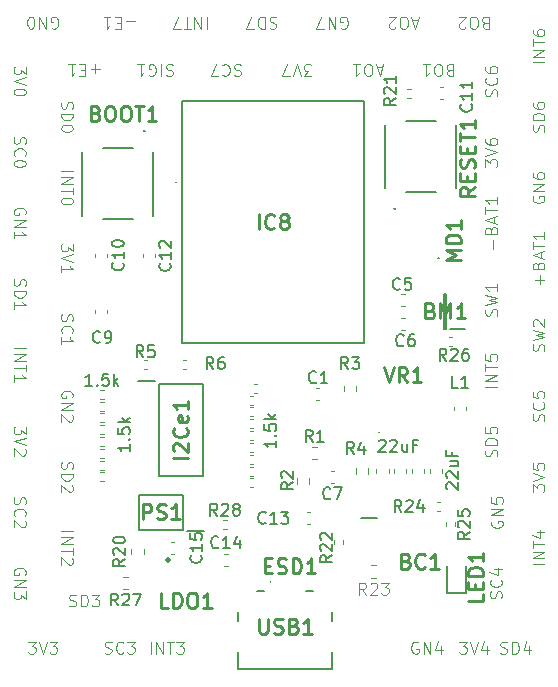
<source format=gbr>
%TF.GenerationSoftware,KiCad,Pcbnew,8.0.6*%
%TF.CreationDate,2024-11-27T15:15:38-08:00*%
%TF.ProjectId,DeskCleanerRobot,4465736b-436c-4656-916e-6572526f626f,rev?*%
%TF.SameCoordinates,Original*%
%TF.FileFunction,Legend,Top*%
%TF.FilePolarity,Positive*%
%FSLAX46Y46*%
G04 Gerber Fmt 4.6, Leading zero omitted, Abs format (unit mm)*
G04 Created by KiCad (PCBNEW 8.0.6) date 2024-11-27 15:15:38*
%MOMM*%
%LPD*%
G01*
G04 APERTURE LIST*
%ADD10C,0.254000*%
%ADD11C,0.150000*%
%ADD12C,0.100000*%
%ADD13C,0.125000*%
%ADD14C,0.200000*%
%ADD15C,0.120000*%
%ADD16C,0.250000*%
G04 APERTURE END LIST*
D10*
X129336905Y-60704318D02*
X129760238Y-61974318D01*
X129760238Y-61974318D02*
X130183572Y-60704318D01*
X131332619Y-61974318D02*
X130909285Y-61369556D01*
X130606904Y-61974318D02*
X130606904Y-60704318D01*
X130606904Y-60704318D02*
X131090714Y-60704318D01*
X131090714Y-60704318D02*
X131211666Y-60764794D01*
X131211666Y-60764794D02*
X131272143Y-60825270D01*
X131272143Y-60825270D02*
X131332619Y-60946222D01*
X131332619Y-60946222D02*
X131332619Y-61127651D01*
X131332619Y-61127651D02*
X131272143Y-61248603D01*
X131272143Y-61248603D02*
X131211666Y-61309080D01*
X131211666Y-61309080D02*
X131090714Y-61369556D01*
X131090714Y-61369556D02*
X130606904Y-61369556D01*
X132542143Y-61974318D02*
X131816428Y-61974318D01*
X132179285Y-61974318D02*
X132179285Y-60704318D01*
X132179285Y-60704318D02*
X132058333Y-60885746D01*
X132058333Y-60885746D02*
X131937381Y-61006699D01*
X131937381Y-61006699D02*
X131816428Y-61067175D01*
X118792618Y-81995318D02*
X118792618Y-83023413D01*
X118792618Y-83023413D02*
X118853095Y-83144365D01*
X118853095Y-83144365D02*
X118913571Y-83204842D01*
X118913571Y-83204842D02*
X119034523Y-83265318D01*
X119034523Y-83265318D02*
X119276428Y-83265318D01*
X119276428Y-83265318D02*
X119397380Y-83204842D01*
X119397380Y-83204842D02*
X119457857Y-83144365D01*
X119457857Y-83144365D02*
X119518333Y-83023413D01*
X119518333Y-83023413D02*
X119518333Y-81995318D01*
X120062618Y-83204842D02*
X120244047Y-83265318D01*
X120244047Y-83265318D02*
X120546428Y-83265318D01*
X120546428Y-83265318D02*
X120667380Y-83204842D01*
X120667380Y-83204842D02*
X120727856Y-83144365D01*
X120727856Y-83144365D02*
X120788333Y-83023413D01*
X120788333Y-83023413D02*
X120788333Y-82902461D01*
X120788333Y-82902461D02*
X120727856Y-82781508D01*
X120727856Y-82781508D02*
X120667380Y-82721032D01*
X120667380Y-82721032D02*
X120546428Y-82660556D01*
X120546428Y-82660556D02*
X120304523Y-82600080D01*
X120304523Y-82600080D02*
X120183571Y-82539603D01*
X120183571Y-82539603D02*
X120123094Y-82479127D01*
X120123094Y-82479127D02*
X120062618Y-82358175D01*
X120062618Y-82358175D02*
X120062618Y-82237222D01*
X120062618Y-82237222D02*
X120123094Y-82116270D01*
X120123094Y-82116270D02*
X120183571Y-82055794D01*
X120183571Y-82055794D02*
X120304523Y-81995318D01*
X120304523Y-81995318D02*
X120606904Y-81995318D01*
X120606904Y-81995318D02*
X120788333Y-82055794D01*
X121755952Y-82600080D02*
X121937380Y-82660556D01*
X121937380Y-82660556D02*
X121997857Y-82721032D01*
X121997857Y-82721032D02*
X122058333Y-82841984D01*
X122058333Y-82841984D02*
X122058333Y-83023413D01*
X122058333Y-83023413D02*
X121997857Y-83144365D01*
X121997857Y-83144365D02*
X121937380Y-83204842D01*
X121937380Y-83204842D02*
X121816428Y-83265318D01*
X121816428Y-83265318D02*
X121332618Y-83265318D01*
X121332618Y-83265318D02*
X121332618Y-81995318D01*
X121332618Y-81995318D02*
X121755952Y-81995318D01*
X121755952Y-81995318D02*
X121876904Y-82055794D01*
X121876904Y-82055794D02*
X121937380Y-82116270D01*
X121937380Y-82116270D02*
X121997857Y-82237222D01*
X121997857Y-82237222D02*
X121997857Y-82358175D01*
X121997857Y-82358175D02*
X121937380Y-82479127D01*
X121937380Y-82479127D02*
X121876904Y-82539603D01*
X121876904Y-82539603D02*
X121755952Y-82600080D01*
X121755952Y-82600080D02*
X121332618Y-82600080D01*
X123267857Y-83265318D02*
X122542142Y-83265318D01*
X122904999Y-83265318D02*
X122904999Y-81995318D01*
X122904999Y-81995318D02*
X122784047Y-82176746D01*
X122784047Y-82176746D02*
X122663095Y-82297699D01*
X122663095Y-82297699D02*
X122542142Y-82358175D01*
X137074318Y-45449285D02*
X136469556Y-45872619D01*
X137074318Y-46175000D02*
X135804318Y-46175000D01*
X135804318Y-46175000D02*
X135804318Y-45691190D01*
X135804318Y-45691190D02*
X135864794Y-45570238D01*
X135864794Y-45570238D02*
X135925270Y-45509761D01*
X135925270Y-45509761D02*
X136046222Y-45449285D01*
X136046222Y-45449285D02*
X136227651Y-45449285D01*
X136227651Y-45449285D02*
X136348603Y-45509761D01*
X136348603Y-45509761D02*
X136409080Y-45570238D01*
X136409080Y-45570238D02*
X136469556Y-45691190D01*
X136469556Y-45691190D02*
X136469556Y-46175000D01*
X136409080Y-44905000D02*
X136409080Y-44481666D01*
X137074318Y-44300238D02*
X137074318Y-44905000D01*
X137074318Y-44905000D02*
X135804318Y-44905000D01*
X135804318Y-44905000D02*
X135804318Y-44300238D01*
X137013842Y-43816428D02*
X137074318Y-43634999D01*
X137074318Y-43634999D02*
X137074318Y-43332618D01*
X137074318Y-43332618D02*
X137013842Y-43211666D01*
X137013842Y-43211666D02*
X136953365Y-43151190D01*
X136953365Y-43151190D02*
X136832413Y-43090713D01*
X136832413Y-43090713D02*
X136711461Y-43090713D01*
X136711461Y-43090713D02*
X136590508Y-43151190D01*
X136590508Y-43151190D02*
X136530032Y-43211666D01*
X136530032Y-43211666D02*
X136469556Y-43332618D01*
X136469556Y-43332618D02*
X136409080Y-43574523D01*
X136409080Y-43574523D02*
X136348603Y-43695475D01*
X136348603Y-43695475D02*
X136288127Y-43755952D01*
X136288127Y-43755952D02*
X136167175Y-43816428D01*
X136167175Y-43816428D02*
X136046222Y-43816428D01*
X136046222Y-43816428D02*
X135925270Y-43755952D01*
X135925270Y-43755952D02*
X135864794Y-43695475D01*
X135864794Y-43695475D02*
X135804318Y-43574523D01*
X135804318Y-43574523D02*
X135804318Y-43272142D01*
X135804318Y-43272142D02*
X135864794Y-43090713D01*
X136409080Y-42546428D02*
X136409080Y-42123094D01*
X137074318Y-41941666D02*
X137074318Y-42546428D01*
X137074318Y-42546428D02*
X135804318Y-42546428D01*
X135804318Y-42546428D02*
X135804318Y-41941666D01*
X135804318Y-41578808D02*
X135804318Y-40853094D01*
X137074318Y-41215951D02*
X135804318Y-41215951D01*
X137074318Y-39764522D02*
X137074318Y-40490237D01*
X137074318Y-40127380D02*
X135804318Y-40127380D01*
X135804318Y-40127380D02*
X135985746Y-40248332D01*
X135985746Y-40248332D02*
X136106699Y-40369284D01*
X136106699Y-40369284D02*
X136167175Y-40490237D01*
D11*
X115257142Y-73284819D02*
X114923809Y-72808628D01*
X114685714Y-73284819D02*
X114685714Y-72284819D01*
X114685714Y-72284819D02*
X115066666Y-72284819D01*
X115066666Y-72284819D02*
X115161904Y-72332438D01*
X115161904Y-72332438D02*
X115209523Y-72380057D01*
X115209523Y-72380057D02*
X115257142Y-72475295D01*
X115257142Y-72475295D02*
X115257142Y-72618152D01*
X115257142Y-72618152D02*
X115209523Y-72713390D01*
X115209523Y-72713390D02*
X115161904Y-72761009D01*
X115161904Y-72761009D02*
X115066666Y-72808628D01*
X115066666Y-72808628D02*
X114685714Y-72808628D01*
X115638095Y-72380057D02*
X115685714Y-72332438D01*
X115685714Y-72332438D02*
X115780952Y-72284819D01*
X115780952Y-72284819D02*
X116019047Y-72284819D01*
X116019047Y-72284819D02*
X116114285Y-72332438D01*
X116114285Y-72332438D02*
X116161904Y-72380057D01*
X116161904Y-72380057D02*
X116209523Y-72475295D01*
X116209523Y-72475295D02*
X116209523Y-72570533D01*
X116209523Y-72570533D02*
X116161904Y-72713390D01*
X116161904Y-72713390D02*
X115590476Y-73284819D01*
X115590476Y-73284819D02*
X116209523Y-73284819D01*
X116780952Y-72713390D02*
X116685714Y-72665771D01*
X116685714Y-72665771D02*
X116638095Y-72618152D01*
X116638095Y-72618152D02*
X116590476Y-72522914D01*
X116590476Y-72522914D02*
X116590476Y-72475295D01*
X116590476Y-72475295D02*
X116638095Y-72380057D01*
X116638095Y-72380057D02*
X116685714Y-72332438D01*
X116685714Y-72332438D02*
X116780952Y-72284819D01*
X116780952Y-72284819D02*
X116971428Y-72284819D01*
X116971428Y-72284819D02*
X117066666Y-72332438D01*
X117066666Y-72332438D02*
X117114285Y-72380057D01*
X117114285Y-72380057D02*
X117161904Y-72475295D01*
X117161904Y-72475295D02*
X117161904Y-72522914D01*
X117161904Y-72522914D02*
X117114285Y-72618152D01*
X117114285Y-72618152D02*
X117066666Y-72665771D01*
X117066666Y-72665771D02*
X116971428Y-72713390D01*
X116971428Y-72713390D02*
X116780952Y-72713390D01*
X116780952Y-72713390D02*
X116685714Y-72761009D01*
X116685714Y-72761009D02*
X116638095Y-72808628D01*
X116638095Y-72808628D02*
X116590476Y-72903866D01*
X116590476Y-72903866D02*
X116590476Y-73094342D01*
X116590476Y-73094342D02*
X116638095Y-73189580D01*
X116638095Y-73189580D02*
X116685714Y-73237200D01*
X116685714Y-73237200D02*
X116780952Y-73284819D01*
X116780952Y-73284819D02*
X116971428Y-73284819D01*
X116971428Y-73284819D02*
X117066666Y-73237200D01*
X117066666Y-73237200D02*
X117114285Y-73189580D01*
X117114285Y-73189580D02*
X117161904Y-73094342D01*
X117161904Y-73094342D02*
X117161904Y-72903866D01*
X117161904Y-72903866D02*
X117114285Y-72808628D01*
X117114285Y-72808628D02*
X117066666Y-72761009D01*
X117066666Y-72761009D02*
X116971428Y-72713390D01*
D10*
X108957856Y-73574318D02*
X108957856Y-72304318D01*
X108957856Y-72304318D02*
X109441666Y-72304318D01*
X109441666Y-72304318D02*
X109562618Y-72364794D01*
X109562618Y-72364794D02*
X109623095Y-72425270D01*
X109623095Y-72425270D02*
X109683571Y-72546222D01*
X109683571Y-72546222D02*
X109683571Y-72727651D01*
X109683571Y-72727651D02*
X109623095Y-72848603D01*
X109623095Y-72848603D02*
X109562618Y-72909080D01*
X109562618Y-72909080D02*
X109441666Y-72969556D01*
X109441666Y-72969556D02*
X108957856Y-72969556D01*
X110167380Y-73513842D02*
X110348809Y-73574318D01*
X110348809Y-73574318D02*
X110651190Y-73574318D01*
X110651190Y-73574318D02*
X110772142Y-73513842D01*
X110772142Y-73513842D02*
X110832618Y-73453365D01*
X110832618Y-73453365D02*
X110893095Y-73332413D01*
X110893095Y-73332413D02*
X110893095Y-73211461D01*
X110893095Y-73211461D02*
X110832618Y-73090508D01*
X110832618Y-73090508D02*
X110772142Y-73030032D01*
X110772142Y-73030032D02*
X110651190Y-72969556D01*
X110651190Y-72969556D02*
X110409285Y-72909080D01*
X110409285Y-72909080D02*
X110288333Y-72848603D01*
X110288333Y-72848603D02*
X110227856Y-72788127D01*
X110227856Y-72788127D02*
X110167380Y-72667175D01*
X110167380Y-72667175D02*
X110167380Y-72546222D01*
X110167380Y-72546222D02*
X110227856Y-72425270D01*
X110227856Y-72425270D02*
X110288333Y-72364794D01*
X110288333Y-72364794D02*
X110409285Y-72304318D01*
X110409285Y-72304318D02*
X110711666Y-72304318D01*
X110711666Y-72304318D02*
X110893095Y-72364794D01*
X112102619Y-73574318D02*
X111376904Y-73574318D01*
X111739761Y-73574318D02*
X111739761Y-72304318D01*
X111739761Y-72304318D02*
X111618809Y-72485746D01*
X111618809Y-72485746D02*
X111497857Y-72606699D01*
X111497857Y-72606699D02*
X111376904Y-72667175D01*
X135874318Y-51663095D02*
X134604318Y-51663095D01*
X134604318Y-51663095D02*
X135511461Y-51239761D01*
X135511461Y-51239761D02*
X134604318Y-50816428D01*
X134604318Y-50816428D02*
X135874318Y-50816428D01*
X135874318Y-50211666D02*
X134604318Y-50211666D01*
X134604318Y-50211666D02*
X134604318Y-49909285D01*
X134604318Y-49909285D02*
X134664794Y-49727856D01*
X134664794Y-49727856D02*
X134785746Y-49606904D01*
X134785746Y-49606904D02*
X134906699Y-49546427D01*
X134906699Y-49546427D02*
X135148603Y-49485951D01*
X135148603Y-49485951D02*
X135330032Y-49485951D01*
X135330032Y-49485951D02*
X135571937Y-49546427D01*
X135571937Y-49546427D02*
X135692889Y-49606904D01*
X135692889Y-49606904D02*
X135813842Y-49727856D01*
X135813842Y-49727856D02*
X135874318Y-49909285D01*
X135874318Y-49909285D02*
X135874318Y-50211666D01*
X135874318Y-48276427D02*
X135874318Y-49002142D01*
X135874318Y-48639285D02*
X134604318Y-48639285D01*
X134604318Y-48639285D02*
X134785746Y-48760237D01*
X134785746Y-48760237D02*
X134906699Y-48881189D01*
X134906699Y-48881189D02*
X134967175Y-49002142D01*
X137774318Y-79921190D02*
X137774318Y-80525952D01*
X137774318Y-80525952D02*
X136504318Y-80525952D01*
X137109080Y-79497857D02*
X137109080Y-79074523D01*
X137774318Y-78893095D02*
X137774318Y-79497857D01*
X137774318Y-79497857D02*
X136504318Y-79497857D01*
X136504318Y-79497857D02*
X136504318Y-78893095D01*
X137774318Y-78348809D02*
X136504318Y-78348809D01*
X136504318Y-78348809D02*
X136504318Y-78046428D01*
X136504318Y-78046428D02*
X136564794Y-77864999D01*
X136564794Y-77864999D02*
X136685746Y-77744047D01*
X136685746Y-77744047D02*
X136806699Y-77683570D01*
X136806699Y-77683570D02*
X137048603Y-77623094D01*
X137048603Y-77623094D02*
X137230032Y-77623094D01*
X137230032Y-77623094D02*
X137471937Y-77683570D01*
X137471937Y-77683570D02*
X137592889Y-77744047D01*
X137592889Y-77744047D02*
X137713842Y-77864999D01*
X137713842Y-77864999D02*
X137774318Y-78046428D01*
X137774318Y-78046428D02*
X137774318Y-78348809D01*
X137774318Y-76413570D02*
X137774318Y-77139285D01*
X137774318Y-76776428D02*
X136504318Y-76776428D01*
X136504318Y-76776428D02*
X136685746Y-76897380D01*
X136685746Y-76897380D02*
X136806699Y-77018332D01*
X136806699Y-77018332D02*
X136867175Y-77139285D01*
X111088095Y-81074318D02*
X110483333Y-81074318D01*
X110483333Y-81074318D02*
X110483333Y-79804318D01*
X111511428Y-81074318D02*
X111511428Y-79804318D01*
X111511428Y-79804318D02*
X111813809Y-79804318D01*
X111813809Y-79804318D02*
X111995238Y-79864794D01*
X111995238Y-79864794D02*
X112116190Y-79985746D01*
X112116190Y-79985746D02*
X112176667Y-80106699D01*
X112176667Y-80106699D02*
X112237143Y-80348603D01*
X112237143Y-80348603D02*
X112237143Y-80530032D01*
X112237143Y-80530032D02*
X112176667Y-80771937D01*
X112176667Y-80771937D02*
X112116190Y-80892889D01*
X112116190Y-80892889D02*
X111995238Y-81013842D01*
X111995238Y-81013842D02*
X111813809Y-81074318D01*
X111813809Y-81074318D02*
X111511428Y-81074318D01*
X113023333Y-79804318D02*
X113265238Y-79804318D01*
X113265238Y-79804318D02*
X113386190Y-79864794D01*
X113386190Y-79864794D02*
X113507143Y-79985746D01*
X113507143Y-79985746D02*
X113567619Y-80227651D01*
X113567619Y-80227651D02*
X113567619Y-80650984D01*
X113567619Y-80650984D02*
X113507143Y-80892889D01*
X113507143Y-80892889D02*
X113386190Y-81013842D01*
X113386190Y-81013842D02*
X113265238Y-81074318D01*
X113265238Y-81074318D02*
X113023333Y-81074318D01*
X113023333Y-81074318D02*
X112902381Y-81013842D01*
X112902381Y-81013842D02*
X112781428Y-80892889D01*
X112781428Y-80892889D02*
X112720952Y-80650984D01*
X112720952Y-80650984D02*
X112720952Y-80227651D01*
X112720952Y-80227651D02*
X112781428Y-79985746D01*
X112781428Y-79985746D02*
X112902381Y-79864794D01*
X112902381Y-79864794D02*
X113023333Y-79804318D01*
X114777143Y-81074318D02*
X114051428Y-81074318D01*
X114414285Y-81074318D02*
X114414285Y-79804318D01*
X114414285Y-79804318D02*
X114293333Y-79985746D01*
X114293333Y-79985746D02*
X114172381Y-80106699D01*
X114172381Y-80106699D02*
X114051428Y-80167175D01*
X118760237Y-49024318D02*
X118760237Y-47754318D01*
X120090714Y-48903365D02*
X120030238Y-48963842D01*
X120030238Y-48963842D02*
X119848809Y-49024318D01*
X119848809Y-49024318D02*
X119727857Y-49024318D01*
X119727857Y-49024318D02*
X119546428Y-48963842D01*
X119546428Y-48963842D02*
X119425476Y-48842889D01*
X119425476Y-48842889D02*
X119364999Y-48721937D01*
X119364999Y-48721937D02*
X119304523Y-48480032D01*
X119304523Y-48480032D02*
X119304523Y-48298603D01*
X119304523Y-48298603D02*
X119364999Y-48056699D01*
X119364999Y-48056699D02*
X119425476Y-47935746D01*
X119425476Y-47935746D02*
X119546428Y-47814794D01*
X119546428Y-47814794D02*
X119727857Y-47754318D01*
X119727857Y-47754318D02*
X119848809Y-47754318D01*
X119848809Y-47754318D02*
X120030238Y-47814794D01*
X120030238Y-47814794D02*
X120090714Y-47875270D01*
X120816428Y-48298603D02*
X120695476Y-48238127D01*
X120695476Y-48238127D02*
X120634999Y-48177651D01*
X120634999Y-48177651D02*
X120574523Y-48056699D01*
X120574523Y-48056699D02*
X120574523Y-47996222D01*
X120574523Y-47996222D02*
X120634999Y-47875270D01*
X120634999Y-47875270D02*
X120695476Y-47814794D01*
X120695476Y-47814794D02*
X120816428Y-47754318D01*
X120816428Y-47754318D02*
X121058333Y-47754318D01*
X121058333Y-47754318D02*
X121179285Y-47814794D01*
X121179285Y-47814794D02*
X121239761Y-47875270D01*
X121239761Y-47875270D02*
X121300238Y-47996222D01*
X121300238Y-47996222D02*
X121300238Y-48056699D01*
X121300238Y-48056699D02*
X121239761Y-48177651D01*
X121239761Y-48177651D02*
X121179285Y-48238127D01*
X121179285Y-48238127D02*
X121058333Y-48298603D01*
X121058333Y-48298603D02*
X120816428Y-48298603D01*
X120816428Y-48298603D02*
X120695476Y-48359080D01*
X120695476Y-48359080D02*
X120634999Y-48419556D01*
X120634999Y-48419556D02*
X120574523Y-48540508D01*
X120574523Y-48540508D02*
X120574523Y-48782413D01*
X120574523Y-48782413D02*
X120634999Y-48903365D01*
X120634999Y-48903365D02*
X120695476Y-48963842D01*
X120695476Y-48963842D02*
X120816428Y-49024318D01*
X120816428Y-49024318D02*
X121058333Y-49024318D01*
X121058333Y-49024318D02*
X121179285Y-48963842D01*
X121179285Y-48963842D02*
X121239761Y-48903365D01*
X121239761Y-48903365D02*
X121300238Y-48782413D01*
X121300238Y-48782413D02*
X121300238Y-48540508D01*
X121300238Y-48540508D02*
X121239761Y-48419556D01*
X121239761Y-48419556D02*
X121179285Y-48359080D01*
X121179285Y-48359080D02*
X121058333Y-48298603D01*
X112774318Y-68388809D02*
X111504318Y-68388809D01*
X111625270Y-67844523D02*
X111564794Y-67784047D01*
X111564794Y-67784047D02*
X111504318Y-67663094D01*
X111504318Y-67663094D02*
X111504318Y-67360713D01*
X111504318Y-67360713D02*
X111564794Y-67239761D01*
X111564794Y-67239761D02*
X111625270Y-67179285D01*
X111625270Y-67179285D02*
X111746222Y-67118808D01*
X111746222Y-67118808D02*
X111867175Y-67118808D01*
X111867175Y-67118808D02*
X112048603Y-67179285D01*
X112048603Y-67179285D02*
X112774318Y-67904999D01*
X112774318Y-67904999D02*
X112774318Y-67118808D01*
X112653365Y-65848808D02*
X112713842Y-65909284D01*
X112713842Y-65909284D02*
X112774318Y-66090713D01*
X112774318Y-66090713D02*
X112774318Y-66211665D01*
X112774318Y-66211665D02*
X112713842Y-66393094D01*
X112713842Y-66393094D02*
X112592889Y-66514046D01*
X112592889Y-66514046D02*
X112471937Y-66574523D01*
X112471937Y-66574523D02*
X112230032Y-66634999D01*
X112230032Y-66634999D02*
X112048603Y-66634999D01*
X112048603Y-66634999D02*
X111806699Y-66574523D01*
X111806699Y-66574523D02*
X111685746Y-66514046D01*
X111685746Y-66514046D02*
X111564794Y-66393094D01*
X111564794Y-66393094D02*
X111504318Y-66211665D01*
X111504318Y-66211665D02*
X111504318Y-66090713D01*
X111504318Y-66090713D02*
X111564794Y-65909284D01*
X111564794Y-65909284D02*
X111625270Y-65848808D01*
X112713842Y-64820713D02*
X112774318Y-64941665D01*
X112774318Y-64941665D02*
X112774318Y-65183570D01*
X112774318Y-65183570D02*
X112713842Y-65304523D01*
X112713842Y-65304523D02*
X112592889Y-65364999D01*
X112592889Y-65364999D02*
X112109080Y-65364999D01*
X112109080Y-65364999D02*
X111988127Y-65304523D01*
X111988127Y-65304523D02*
X111927651Y-65183570D01*
X111927651Y-65183570D02*
X111927651Y-64941665D01*
X111927651Y-64941665D02*
X111988127Y-64820713D01*
X111988127Y-64820713D02*
X112109080Y-64760237D01*
X112109080Y-64760237D02*
X112230032Y-64760237D01*
X112230032Y-64760237D02*
X112350984Y-65364999D01*
X112774318Y-63550713D02*
X112774318Y-64276428D01*
X112774318Y-63913571D02*
X111504318Y-63913571D01*
X111504318Y-63913571D02*
X111685746Y-64034523D01*
X111685746Y-64034523D02*
X111806699Y-64155475D01*
X111806699Y-64155475D02*
X111867175Y-64276428D01*
X119283332Y-77509080D02*
X119706666Y-77509080D01*
X119888094Y-78174318D02*
X119283332Y-78174318D01*
X119283332Y-78174318D02*
X119283332Y-76904318D01*
X119283332Y-76904318D02*
X119888094Y-76904318D01*
X120371904Y-78113842D02*
X120553333Y-78174318D01*
X120553333Y-78174318D02*
X120855714Y-78174318D01*
X120855714Y-78174318D02*
X120976666Y-78113842D01*
X120976666Y-78113842D02*
X121037142Y-78053365D01*
X121037142Y-78053365D02*
X121097619Y-77932413D01*
X121097619Y-77932413D02*
X121097619Y-77811461D01*
X121097619Y-77811461D02*
X121037142Y-77690508D01*
X121037142Y-77690508D02*
X120976666Y-77630032D01*
X120976666Y-77630032D02*
X120855714Y-77569556D01*
X120855714Y-77569556D02*
X120613809Y-77509080D01*
X120613809Y-77509080D02*
X120492857Y-77448603D01*
X120492857Y-77448603D02*
X120432380Y-77388127D01*
X120432380Y-77388127D02*
X120371904Y-77267175D01*
X120371904Y-77267175D02*
X120371904Y-77146222D01*
X120371904Y-77146222D02*
X120432380Y-77025270D01*
X120432380Y-77025270D02*
X120492857Y-76964794D01*
X120492857Y-76964794D02*
X120613809Y-76904318D01*
X120613809Y-76904318D02*
X120916190Y-76904318D01*
X120916190Y-76904318D02*
X121097619Y-76964794D01*
X121641904Y-78174318D02*
X121641904Y-76904318D01*
X121641904Y-76904318D02*
X121944285Y-76904318D01*
X121944285Y-76904318D02*
X122125714Y-76964794D01*
X122125714Y-76964794D02*
X122246666Y-77085746D01*
X122246666Y-77085746D02*
X122307143Y-77206699D01*
X122307143Y-77206699D02*
X122367619Y-77448603D01*
X122367619Y-77448603D02*
X122367619Y-77630032D01*
X122367619Y-77630032D02*
X122307143Y-77871937D01*
X122307143Y-77871937D02*
X122246666Y-77992889D01*
X122246666Y-77992889D02*
X122125714Y-78113842D01*
X122125714Y-78113842D02*
X121944285Y-78174318D01*
X121944285Y-78174318D02*
X121641904Y-78174318D01*
X123577143Y-78174318D02*
X122851428Y-78174318D01*
X123214285Y-78174318D02*
X123214285Y-76904318D01*
X123214285Y-76904318D02*
X123093333Y-77085746D01*
X123093333Y-77085746D02*
X122972381Y-77206699D01*
X122972381Y-77206699D02*
X122851428Y-77267175D01*
X104971667Y-39209080D02*
X105153095Y-39269556D01*
X105153095Y-39269556D02*
X105213572Y-39330032D01*
X105213572Y-39330032D02*
X105274048Y-39450984D01*
X105274048Y-39450984D02*
X105274048Y-39632413D01*
X105274048Y-39632413D02*
X105213572Y-39753365D01*
X105213572Y-39753365D02*
X105153095Y-39813842D01*
X105153095Y-39813842D02*
X105032143Y-39874318D01*
X105032143Y-39874318D02*
X104548333Y-39874318D01*
X104548333Y-39874318D02*
X104548333Y-38604318D01*
X104548333Y-38604318D02*
X104971667Y-38604318D01*
X104971667Y-38604318D02*
X105092619Y-38664794D01*
X105092619Y-38664794D02*
X105153095Y-38725270D01*
X105153095Y-38725270D02*
X105213572Y-38846222D01*
X105213572Y-38846222D02*
X105213572Y-38967175D01*
X105213572Y-38967175D02*
X105153095Y-39088127D01*
X105153095Y-39088127D02*
X105092619Y-39148603D01*
X105092619Y-39148603D02*
X104971667Y-39209080D01*
X104971667Y-39209080D02*
X104548333Y-39209080D01*
X106060238Y-38604318D02*
X106302143Y-38604318D01*
X106302143Y-38604318D02*
X106423095Y-38664794D01*
X106423095Y-38664794D02*
X106544048Y-38785746D01*
X106544048Y-38785746D02*
X106604524Y-39027651D01*
X106604524Y-39027651D02*
X106604524Y-39450984D01*
X106604524Y-39450984D02*
X106544048Y-39692889D01*
X106544048Y-39692889D02*
X106423095Y-39813842D01*
X106423095Y-39813842D02*
X106302143Y-39874318D01*
X106302143Y-39874318D02*
X106060238Y-39874318D01*
X106060238Y-39874318D02*
X105939286Y-39813842D01*
X105939286Y-39813842D02*
X105818333Y-39692889D01*
X105818333Y-39692889D02*
X105757857Y-39450984D01*
X105757857Y-39450984D02*
X105757857Y-39027651D01*
X105757857Y-39027651D02*
X105818333Y-38785746D01*
X105818333Y-38785746D02*
X105939286Y-38664794D01*
X105939286Y-38664794D02*
X106060238Y-38604318D01*
X107390714Y-38604318D02*
X107632619Y-38604318D01*
X107632619Y-38604318D02*
X107753571Y-38664794D01*
X107753571Y-38664794D02*
X107874524Y-38785746D01*
X107874524Y-38785746D02*
X107935000Y-39027651D01*
X107935000Y-39027651D02*
X107935000Y-39450984D01*
X107935000Y-39450984D02*
X107874524Y-39692889D01*
X107874524Y-39692889D02*
X107753571Y-39813842D01*
X107753571Y-39813842D02*
X107632619Y-39874318D01*
X107632619Y-39874318D02*
X107390714Y-39874318D01*
X107390714Y-39874318D02*
X107269762Y-39813842D01*
X107269762Y-39813842D02*
X107148809Y-39692889D01*
X107148809Y-39692889D02*
X107088333Y-39450984D01*
X107088333Y-39450984D02*
X107088333Y-39027651D01*
X107088333Y-39027651D02*
X107148809Y-38785746D01*
X107148809Y-38785746D02*
X107269762Y-38664794D01*
X107269762Y-38664794D02*
X107390714Y-38604318D01*
X108297857Y-38604318D02*
X109023571Y-38604318D01*
X108660714Y-39874318D02*
X108660714Y-38604318D01*
X110112143Y-39874318D02*
X109386428Y-39874318D01*
X109749285Y-39874318D02*
X109749285Y-38604318D01*
X109749285Y-38604318D02*
X109628333Y-38785746D01*
X109628333Y-38785746D02*
X109507381Y-38906699D01*
X109507381Y-38906699D02*
X109386428Y-38967175D01*
X133310238Y-55909080D02*
X133491666Y-55969556D01*
X133491666Y-55969556D02*
X133552143Y-56030032D01*
X133552143Y-56030032D02*
X133612619Y-56150984D01*
X133612619Y-56150984D02*
X133612619Y-56332413D01*
X133612619Y-56332413D02*
X133552143Y-56453365D01*
X133552143Y-56453365D02*
X133491666Y-56513842D01*
X133491666Y-56513842D02*
X133370714Y-56574318D01*
X133370714Y-56574318D02*
X132886904Y-56574318D01*
X132886904Y-56574318D02*
X132886904Y-55304318D01*
X132886904Y-55304318D02*
X133310238Y-55304318D01*
X133310238Y-55304318D02*
X133431190Y-55364794D01*
X133431190Y-55364794D02*
X133491666Y-55425270D01*
X133491666Y-55425270D02*
X133552143Y-55546222D01*
X133552143Y-55546222D02*
X133552143Y-55667175D01*
X133552143Y-55667175D02*
X133491666Y-55788127D01*
X133491666Y-55788127D02*
X133431190Y-55848603D01*
X133431190Y-55848603D02*
X133310238Y-55909080D01*
X133310238Y-55909080D02*
X132886904Y-55909080D01*
X134156904Y-56574318D02*
X134156904Y-55304318D01*
X134156904Y-55304318D02*
X134580238Y-56211461D01*
X134580238Y-56211461D02*
X135003571Y-55304318D01*
X135003571Y-55304318D02*
X135003571Y-56574318D01*
X136273572Y-56574318D02*
X135547857Y-56574318D01*
X135910714Y-56574318D02*
X135910714Y-55304318D01*
X135910714Y-55304318D02*
X135789762Y-55485746D01*
X135789762Y-55485746D02*
X135668810Y-55606699D01*
X135668810Y-55606699D02*
X135547857Y-55667175D01*
X131250952Y-77109080D02*
X131432380Y-77169556D01*
X131432380Y-77169556D02*
X131492857Y-77230032D01*
X131492857Y-77230032D02*
X131553333Y-77350984D01*
X131553333Y-77350984D02*
X131553333Y-77532413D01*
X131553333Y-77532413D02*
X131492857Y-77653365D01*
X131492857Y-77653365D02*
X131432380Y-77713842D01*
X131432380Y-77713842D02*
X131311428Y-77774318D01*
X131311428Y-77774318D02*
X130827618Y-77774318D01*
X130827618Y-77774318D02*
X130827618Y-76504318D01*
X130827618Y-76504318D02*
X131250952Y-76504318D01*
X131250952Y-76504318D02*
X131371904Y-76564794D01*
X131371904Y-76564794D02*
X131432380Y-76625270D01*
X131432380Y-76625270D02*
X131492857Y-76746222D01*
X131492857Y-76746222D02*
X131492857Y-76867175D01*
X131492857Y-76867175D02*
X131432380Y-76988127D01*
X131432380Y-76988127D02*
X131371904Y-77048603D01*
X131371904Y-77048603D02*
X131250952Y-77109080D01*
X131250952Y-77109080D02*
X130827618Y-77109080D01*
X132823333Y-77653365D02*
X132762857Y-77713842D01*
X132762857Y-77713842D02*
X132581428Y-77774318D01*
X132581428Y-77774318D02*
X132460476Y-77774318D01*
X132460476Y-77774318D02*
X132279047Y-77713842D01*
X132279047Y-77713842D02*
X132158095Y-77592889D01*
X132158095Y-77592889D02*
X132097618Y-77471937D01*
X132097618Y-77471937D02*
X132037142Y-77230032D01*
X132037142Y-77230032D02*
X132037142Y-77048603D01*
X132037142Y-77048603D02*
X132097618Y-76806699D01*
X132097618Y-76806699D02*
X132158095Y-76685746D01*
X132158095Y-76685746D02*
X132279047Y-76564794D01*
X132279047Y-76564794D02*
X132460476Y-76504318D01*
X132460476Y-76504318D02*
X132581428Y-76504318D01*
X132581428Y-76504318D02*
X132762857Y-76564794D01*
X132762857Y-76564794D02*
X132823333Y-76625270D01*
X134032857Y-77774318D02*
X133307142Y-77774318D01*
X133669999Y-77774318D02*
X133669999Y-76504318D01*
X133669999Y-76504318D02*
X133549047Y-76685746D01*
X133549047Y-76685746D02*
X133428095Y-76806699D01*
X133428095Y-76806699D02*
X133307142Y-76867175D01*
D12*
X117261904Y-35090200D02*
X117119047Y-35042580D01*
X117119047Y-35042580D02*
X116880952Y-35042580D01*
X116880952Y-35042580D02*
X116785714Y-35090200D01*
X116785714Y-35090200D02*
X116738095Y-35137819D01*
X116738095Y-35137819D02*
X116690476Y-35233057D01*
X116690476Y-35233057D02*
X116690476Y-35328295D01*
X116690476Y-35328295D02*
X116738095Y-35423533D01*
X116738095Y-35423533D02*
X116785714Y-35471152D01*
X116785714Y-35471152D02*
X116880952Y-35518771D01*
X116880952Y-35518771D02*
X117071428Y-35566390D01*
X117071428Y-35566390D02*
X117166666Y-35614009D01*
X117166666Y-35614009D02*
X117214285Y-35661628D01*
X117214285Y-35661628D02*
X117261904Y-35756866D01*
X117261904Y-35756866D02*
X117261904Y-35852104D01*
X117261904Y-35852104D02*
X117214285Y-35947342D01*
X117214285Y-35947342D02*
X117166666Y-35994961D01*
X117166666Y-35994961D02*
X117071428Y-36042580D01*
X117071428Y-36042580D02*
X116833333Y-36042580D01*
X116833333Y-36042580D02*
X116690476Y-35994961D01*
X115690476Y-35137819D02*
X115738095Y-35090200D01*
X115738095Y-35090200D02*
X115880952Y-35042580D01*
X115880952Y-35042580D02*
X115976190Y-35042580D01*
X115976190Y-35042580D02*
X116119047Y-35090200D01*
X116119047Y-35090200D02*
X116214285Y-35185438D01*
X116214285Y-35185438D02*
X116261904Y-35280676D01*
X116261904Y-35280676D02*
X116309523Y-35471152D01*
X116309523Y-35471152D02*
X116309523Y-35614009D01*
X116309523Y-35614009D02*
X116261904Y-35804485D01*
X116261904Y-35804485D02*
X116214285Y-35899723D01*
X116214285Y-35899723D02*
X116119047Y-35994961D01*
X116119047Y-35994961D02*
X115976190Y-36042580D01*
X115976190Y-36042580D02*
X115880952Y-36042580D01*
X115880952Y-36042580D02*
X115738095Y-35994961D01*
X115738095Y-35994961D02*
X115690476Y-35947342D01*
X115357142Y-36042580D02*
X114690476Y-36042580D01*
X114690476Y-36042580D02*
X115119047Y-35042580D01*
X114380951Y-31042580D02*
X114380951Y-32042580D01*
X113904761Y-31042580D02*
X113904761Y-32042580D01*
X113904761Y-32042580D02*
X113333333Y-31042580D01*
X113333333Y-31042580D02*
X113333333Y-32042580D01*
X112999999Y-32042580D02*
X112428571Y-32042580D01*
X112714285Y-31042580D02*
X112714285Y-32042580D01*
X112190475Y-32042580D02*
X111523809Y-32042580D01*
X111523809Y-32042580D02*
X111952380Y-31042580D01*
X138505038Y-73738095D02*
X138457419Y-73833333D01*
X138457419Y-73833333D02*
X138457419Y-73976190D01*
X138457419Y-73976190D02*
X138505038Y-74119047D01*
X138505038Y-74119047D02*
X138600276Y-74214285D01*
X138600276Y-74214285D02*
X138695514Y-74261904D01*
X138695514Y-74261904D02*
X138885990Y-74309523D01*
X138885990Y-74309523D02*
X139028847Y-74309523D01*
X139028847Y-74309523D02*
X139219323Y-74261904D01*
X139219323Y-74261904D02*
X139314561Y-74214285D01*
X139314561Y-74214285D02*
X139409800Y-74119047D01*
X139409800Y-74119047D02*
X139457419Y-73976190D01*
X139457419Y-73976190D02*
X139457419Y-73880952D01*
X139457419Y-73880952D02*
X139409800Y-73738095D01*
X139409800Y-73738095D02*
X139362180Y-73690476D01*
X139362180Y-73690476D02*
X139028847Y-73690476D01*
X139028847Y-73690476D02*
X139028847Y-73880952D01*
X139457419Y-73261904D02*
X138457419Y-73261904D01*
X138457419Y-73261904D02*
X139457419Y-72690476D01*
X139457419Y-72690476D02*
X138457419Y-72690476D01*
X138457419Y-71738095D02*
X138457419Y-72214285D01*
X138457419Y-72214285D02*
X138933609Y-72261904D01*
X138933609Y-72261904D02*
X138885990Y-72214285D01*
X138885990Y-72214285D02*
X138838371Y-72119047D01*
X138838371Y-72119047D02*
X138838371Y-71880952D01*
X138838371Y-71880952D02*
X138885990Y-71785714D01*
X138885990Y-71785714D02*
X138933609Y-71738095D01*
X138933609Y-71738095D02*
X139028847Y-71690476D01*
X139028847Y-71690476D02*
X139266942Y-71690476D01*
X139266942Y-71690476D02*
X139362180Y-71738095D01*
X139362180Y-71738095D02*
X139409800Y-71785714D01*
X139409800Y-71785714D02*
X139457419Y-71880952D01*
X139457419Y-71880952D02*
X139457419Y-72119047D01*
X139457419Y-72119047D02*
X139409800Y-72214285D01*
X139409800Y-72214285D02*
X139362180Y-72261904D01*
D11*
X134657142Y-60154819D02*
X134323809Y-59678628D01*
X134085714Y-60154819D02*
X134085714Y-59154819D01*
X134085714Y-59154819D02*
X134466666Y-59154819D01*
X134466666Y-59154819D02*
X134561904Y-59202438D01*
X134561904Y-59202438D02*
X134609523Y-59250057D01*
X134609523Y-59250057D02*
X134657142Y-59345295D01*
X134657142Y-59345295D02*
X134657142Y-59488152D01*
X134657142Y-59488152D02*
X134609523Y-59583390D01*
X134609523Y-59583390D02*
X134561904Y-59631009D01*
X134561904Y-59631009D02*
X134466666Y-59678628D01*
X134466666Y-59678628D02*
X134085714Y-59678628D01*
X135038095Y-59250057D02*
X135085714Y-59202438D01*
X135085714Y-59202438D02*
X135180952Y-59154819D01*
X135180952Y-59154819D02*
X135419047Y-59154819D01*
X135419047Y-59154819D02*
X135514285Y-59202438D01*
X135514285Y-59202438D02*
X135561904Y-59250057D01*
X135561904Y-59250057D02*
X135609523Y-59345295D01*
X135609523Y-59345295D02*
X135609523Y-59440533D01*
X135609523Y-59440533D02*
X135561904Y-59583390D01*
X135561904Y-59583390D02*
X134990476Y-60154819D01*
X134990476Y-60154819D02*
X135609523Y-60154819D01*
X136466666Y-59154819D02*
X136276190Y-59154819D01*
X136276190Y-59154819D02*
X136180952Y-59202438D01*
X136180952Y-59202438D02*
X136133333Y-59250057D01*
X136133333Y-59250057D02*
X136038095Y-59392914D01*
X136038095Y-59392914D02*
X135990476Y-59583390D01*
X135990476Y-59583390D02*
X135990476Y-59964342D01*
X135990476Y-59964342D02*
X136038095Y-60059580D01*
X136038095Y-60059580D02*
X136085714Y-60107200D01*
X136085714Y-60107200D02*
X136180952Y-60154819D01*
X136180952Y-60154819D02*
X136371428Y-60154819D01*
X136371428Y-60154819D02*
X136466666Y-60107200D01*
X136466666Y-60107200D02*
X136514285Y-60059580D01*
X136514285Y-60059580D02*
X136561904Y-59964342D01*
X136561904Y-59964342D02*
X136561904Y-59726247D01*
X136561904Y-59726247D02*
X136514285Y-59631009D01*
X136514285Y-59631009D02*
X136466666Y-59583390D01*
X136466666Y-59583390D02*
X136371428Y-59535771D01*
X136371428Y-59535771D02*
X136180952Y-59535771D01*
X136180952Y-59535771D02*
X136085714Y-59583390D01*
X136085714Y-59583390D02*
X136038095Y-59631009D01*
X136038095Y-59631009D02*
X135990476Y-59726247D01*
X114933333Y-60854819D02*
X114600000Y-60378628D01*
X114361905Y-60854819D02*
X114361905Y-59854819D01*
X114361905Y-59854819D02*
X114742857Y-59854819D01*
X114742857Y-59854819D02*
X114838095Y-59902438D01*
X114838095Y-59902438D02*
X114885714Y-59950057D01*
X114885714Y-59950057D02*
X114933333Y-60045295D01*
X114933333Y-60045295D02*
X114933333Y-60188152D01*
X114933333Y-60188152D02*
X114885714Y-60283390D01*
X114885714Y-60283390D02*
X114838095Y-60331009D01*
X114838095Y-60331009D02*
X114742857Y-60378628D01*
X114742857Y-60378628D02*
X114361905Y-60378628D01*
X115790476Y-59854819D02*
X115600000Y-59854819D01*
X115600000Y-59854819D02*
X115504762Y-59902438D01*
X115504762Y-59902438D02*
X115457143Y-59950057D01*
X115457143Y-59950057D02*
X115361905Y-60092914D01*
X115361905Y-60092914D02*
X115314286Y-60283390D01*
X115314286Y-60283390D02*
X115314286Y-60664342D01*
X115314286Y-60664342D02*
X115361905Y-60759580D01*
X115361905Y-60759580D02*
X115409524Y-60807200D01*
X115409524Y-60807200D02*
X115504762Y-60854819D01*
X115504762Y-60854819D02*
X115695238Y-60854819D01*
X115695238Y-60854819D02*
X115790476Y-60807200D01*
X115790476Y-60807200D02*
X115838095Y-60759580D01*
X115838095Y-60759580D02*
X115885714Y-60664342D01*
X115885714Y-60664342D02*
X115885714Y-60426247D01*
X115885714Y-60426247D02*
X115838095Y-60331009D01*
X115838095Y-60331009D02*
X115790476Y-60283390D01*
X115790476Y-60283390D02*
X115695238Y-60235771D01*
X115695238Y-60235771D02*
X115504762Y-60235771D01*
X115504762Y-60235771D02*
X115409524Y-60283390D01*
X115409524Y-60283390D02*
X115361905Y-60331009D01*
X115361905Y-60331009D02*
X115314286Y-60426247D01*
X135633333Y-62454819D02*
X135157143Y-62454819D01*
X135157143Y-62454819D02*
X135157143Y-61454819D01*
X136490476Y-62454819D02*
X135919048Y-62454819D01*
X136204762Y-62454819D02*
X136204762Y-61454819D01*
X136204762Y-61454819D02*
X136109524Y-61597676D01*
X136109524Y-61597676D02*
X136014286Y-61692914D01*
X136014286Y-61692914D02*
X135919048Y-61740533D01*
X111239580Y-51917857D02*
X111287200Y-51965476D01*
X111287200Y-51965476D02*
X111334819Y-52108333D01*
X111334819Y-52108333D02*
X111334819Y-52203571D01*
X111334819Y-52203571D02*
X111287200Y-52346428D01*
X111287200Y-52346428D02*
X111191961Y-52441666D01*
X111191961Y-52441666D02*
X111096723Y-52489285D01*
X111096723Y-52489285D02*
X110906247Y-52536904D01*
X110906247Y-52536904D02*
X110763390Y-52536904D01*
X110763390Y-52536904D02*
X110572914Y-52489285D01*
X110572914Y-52489285D02*
X110477676Y-52441666D01*
X110477676Y-52441666D02*
X110382438Y-52346428D01*
X110382438Y-52346428D02*
X110334819Y-52203571D01*
X110334819Y-52203571D02*
X110334819Y-52108333D01*
X110334819Y-52108333D02*
X110382438Y-51965476D01*
X110382438Y-51965476D02*
X110430057Y-51917857D01*
X111334819Y-50965476D02*
X111334819Y-51536904D01*
X111334819Y-51251190D02*
X110334819Y-51251190D01*
X110334819Y-51251190D02*
X110477676Y-51346428D01*
X110477676Y-51346428D02*
X110572914Y-51441666D01*
X110572914Y-51441666D02*
X110620533Y-51536904D01*
X110430057Y-50584523D02*
X110382438Y-50536904D01*
X110382438Y-50536904D02*
X110334819Y-50441666D01*
X110334819Y-50441666D02*
X110334819Y-50203571D01*
X110334819Y-50203571D02*
X110382438Y-50108333D01*
X110382438Y-50108333D02*
X110430057Y-50060714D01*
X110430057Y-50060714D02*
X110525295Y-50013095D01*
X110525295Y-50013095D02*
X110620533Y-50013095D01*
X110620533Y-50013095D02*
X110763390Y-50060714D01*
X110763390Y-50060714D02*
X111334819Y-50632142D01*
X111334819Y-50632142D02*
X111334819Y-50013095D01*
X124954819Y-76642857D02*
X124478628Y-76976190D01*
X124954819Y-77214285D02*
X123954819Y-77214285D01*
X123954819Y-77214285D02*
X123954819Y-76833333D01*
X123954819Y-76833333D02*
X124002438Y-76738095D01*
X124002438Y-76738095D02*
X124050057Y-76690476D01*
X124050057Y-76690476D02*
X124145295Y-76642857D01*
X124145295Y-76642857D02*
X124288152Y-76642857D01*
X124288152Y-76642857D02*
X124383390Y-76690476D01*
X124383390Y-76690476D02*
X124431009Y-76738095D01*
X124431009Y-76738095D02*
X124478628Y-76833333D01*
X124478628Y-76833333D02*
X124478628Y-77214285D01*
X124050057Y-76261904D02*
X124002438Y-76214285D01*
X124002438Y-76214285D02*
X123954819Y-76119047D01*
X123954819Y-76119047D02*
X123954819Y-75880952D01*
X123954819Y-75880952D02*
X124002438Y-75785714D01*
X124002438Y-75785714D02*
X124050057Y-75738095D01*
X124050057Y-75738095D02*
X124145295Y-75690476D01*
X124145295Y-75690476D02*
X124240533Y-75690476D01*
X124240533Y-75690476D02*
X124383390Y-75738095D01*
X124383390Y-75738095D02*
X124954819Y-76309523D01*
X124954819Y-76309523D02*
X124954819Y-75690476D01*
X124050057Y-75309523D02*
X124002438Y-75261904D01*
X124002438Y-75261904D02*
X123954819Y-75166666D01*
X123954819Y-75166666D02*
X123954819Y-74928571D01*
X123954819Y-74928571D02*
X124002438Y-74833333D01*
X124002438Y-74833333D02*
X124050057Y-74785714D01*
X124050057Y-74785714D02*
X124145295Y-74738095D01*
X124145295Y-74738095D02*
X124240533Y-74738095D01*
X124240533Y-74738095D02*
X124383390Y-74785714D01*
X124383390Y-74785714D02*
X124954819Y-75357142D01*
X124954819Y-75357142D02*
X124954819Y-74738095D01*
D12*
X103042580Y-50261905D02*
X103042580Y-50880952D01*
X103042580Y-50880952D02*
X102661628Y-50547619D01*
X102661628Y-50547619D02*
X102661628Y-50690476D01*
X102661628Y-50690476D02*
X102614009Y-50785714D01*
X102614009Y-50785714D02*
X102566390Y-50833333D01*
X102566390Y-50833333D02*
X102471152Y-50880952D01*
X102471152Y-50880952D02*
X102233057Y-50880952D01*
X102233057Y-50880952D02*
X102137819Y-50833333D01*
X102137819Y-50833333D02*
X102090200Y-50785714D01*
X102090200Y-50785714D02*
X102042580Y-50690476D01*
X102042580Y-50690476D02*
X102042580Y-50404762D01*
X102042580Y-50404762D02*
X102090200Y-50309524D01*
X102090200Y-50309524D02*
X102137819Y-50261905D01*
X103042580Y-51166667D02*
X102042580Y-51500000D01*
X102042580Y-51500000D02*
X103042580Y-51833333D01*
X102042580Y-52690476D02*
X102042580Y-52119048D01*
X102042580Y-52404762D02*
X103042580Y-52404762D01*
X103042580Y-52404762D02*
X102899723Y-52309524D01*
X102899723Y-52309524D02*
X102804485Y-52214286D01*
X102804485Y-52214286D02*
X102756866Y-52119048D01*
D11*
X136624819Y-74652857D02*
X136148628Y-74986190D01*
X136624819Y-75224285D02*
X135624819Y-75224285D01*
X135624819Y-75224285D02*
X135624819Y-74843333D01*
X135624819Y-74843333D02*
X135672438Y-74748095D01*
X135672438Y-74748095D02*
X135720057Y-74700476D01*
X135720057Y-74700476D02*
X135815295Y-74652857D01*
X135815295Y-74652857D02*
X135958152Y-74652857D01*
X135958152Y-74652857D02*
X136053390Y-74700476D01*
X136053390Y-74700476D02*
X136101009Y-74748095D01*
X136101009Y-74748095D02*
X136148628Y-74843333D01*
X136148628Y-74843333D02*
X136148628Y-75224285D01*
X135720057Y-74271904D02*
X135672438Y-74224285D01*
X135672438Y-74224285D02*
X135624819Y-74129047D01*
X135624819Y-74129047D02*
X135624819Y-73890952D01*
X135624819Y-73890952D02*
X135672438Y-73795714D01*
X135672438Y-73795714D02*
X135720057Y-73748095D01*
X135720057Y-73748095D02*
X135815295Y-73700476D01*
X135815295Y-73700476D02*
X135910533Y-73700476D01*
X135910533Y-73700476D02*
X136053390Y-73748095D01*
X136053390Y-73748095D02*
X136624819Y-74319523D01*
X136624819Y-74319523D02*
X136624819Y-73700476D01*
X135624819Y-72795714D02*
X135624819Y-73271904D01*
X135624819Y-73271904D02*
X136101009Y-73319523D01*
X136101009Y-73319523D02*
X136053390Y-73271904D01*
X136053390Y-73271904D02*
X136005771Y-73176666D01*
X136005771Y-73176666D02*
X136005771Y-72938571D01*
X136005771Y-72938571D02*
X136053390Y-72843333D01*
X136053390Y-72843333D02*
X136101009Y-72795714D01*
X136101009Y-72795714D02*
X136196247Y-72748095D01*
X136196247Y-72748095D02*
X136434342Y-72748095D01*
X136434342Y-72748095D02*
X136529580Y-72795714D01*
X136529580Y-72795714D02*
X136577200Y-72843333D01*
X136577200Y-72843333D02*
X136624819Y-72938571D01*
X136624819Y-72938571D02*
X136624819Y-73176666D01*
X136624819Y-73176666D02*
X136577200Y-73271904D01*
X136577200Y-73271904D02*
X136529580Y-73319523D01*
D12*
X108309523Y-31423533D02*
X107547619Y-31423533D01*
X107071428Y-31566390D02*
X106738095Y-31566390D01*
X106595238Y-31042580D02*
X107071428Y-31042580D01*
X107071428Y-31042580D02*
X107071428Y-32042580D01*
X107071428Y-32042580D02*
X106595238Y-32042580D01*
X105642857Y-31042580D02*
X106214285Y-31042580D01*
X105928571Y-31042580D02*
X105928571Y-32042580D01*
X105928571Y-32042580D02*
X106023809Y-31899723D01*
X106023809Y-31899723D02*
X106119047Y-31804485D01*
X106119047Y-31804485D02*
X106214285Y-31756866D01*
X138909800Y-68261904D02*
X138957419Y-68119047D01*
X138957419Y-68119047D02*
X138957419Y-67880952D01*
X138957419Y-67880952D02*
X138909800Y-67785714D01*
X138909800Y-67785714D02*
X138862180Y-67738095D01*
X138862180Y-67738095D02*
X138766942Y-67690476D01*
X138766942Y-67690476D02*
X138671704Y-67690476D01*
X138671704Y-67690476D02*
X138576466Y-67738095D01*
X138576466Y-67738095D02*
X138528847Y-67785714D01*
X138528847Y-67785714D02*
X138481228Y-67880952D01*
X138481228Y-67880952D02*
X138433609Y-68071428D01*
X138433609Y-68071428D02*
X138385990Y-68166666D01*
X138385990Y-68166666D02*
X138338371Y-68214285D01*
X138338371Y-68214285D02*
X138243133Y-68261904D01*
X138243133Y-68261904D02*
X138147895Y-68261904D01*
X138147895Y-68261904D02*
X138052657Y-68214285D01*
X138052657Y-68214285D02*
X138005038Y-68166666D01*
X138005038Y-68166666D02*
X137957419Y-68071428D01*
X137957419Y-68071428D02*
X137957419Y-67833333D01*
X137957419Y-67833333D02*
X138005038Y-67690476D01*
X138957419Y-67261904D02*
X137957419Y-67261904D01*
X137957419Y-67261904D02*
X137957419Y-67023809D01*
X137957419Y-67023809D02*
X138005038Y-66880952D01*
X138005038Y-66880952D02*
X138100276Y-66785714D01*
X138100276Y-66785714D02*
X138195514Y-66738095D01*
X138195514Y-66738095D02*
X138385990Y-66690476D01*
X138385990Y-66690476D02*
X138528847Y-66690476D01*
X138528847Y-66690476D02*
X138719323Y-66738095D01*
X138719323Y-66738095D02*
X138814561Y-66785714D01*
X138814561Y-66785714D02*
X138909800Y-66880952D01*
X138909800Y-66880952D02*
X138957419Y-67023809D01*
X138957419Y-67023809D02*
X138957419Y-67261904D01*
X137957419Y-65785714D02*
X137957419Y-66261904D01*
X137957419Y-66261904D02*
X138433609Y-66309523D01*
X138433609Y-66309523D02*
X138385990Y-66261904D01*
X138385990Y-66261904D02*
X138338371Y-66166666D01*
X138338371Y-66166666D02*
X138338371Y-65928571D01*
X138338371Y-65928571D02*
X138385990Y-65833333D01*
X138385990Y-65833333D02*
X138433609Y-65785714D01*
X138433609Y-65785714D02*
X138528847Y-65738095D01*
X138528847Y-65738095D02*
X138766942Y-65738095D01*
X138766942Y-65738095D02*
X138862180Y-65785714D01*
X138862180Y-65785714D02*
X138909800Y-65833333D01*
X138909800Y-65833333D02*
X138957419Y-65928571D01*
X138957419Y-65928571D02*
X138957419Y-66166666D01*
X138957419Y-66166666D02*
X138909800Y-66261904D01*
X138909800Y-66261904D02*
X138862180Y-66309523D01*
X111499999Y-35090200D02*
X111357142Y-35042580D01*
X111357142Y-35042580D02*
X111119047Y-35042580D01*
X111119047Y-35042580D02*
X111023809Y-35090200D01*
X111023809Y-35090200D02*
X110976190Y-35137819D01*
X110976190Y-35137819D02*
X110928571Y-35233057D01*
X110928571Y-35233057D02*
X110928571Y-35328295D01*
X110928571Y-35328295D02*
X110976190Y-35423533D01*
X110976190Y-35423533D02*
X111023809Y-35471152D01*
X111023809Y-35471152D02*
X111119047Y-35518771D01*
X111119047Y-35518771D02*
X111309523Y-35566390D01*
X111309523Y-35566390D02*
X111404761Y-35614009D01*
X111404761Y-35614009D02*
X111452380Y-35661628D01*
X111452380Y-35661628D02*
X111499999Y-35756866D01*
X111499999Y-35756866D02*
X111499999Y-35852104D01*
X111499999Y-35852104D02*
X111452380Y-35947342D01*
X111452380Y-35947342D02*
X111404761Y-35994961D01*
X111404761Y-35994961D02*
X111309523Y-36042580D01*
X111309523Y-36042580D02*
X111071428Y-36042580D01*
X111071428Y-36042580D02*
X110928571Y-35994961D01*
X110499999Y-35042580D02*
X110499999Y-36042580D01*
X109500000Y-35994961D02*
X109595238Y-36042580D01*
X109595238Y-36042580D02*
X109738095Y-36042580D01*
X109738095Y-36042580D02*
X109880952Y-35994961D01*
X109880952Y-35994961D02*
X109976190Y-35899723D01*
X109976190Y-35899723D02*
X110023809Y-35804485D01*
X110023809Y-35804485D02*
X110071428Y-35614009D01*
X110071428Y-35614009D02*
X110071428Y-35471152D01*
X110071428Y-35471152D02*
X110023809Y-35280676D01*
X110023809Y-35280676D02*
X109976190Y-35185438D01*
X109976190Y-35185438D02*
X109880952Y-35090200D01*
X109880952Y-35090200D02*
X109738095Y-35042580D01*
X109738095Y-35042580D02*
X109642857Y-35042580D01*
X109642857Y-35042580D02*
X109500000Y-35090200D01*
X109500000Y-35090200D02*
X109452381Y-35137819D01*
X109452381Y-35137819D02*
X109452381Y-35471152D01*
X109452381Y-35471152D02*
X109642857Y-35471152D01*
X108500000Y-35042580D02*
X109071428Y-35042580D01*
X108785714Y-35042580D02*
X108785714Y-36042580D01*
X108785714Y-36042580D02*
X108880952Y-35899723D01*
X108880952Y-35899723D02*
X108976190Y-35804485D01*
X108976190Y-35804485D02*
X109071428Y-35756866D01*
X105738095Y-84909800D02*
X105880952Y-84957419D01*
X105880952Y-84957419D02*
X106119047Y-84957419D01*
X106119047Y-84957419D02*
X106214285Y-84909800D01*
X106214285Y-84909800D02*
X106261904Y-84862180D01*
X106261904Y-84862180D02*
X106309523Y-84766942D01*
X106309523Y-84766942D02*
X106309523Y-84671704D01*
X106309523Y-84671704D02*
X106261904Y-84576466D01*
X106261904Y-84576466D02*
X106214285Y-84528847D01*
X106214285Y-84528847D02*
X106119047Y-84481228D01*
X106119047Y-84481228D02*
X105928571Y-84433609D01*
X105928571Y-84433609D02*
X105833333Y-84385990D01*
X105833333Y-84385990D02*
X105785714Y-84338371D01*
X105785714Y-84338371D02*
X105738095Y-84243133D01*
X105738095Y-84243133D02*
X105738095Y-84147895D01*
X105738095Y-84147895D02*
X105785714Y-84052657D01*
X105785714Y-84052657D02*
X105833333Y-84005038D01*
X105833333Y-84005038D02*
X105928571Y-83957419D01*
X105928571Y-83957419D02*
X106166666Y-83957419D01*
X106166666Y-83957419D02*
X106309523Y-84005038D01*
X107309523Y-84862180D02*
X107261904Y-84909800D01*
X107261904Y-84909800D02*
X107119047Y-84957419D01*
X107119047Y-84957419D02*
X107023809Y-84957419D01*
X107023809Y-84957419D02*
X106880952Y-84909800D01*
X106880952Y-84909800D02*
X106785714Y-84814561D01*
X106785714Y-84814561D02*
X106738095Y-84719323D01*
X106738095Y-84719323D02*
X106690476Y-84528847D01*
X106690476Y-84528847D02*
X106690476Y-84385990D01*
X106690476Y-84385990D02*
X106738095Y-84195514D01*
X106738095Y-84195514D02*
X106785714Y-84100276D01*
X106785714Y-84100276D02*
X106880952Y-84005038D01*
X106880952Y-84005038D02*
X107023809Y-83957419D01*
X107023809Y-83957419D02*
X107119047Y-83957419D01*
X107119047Y-83957419D02*
X107261904Y-84005038D01*
X107261904Y-84005038D02*
X107309523Y-84052657D01*
X107642857Y-83957419D02*
X108261904Y-83957419D01*
X108261904Y-83957419D02*
X107928571Y-84338371D01*
X107928571Y-84338371D02*
X108071428Y-84338371D01*
X108071428Y-84338371D02*
X108166666Y-84385990D01*
X108166666Y-84385990D02*
X108214285Y-84433609D01*
X108214285Y-84433609D02*
X108261904Y-84528847D01*
X108261904Y-84528847D02*
X108261904Y-84766942D01*
X108261904Y-84766942D02*
X108214285Y-84862180D01*
X108214285Y-84862180D02*
X108166666Y-84909800D01*
X108166666Y-84909800D02*
X108071428Y-84957419D01*
X108071428Y-84957419D02*
X107785714Y-84957419D01*
X107785714Y-84957419D02*
X107690476Y-84909800D01*
X107690476Y-84909800D02*
X107642857Y-84862180D01*
X101238095Y-31994961D02*
X101333333Y-32042580D01*
X101333333Y-32042580D02*
X101476190Y-32042580D01*
X101476190Y-32042580D02*
X101619047Y-31994961D01*
X101619047Y-31994961D02*
X101714285Y-31899723D01*
X101714285Y-31899723D02*
X101761904Y-31804485D01*
X101761904Y-31804485D02*
X101809523Y-31614009D01*
X101809523Y-31614009D02*
X101809523Y-31471152D01*
X101809523Y-31471152D02*
X101761904Y-31280676D01*
X101761904Y-31280676D02*
X101714285Y-31185438D01*
X101714285Y-31185438D02*
X101619047Y-31090200D01*
X101619047Y-31090200D02*
X101476190Y-31042580D01*
X101476190Y-31042580D02*
X101380952Y-31042580D01*
X101380952Y-31042580D02*
X101238095Y-31090200D01*
X101238095Y-31090200D02*
X101190476Y-31137819D01*
X101190476Y-31137819D02*
X101190476Y-31471152D01*
X101190476Y-31471152D02*
X101380952Y-31471152D01*
X100761904Y-31042580D02*
X100761904Y-32042580D01*
X100761904Y-32042580D02*
X100190476Y-31042580D01*
X100190476Y-31042580D02*
X100190476Y-32042580D01*
X99523809Y-32042580D02*
X99428571Y-32042580D01*
X99428571Y-32042580D02*
X99333333Y-31994961D01*
X99333333Y-31994961D02*
X99285714Y-31947342D01*
X99285714Y-31947342D02*
X99238095Y-31852104D01*
X99238095Y-31852104D02*
X99190476Y-31661628D01*
X99190476Y-31661628D02*
X99190476Y-31423533D01*
X99190476Y-31423533D02*
X99238095Y-31233057D01*
X99238095Y-31233057D02*
X99285714Y-31137819D01*
X99285714Y-31137819D02*
X99333333Y-31090200D01*
X99333333Y-31090200D02*
X99428571Y-31042580D01*
X99428571Y-31042580D02*
X99523809Y-31042580D01*
X99523809Y-31042580D02*
X99619047Y-31090200D01*
X99619047Y-31090200D02*
X99666666Y-31137819D01*
X99666666Y-31137819D02*
X99714285Y-31233057D01*
X99714285Y-31233057D02*
X99761904Y-31423533D01*
X99761904Y-31423533D02*
X99761904Y-31661628D01*
X99761904Y-31661628D02*
X99714285Y-31852104D01*
X99714285Y-31852104D02*
X99666666Y-31947342D01*
X99666666Y-31947342D02*
X99619047Y-31994961D01*
X99619047Y-31994961D02*
X99523809Y-32042580D01*
X98090200Y-53238095D02*
X98042580Y-53380952D01*
X98042580Y-53380952D02*
X98042580Y-53619047D01*
X98042580Y-53619047D02*
X98090200Y-53714285D01*
X98090200Y-53714285D02*
X98137819Y-53761904D01*
X98137819Y-53761904D02*
X98233057Y-53809523D01*
X98233057Y-53809523D02*
X98328295Y-53809523D01*
X98328295Y-53809523D02*
X98423533Y-53761904D01*
X98423533Y-53761904D02*
X98471152Y-53714285D01*
X98471152Y-53714285D02*
X98518771Y-53619047D01*
X98518771Y-53619047D02*
X98566390Y-53428571D01*
X98566390Y-53428571D02*
X98614009Y-53333333D01*
X98614009Y-53333333D02*
X98661628Y-53285714D01*
X98661628Y-53285714D02*
X98756866Y-53238095D01*
X98756866Y-53238095D02*
X98852104Y-53238095D01*
X98852104Y-53238095D02*
X98947342Y-53285714D01*
X98947342Y-53285714D02*
X98994961Y-53333333D01*
X98994961Y-53333333D02*
X99042580Y-53428571D01*
X99042580Y-53428571D02*
X99042580Y-53666666D01*
X99042580Y-53666666D02*
X98994961Y-53809523D01*
X98042580Y-54238095D02*
X99042580Y-54238095D01*
X99042580Y-54238095D02*
X99042580Y-54476190D01*
X99042580Y-54476190D02*
X98994961Y-54619047D01*
X98994961Y-54619047D02*
X98899723Y-54714285D01*
X98899723Y-54714285D02*
X98804485Y-54761904D01*
X98804485Y-54761904D02*
X98614009Y-54809523D01*
X98614009Y-54809523D02*
X98471152Y-54809523D01*
X98471152Y-54809523D02*
X98280676Y-54761904D01*
X98280676Y-54761904D02*
X98185438Y-54714285D01*
X98185438Y-54714285D02*
X98090200Y-54619047D01*
X98090200Y-54619047D02*
X98042580Y-54476190D01*
X98042580Y-54476190D02*
X98042580Y-54238095D01*
X98042580Y-55761904D02*
X98042580Y-55190476D01*
X98042580Y-55476190D02*
X99042580Y-55476190D01*
X99042580Y-55476190D02*
X98899723Y-55380952D01*
X98899723Y-55380952D02*
X98804485Y-55285714D01*
X98804485Y-55285714D02*
X98756866Y-55190476D01*
D11*
X134750057Y-71042856D02*
X134702438Y-70995237D01*
X134702438Y-70995237D02*
X134654819Y-70899999D01*
X134654819Y-70899999D02*
X134654819Y-70661904D01*
X134654819Y-70661904D02*
X134702438Y-70566666D01*
X134702438Y-70566666D02*
X134750057Y-70519047D01*
X134750057Y-70519047D02*
X134845295Y-70471428D01*
X134845295Y-70471428D02*
X134940533Y-70471428D01*
X134940533Y-70471428D02*
X135083390Y-70519047D01*
X135083390Y-70519047D02*
X135654819Y-71090475D01*
X135654819Y-71090475D02*
X135654819Y-70471428D01*
X134750057Y-70090475D02*
X134702438Y-70042856D01*
X134702438Y-70042856D02*
X134654819Y-69947618D01*
X134654819Y-69947618D02*
X134654819Y-69709523D01*
X134654819Y-69709523D02*
X134702438Y-69614285D01*
X134702438Y-69614285D02*
X134750057Y-69566666D01*
X134750057Y-69566666D02*
X134845295Y-69519047D01*
X134845295Y-69519047D02*
X134940533Y-69519047D01*
X134940533Y-69519047D02*
X135083390Y-69566666D01*
X135083390Y-69566666D02*
X135654819Y-70138094D01*
X135654819Y-70138094D02*
X135654819Y-69519047D01*
X134988152Y-68661904D02*
X135654819Y-68661904D01*
X134988152Y-69090475D02*
X135511961Y-69090475D01*
X135511961Y-69090475D02*
X135607200Y-69042856D01*
X135607200Y-69042856D02*
X135654819Y-68947618D01*
X135654819Y-68947618D02*
X135654819Y-68804761D01*
X135654819Y-68804761D02*
X135607200Y-68709523D01*
X135607200Y-68709523D02*
X135559580Y-68661904D01*
X135131009Y-67852380D02*
X135131009Y-68185713D01*
X135654819Y-68185713D02*
X134654819Y-68185713D01*
X134654819Y-68185713D02*
X134654819Y-67709523D01*
D12*
X99261905Y-83957419D02*
X99880952Y-83957419D01*
X99880952Y-83957419D02*
X99547619Y-84338371D01*
X99547619Y-84338371D02*
X99690476Y-84338371D01*
X99690476Y-84338371D02*
X99785714Y-84385990D01*
X99785714Y-84385990D02*
X99833333Y-84433609D01*
X99833333Y-84433609D02*
X99880952Y-84528847D01*
X99880952Y-84528847D02*
X99880952Y-84766942D01*
X99880952Y-84766942D02*
X99833333Y-84862180D01*
X99833333Y-84862180D02*
X99785714Y-84909800D01*
X99785714Y-84909800D02*
X99690476Y-84957419D01*
X99690476Y-84957419D02*
X99404762Y-84957419D01*
X99404762Y-84957419D02*
X99309524Y-84909800D01*
X99309524Y-84909800D02*
X99261905Y-84862180D01*
X100166667Y-83957419D02*
X100500000Y-84957419D01*
X100500000Y-84957419D02*
X100833333Y-83957419D01*
X101071429Y-83957419D02*
X101690476Y-83957419D01*
X101690476Y-83957419D02*
X101357143Y-84338371D01*
X101357143Y-84338371D02*
X101500000Y-84338371D01*
X101500000Y-84338371D02*
X101595238Y-84385990D01*
X101595238Y-84385990D02*
X101642857Y-84433609D01*
X101642857Y-84433609D02*
X101690476Y-84528847D01*
X101690476Y-84528847D02*
X101690476Y-84766942D01*
X101690476Y-84766942D02*
X101642857Y-84862180D01*
X101642857Y-84862180D02*
X101595238Y-84909800D01*
X101595238Y-84909800D02*
X101500000Y-84957419D01*
X101500000Y-84957419D02*
X101214286Y-84957419D01*
X101214286Y-84957419D02*
X101119048Y-84909800D01*
X101119048Y-84909800D02*
X101071429Y-84862180D01*
X132261904Y-84005038D02*
X132166666Y-83957419D01*
X132166666Y-83957419D02*
X132023809Y-83957419D01*
X132023809Y-83957419D02*
X131880952Y-84005038D01*
X131880952Y-84005038D02*
X131785714Y-84100276D01*
X131785714Y-84100276D02*
X131738095Y-84195514D01*
X131738095Y-84195514D02*
X131690476Y-84385990D01*
X131690476Y-84385990D02*
X131690476Y-84528847D01*
X131690476Y-84528847D02*
X131738095Y-84719323D01*
X131738095Y-84719323D02*
X131785714Y-84814561D01*
X131785714Y-84814561D02*
X131880952Y-84909800D01*
X131880952Y-84909800D02*
X132023809Y-84957419D01*
X132023809Y-84957419D02*
X132119047Y-84957419D01*
X132119047Y-84957419D02*
X132261904Y-84909800D01*
X132261904Y-84909800D02*
X132309523Y-84862180D01*
X132309523Y-84862180D02*
X132309523Y-84528847D01*
X132309523Y-84528847D02*
X132119047Y-84528847D01*
X132738095Y-84957419D02*
X132738095Y-83957419D01*
X132738095Y-83957419D02*
X133309523Y-84957419D01*
X133309523Y-84957419D02*
X133309523Y-83957419D01*
X134214285Y-84290752D02*
X134214285Y-84957419D01*
X133976190Y-83909800D02*
X133738095Y-84624085D01*
X133738095Y-84624085D02*
X134357142Y-84624085D01*
X142909800Y-40761904D02*
X142957419Y-40619047D01*
X142957419Y-40619047D02*
X142957419Y-40380952D01*
X142957419Y-40380952D02*
X142909800Y-40285714D01*
X142909800Y-40285714D02*
X142862180Y-40238095D01*
X142862180Y-40238095D02*
X142766942Y-40190476D01*
X142766942Y-40190476D02*
X142671704Y-40190476D01*
X142671704Y-40190476D02*
X142576466Y-40238095D01*
X142576466Y-40238095D02*
X142528847Y-40285714D01*
X142528847Y-40285714D02*
X142481228Y-40380952D01*
X142481228Y-40380952D02*
X142433609Y-40571428D01*
X142433609Y-40571428D02*
X142385990Y-40666666D01*
X142385990Y-40666666D02*
X142338371Y-40714285D01*
X142338371Y-40714285D02*
X142243133Y-40761904D01*
X142243133Y-40761904D02*
X142147895Y-40761904D01*
X142147895Y-40761904D02*
X142052657Y-40714285D01*
X142052657Y-40714285D02*
X142005038Y-40666666D01*
X142005038Y-40666666D02*
X141957419Y-40571428D01*
X141957419Y-40571428D02*
X141957419Y-40333333D01*
X141957419Y-40333333D02*
X142005038Y-40190476D01*
X142957419Y-39761904D02*
X141957419Y-39761904D01*
X141957419Y-39761904D02*
X141957419Y-39523809D01*
X141957419Y-39523809D02*
X142005038Y-39380952D01*
X142005038Y-39380952D02*
X142100276Y-39285714D01*
X142100276Y-39285714D02*
X142195514Y-39238095D01*
X142195514Y-39238095D02*
X142385990Y-39190476D01*
X142385990Y-39190476D02*
X142528847Y-39190476D01*
X142528847Y-39190476D02*
X142719323Y-39238095D01*
X142719323Y-39238095D02*
X142814561Y-39285714D01*
X142814561Y-39285714D02*
X142909800Y-39380952D01*
X142909800Y-39380952D02*
X142957419Y-39523809D01*
X142957419Y-39523809D02*
X142957419Y-39761904D01*
X141957419Y-38333333D02*
X141957419Y-38523809D01*
X141957419Y-38523809D02*
X142005038Y-38619047D01*
X142005038Y-38619047D02*
X142052657Y-38666666D01*
X142052657Y-38666666D02*
X142195514Y-38761904D01*
X142195514Y-38761904D02*
X142385990Y-38809523D01*
X142385990Y-38809523D02*
X142766942Y-38809523D01*
X142766942Y-38809523D02*
X142862180Y-38761904D01*
X142862180Y-38761904D02*
X142909800Y-38714285D01*
X142909800Y-38714285D02*
X142957419Y-38619047D01*
X142957419Y-38619047D02*
X142957419Y-38428571D01*
X142957419Y-38428571D02*
X142909800Y-38333333D01*
X142909800Y-38333333D02*
X142862180Y-38285714D01*
X142862180Y-38285714D02*
X142766942Y-38238095D01*
X142766942Y-38238095D02*
X142528847Y-38238095D01*
X142528847Y-38238095D02*
X142433609Y-38285714D01*
X142433609Y-38285714D02*
X142385990Y-38333333D01*
X142385990Y-38333333D02*
X142338371Y-38428571D01*
X142338371Y-38428571D02*
X142338371Y-38619047D01*
X142338371Y-38619047D02*
X142385990Y-38714285D01*
X142385990Y-38714285D02*
X142433609Y-38761904D01*
X142433609Y-38761904D02*
X142528847Y-38809523D01*
X129238094Y-35328295D02*
X128761904Y-35328295D01*
X129333332Y-35042580D02*
X128999999Y-36042580D01*
X128999999Y-36042580D02*
X128666666Y-35042580D01*
X128142856Y-36042580D02*
X127952380Y-36042580D01*
X127952380Y-36042580D02*
X127857142Y-35994961D01*
X127857142Y-35994961D02*
X127761904Y-35899723D01*
X127761904Y-35899723D02*
X127714285Y-35709247D01*
X127714285Y-35709247D02*
X127714285Y-35375914D01*
X127714285Y-35375914D02*
X127761904Y-35185438D01*
X127761904Y-35185438D02*
X127857142Y-35090200D01*
X127857142Y-35090200D02*
X127952380Y-35042580D01*
X127952380Y-35042580D02*
X128142856Y-35042580D01*
X128142856Y-35042580D02*
X128238094Y-35090200D01*
X128238094Y-35090200D02*
X128333332Y-35185438D01*
X128333332Y-35185438D02*
X128380951Y-35375914D01*
X128380951Y-35375914D02*
X128380951Y-35709247D01*
X128380951Y-35709247D02*
X128333332Y-35899723D01*
X128333332Y-35899723D02*
X128238094Y-35994961D01*
X128238094Y-35994961D02*
X128142856Y-36042580D01*
X126761904Y-35042580D02*
X127333332Y-35042580D01*
X127047618Y-35042580D02*
X127047618Y-36042580D01*
X127047618Y-36042580D02*
X127142856Y-35899723D01*
X127142856Y-35899723D02*
X127238094Y-35804485D01*
X127238094Y-35804485D02*
X127333332Y-35756866D01*
D11*
X128957143Y-66950057D02*
X129004762Y-66902438D01*
X129004762Y-66902438D02*
X129100000Y-66854819D01*
X129100000Y-66854819D02*
X129338095Y-66854819D01*
X129338095Y-66854819D02*
X129433333Y-66902438D01*
X129433333Y-66902438D02*
X129480952Y-66950057D01*
X129480952Y-66950057D02*
X129528571Y-67045295D01*
X129528571Y-67045295D02*
X129528571Y-67140533D01*
X129528571Y-67140533D02*
X129480952Y-67283390D01*
X129480952Y-67283390D02*
X128909524Y-67854819D01*
X128909524Y-67854819D02*
X129528571Y-67854819D01*
X129909524Y-66950057D02*
X129957143Y-66902438D01*
X129957143Y-66902438D02*
X130052381Y-66854819D01*
X130052381Y-66854819D02*
X130290476Y-66854819D01*
X130290476Y-66854819D02*
X130385714Y-66902438D01*
X130385714Y-66902438D02*
X130433333Y-66950057D01*
X130433333Y-66950057D02*
X130480952Y-67045295D01*
X130480952Y-67045295D02*
X130480952Y-67140533D01*
X130480952Y-67140533D02*
X130433333Y-67283390D01*
X130433333Y-67283390D02*
X129861905Y-67854819D01*
X129861905Y-67854819D02*
X130480952Y-67854819D01*
X131338095Y-67188152D02*
X131338095Y-67854819D01*
X130909524Y-67188152D02*
X130909524Y-67711961D01*
X130909524Y-67711961D02*
X130957143Y-67807200D01*
X130957143Y-67807200D02*
X131052381Y-67854819D01*
X131052381Y-67854819D02*
X131195238Y-67854819D01*
X131195238Y-67854819D02*
X131290476Y-67807200D01*
X131290476Y-67807200D02*
X131338095Y-67759580D01*
X132147619Y-67331009D02*
X131814286Y-67331009D01*
X131814286Y-67854819D02*
X131814286Y-66854819D01*
X131814286Y-66854819D02*
X132290476Y-66854819D01*
X119357142Y-73859580D02*
X119309523Y-73907200D01*
X119309523Y-73907200D02*
X119166666Y-73954819D01*
X119166666Y-73954819D02*
X119071428Y-73954819D01*
X119071428Y-73954819D02*
X118928571Y-73907200D01*
X118928571Y-73907200D02*
X118833333Y-73811961D01*
X118833333Y-73811961D02*
X118785714Y-73716723D01*
X118785714Y-73716723D02*
X118738095Y-73526247D01*
X118738095Y-73526247D02*
X118738095Y-73383390D01*
X118738095Y-73383390D02*
X118785714Y-73192914D01*
X118785714Y-73192914D02*
X118833333Y-73097676D01*
X118833333Y-73097676D02*
X118928571Y-73002438D01*
X118928571Y-73002438D02*
X119071428Y-72954819D01*
X119071428Y-72954819D02*
X119166666Y-72954819D01*
X119166666Y-72954819D02*
X119309523Y-73002438D01*
X119309523Y-73002438D02*
X119357142Y-73050057D01*
X120309523Y-73954819D02*
X119738095Y-73954819D01*
X120023809Y-73954819D02*
X120023809Y-72954819D01*
X120023809Y-72954819D02*
X119928571Y-73097676D01*
X119928571Y-73097676D02*
X119833333Y-73192914D01*
X119833333Y-73192914D02*
X119738095Y-73240533D01*
X120642857Y-72954819D02*
X121261904Y-72954819D01*
X121261904Y-72954819D02*
X120928571Y-73335771D01*
X120928571Y-73335771D02*
X121071428Y-73335771D01*
X121071428Y-73335771D02*
X121166666Y-73383390D01*
X121166666Y-73383390D02*
X121214285Y-73431009D01*
X121214285Y-73431009D02*
X121261904Y-73526247D01*
X121261904Y-73526247D02*
X121261904Y-73764342D01*
X121261904Y-73764342D02*
X121214285Y-73859580D01*
X121214285Y-73859580D02*
X121166666Y-73907200D01*
X121166666Y-73907200D02*
X121071428Y-73954819D01*
X121071428Y-73954819D02*
X120785714Y-73954819D01*
X120785714Y-73954819D02*
X120690476Y-73907200D01*
X120690476Y-73907200D02*
X120642857Y-73859580D01*
X104656666Y-62284819D02*
X104085238Y-62284819D01*
X104370952Y-62284819D02*
X104370952Y-61284819D01*
X104370952Y-61284819D02*
X104275714Y-61427676D01*
X104275714Y-61427676D02*
X104180476Y-61522914D01*
X104180476Y-61522914D02*
X104085238Y-61570533D01*
X105085238Y-62189580D02*
X105132857Y-62237200D01*
X105132857Y-62237200D02*
X105085238Y-62284819D01*
X105085238Y-62284819D02*
X105037619Y-62237200D01*
X105037619Y-62237200D02*
X105085238Y-62189580D01*
X105085238Y-62189580D02*
X105085238Y-62284819D01*
X106037618Y-61284819D02*
X105561428Y-61284819D01*
X105561428Y-61284819D02*
X105513809Y-61761009D01*
X105513809Y-61761009D02*
X105561428Y-61713390D01*
X105561428Y-61713390D02*
X105656666Y-61665771D01*
X105656666Y-61665771D02*
X105894761Y-61665771D01*
X105894761Y-61665771D02*
X105989999Y-61713390D01*
X105989999Y-61713390D02*
X106037618Y-61761009D01*
X106037618Y-61761009D02*
X106085237Y-61856247D01*
X106085237Y-61856247D02*
X106085237Y-62094342D01*
X106085237Y-62094342D02*
X106037618Y-62189580D01*
X106037618Y-62189580D02*
X105989999Y-62237200D01*
X105989999Y-62237200D02*
X105894761Y-62284819D01*
X105894761Y-62284819D02*
X105656666Y-62284819D01*
X105656666Y-62284819D02*
X105561428Y-62237200D01*
X105561428Y-62237200D02*
X105513809Y-62189580D01*
X106513809Y-62284819D02*
X106513809Y-61284819D01*
X106609047Y-61903866D02*
X106894761Y-62284819D01*
X106894761Y-61618152D02*
X106513809Y-61999104D01*
D12*
X105309523Y-35423533D02*
X104547619Y-35423533D01*
X104928571Y-35042580D02*
X104928571Y-35804485D01*
X104071428Y-35566390D02*
X103738095Y-35566390D01*
X103595238Y-35042580D02*
X104071428Y-35042580D01*
X104071428Y-35042580D02*
X104071428Y-36042580D01*
X104071428Y-36042580D02*
X103595238Y-36042580D01*
X102642857Y-35042580D02*
X103214285Y-35042580D01*
X102928571Y-35042580D02*
X102928571Y-36042580D01*
X102928571Y-36042580D02*
X103023809Y-35899723D01*
X103023809Y-35899723D02*
X103119047Y-35804485D01*
X103119047Y-35804485D02*
X103214285Y-35756866D01*
X137928571Y-31566390D02*
X137785714Y-31518771D01*
X137785714Y-31518771D02*
X137738095Y-31471152D01*
X137738095Y-31471152D02*
X137690476Y-31375914D01*
X137690476Y-31375914D02*
X137690476Y-31233057D01*
X137690476Y-31233057D02*
X137738095Y-31137819D01*
X137738095Y-31137819D02*
X137785714Y-31090200D01*
X137785714Y-31090200D02*
X137880952Y-31042580D01*
X137880952Y-31042580D02*
X138261904Y-31042580D01*
X138261904Y-31042580D02*
X138261904Y-32042580D01*
X138261904Y-32042580D02*
X137928571Y-32042580D01*
X137928571Y-32042580D02*
X137833333Y-31994961D01*
X137833333Y-31994961D02*
X137785714Y-31947342D01*
X137785714Y-31947342D02*
X137738095Y-31852104D01*
X137738095Y-31852104D02*
X137738095Y-31756866D01*
X137738095Y-31756866D02*
X137785714Y-31661628D01*
X137785714Y-31661628D02*
X137833333Y-31614009D01*
X137833333Y-31614009D02*
X137928571Y-31566390D01*
X137928571Y-31566390D02*
X138261904Y-31566390D01*
X137071428Y-32042580D02*
X136880952Y-32042580D01*
X136880952Y-32042580D02*
X136785714Y-31994961D01*
X136785714Y-31994961D02*
X136690476Y-31899723D01*
X136690476Y-31899723D02*
X136642857Y-31709247D01*
X136642857Y-31709247D02*
X136642857Y-31375914D01*
X136642857Y-31375914D02*
X136690476Y-31185438D01*
X136690476Y-31185438D02*
X136785714Y-31090200D01*
X136785714Y-31090200D02*
X136880952Y-31042580D01*
X136880952Y-31042580D02*
X137071428Y-31042580D01*
X137071428Y-31042580D02*
X137166666Y-31090200D01*
X137166666Y-31090200D02*
X137261904Y-31185438D01*
X137261904Y-31185438D02*
X137309523Y-31375914D01*
X137309523Y-31375914D02*
X137309523Y-31709247D01*
X137309523Y-31709247D02*
X137261904Y-31899723D01*
X137261904Y-31899723D02*
X137166666Y-31994961D01*
X137166666Y-31994961D02*
X137071428Y-32042580D01*
X136261904Y-31947342D02*
X136214285Y-31994961D01*
X136214285Y-31994961D02*
X136119047Y-32042580D01*
X136119047Y-32042580D02*
X135880952Y-32042580D01*
X135880952Y-32042580D02*
X135785714Y-31994961D01*
X135785714Y-31994961D02*
X135738095Y-31947342D01*
X135738095Y-31947342D02*
X135690476Y-31852104D01*
X135690476Y-31852104D02*
X135690476Y-31756866D01*
X135690476Y-31756866D02*
X135738095Y-31614009D01*
X135738095Y-31614009D02*
X136309523Y-31042580D01*
X136309523Y-31042580D02*
X135690476Y-31042580D01*
D11*
X105333333Y-58559580D02*
X105285714Y-58607200D01*
X105285714Y-58607200D02*
X105142857Y-58654819D01*
X105142857Y-58654819D02*
X105047619Y-58654819D01*
X105047619Y-58654819D02*
X104904762Y-58607200D01*
X104904762Y-58607200D02*
X104809524Y-58511961D01*
X104809524Y-58511961D02*
X104761905Y-58416723D01*
X104761905Y-58416723D02*
X104714286Y-58226247D01*
X104714286Y-58226247D02*
X104714286Y-58083390D01*
X104714286Y-58083390D02*
X104761905Y-57892914D01*
X104761905Y-57892914D02*
X104809524Y-57797676D01*
X104809524Y-57797676D02*
X104904762Y-57702438D01*
X104904762Y-57702438D02*
X105047619Y-57654819D01*
X105047619Y-57654819D02*
X105142857Y-57654819D01*
X105142857Y-57654819D02*
X105285714Y-57702438D01*
X105285714Y-57702438D02*
X105333333Y-57750057D01*
X105809524Y-58654819D02*
X106000000Y-58654819D01*
X106000000Y-58654819D02*
X106095238Y-58607200D01*
X106095238Y-58607200D02*
X106142857Y-58559580D01*
X106142857Y-58559580D02*
X106238095Y-58416723D01*
X106238095Y-58416723D02*
X106285714Y-58226247D01*
X106285714Y-58226247D02*
X106285714Y-57845295D01*
X106285714Y-57845295D02*
X106238095Y-57750057D01*
X106238095Y-57750057D02*
X106190476Y-57702438D01*
X106190476Y-57702438D02*
X106095238Y-57654819D01*
X106095238Y-57654819D02*
X105904762Y-57654819D01*
X105904762Y-57654819D02*
X105809524Y-57702438D01*
X105809524Y-57702438D02*
X105761905Y-57750057D01*
X105761905Y-57750057D02*
X105714286Y-57845295D01*
X105714286Y-57845295D02*
X105714286Y-58083390D01*
X105714286Y-58083390D02*
X105761905Y-58178628D01*
X105761905Y-58178628D02*
X105809524Y-58226247D01*
X105809524Y-58226247D02*
X105904762Y-58273866D01*
X105904762Y-58273866D02*
X106095238Y-58273866D01*
X106095238Y-58273866D02*
X106190476Y-58226247D01*
X106190476Y-58226247D02*
X106238095Y-58178628D01*
X106238095Y-58178628D02*
X106285714Y-58083390D01*
D12*
X98042580Y-59119048D02*
X99042580Y-59119048D01*
X98042580Y-59595238D02*
X99042580Y-59595238D01*
X99042580Y-59595238D02*
X98042580Y-60166666D01*
X98042580Y-60166666D02*
X99042580Y-60166666D01*
X99042580Y-60500000D02*
X99042580Y-61071428D01*
X98042580Y-60785714D02*
X99042580Y-60785714D01*
X98042580Y-61928571D02*
X98042580Y-61357143D01*
X98042580Y-61642857D02*
X99042580Y-61642857D01*
X99042580Y-61642857D02*
X98899723Y-61547619D01*
X98899723Y-61547619D02*
X98804485Y-61452381D01*
X98804485Y-61452381D02*
X98756866Y-61357143D01*
X138909800Y-56333332D02*
X138957419Y-56190475D01*
X138957419Y-56190475D02*
X138957419Y-55952380D01*
X138957419Y-55952380D02*
X138909800Y-55857142D01*
X138909800Y-55857142D02*
X138862180Y-55809523D01*
X138862180Y-55809523D02*
X138766942Y-55761904D01*
X138766942Y-55761904D02*
X138671704Y-55761904D01*
X138671704Y-55761904D02*
X138576466Y-55809523D01*
X138576466Y-55809523D02*
X138528847Y-55857142D01*
X138528847Y-55857142D02*
X138481228Y-55952380D01*
X138481228Y-55952380D02*
X138433609Y-56142856D01*
X138433609Y-56142856D02*
X138385990Y-56238094D01*
X138385990Y-56238094D02*
X138338371Y-56285713D01*
X138338371Y-56285713D02*
X138243133Y-56333332D01*
X138243133Y-56333332D02*
X138147895Y-56333332D01*
X138147895Y-56333332D02*
X138052657Y-56285713D01*
X138052657Y-56285713D02*
X138005038Y-56238094D01*
X138005038Y-56238094D02*
X137957419Y-56142856D01*
X137957419Y-56142856D02*
X137957419Y-55904761D01*
X137957419Y-55904761D02*
X138005038Y-55761904D01*
X137957419Y-55428570D02*
X138957419Y-55190475D01*
X138957419Y-55190475D02*
X138243133Y-54999999D01*
X138243133Y-54999999D02*
X138957419Y-54809523D01*
X138957419Y-54809523D02*
X137957419Y-54571428D01*
X138957419Y-53666666D02*
X138957419Y-54238094D01*
X138957419Y-53952380D02*
X137957419Y-53952380D01*
X137957419Y-53952380D02*
X138100276Y-54047618D01*
X138100276Y-54047618D02*
X138195514Y-54142856D01*
X138195514Y-54142856D02*
X138243133Y-54238094D01*
D11*
X124833333Y-71789580D02*
X124785714Y-71837200D01*
X124785714Y-71837200D02*
X124642857Y-71884819D01*
X124642857Y-71884819D02*
X124547619Y-71884819D01*
X124547619Y-71884819D02*
X124404762Y-71837200D01*
X124404762Y-71837200D02*
X124309524Y-71741961D01*
X124309524Y-71741961D02*
X124261905Y-71646723D01*
X124261905Y-71646723D02*
X124214286Y-71456247D01*
X124214286Y-71456247D02*
X124214286Y-71313390D01*
X124214286Y-71313390D02*
X124261905Y-71122914D01*
X124261905Y-71122914D02*
X124309524Y-71027676D01*
X124309524Y-71027676D02*
X124404762Y-70932438D01*
X124404762Y-70932438D02*
X124547619Y-70884819D01*
X124547619Y-70884819D02*
X124642857Y-70884819D01*
X124642857Y-70884819D02*
X124785714Y-70932438D01*
X124785714Y-70932438D02*
X124833333Y-70980057D01*
X125166667Y-70884819D02*
X125833333Y-70884819D01*
X125833333Y-70884819D02*
X125404762Y-71884819D01*
D12*
X135761905Y-83957419D02*
X136380952Y-83957419D01*
X136380952Y-83957419D02*
X136047619Y-84338371D01*
X136047619Y-84338371D02*
X136190476Y-84338371D01*
X136190476Y-84338371D02*
X136285714Y-84385990D01*
X136285714Y-84385990D02*
X136333333Y-84433609D01*
X136333333Y-84433609D02*
X136380952Y-84528847D01*
X136380952Y-84528847D02*
X136380952Y-84766942D01*
X136380952Y-84766942D02*
X136333333Y-84862180D01*
X136333333Y-84862180D02*
X136285714Y-84909800D01*
X136285714Y-84909800D02*
X136190476Y-84957419D01*
X136190476Y-84957419D02*
X135904762Y-84957419D01*
X135904762Y-84957419D02*
X135809524Y-84909800D01*
X135809524Y-84909800D02*
X135761905Y-84862180D01*
X136666667Y-83957419D02*
X137000000Y-84957419D01*
X137000000Y-84957419D02*
X137333333Y-83957419D01*
X138095238Y-84290752D02*
X138095238Y-84957419D01*
X137857143Y-83909800D02*
X137619048Y-84624085D01*
X137619048Y-84624085D02*
X138238095Y-84624085D01*
X123238094Y-36042580D02*
X122619047Y-36042580D01*
X122619047Y-36042580D02*
X122952380Y-35661628D01*
X122952380Y-35661628D02*
X122809523Y-35661628D01*
X122809523Y-35661628D02*
X122714285Y-35614009D01*
X122714285Y-35614009D02*
X122666666Y-35566390D01*
X122666666Y-35566390D02*
X122619047Y-35471152D01*
X122619047Y-35471152D02*
X122619047Y-35233057D01*
X122619047Y-35233057D02*
X122666666Y-35137819D01*
X122666666Y-35137819D02*
X122714285Y-35090200D01*
X122714285Y-35090200D02*
X122809523Y-35042580D01*
X122809523Y-35042580D02*
X123095237Y-35042580D01*
X123095237Y-35042580D02*
X123190475Y-35090200D01*
X123190475Y-35090200D02*
X123238094Y-35137819D01*
X122333332Y-36042580D02*
X121999999Y-35042580D01*
X121999999Y-35042580D02*
X121666666Y-36042580D01*
X121428570Y-36042580D02*
X120761904Y-36042580D01*
X120761904Y-36042580D02*
X121190475Y-35042580D01*
X139309800Y-80261904D02*
X139357419Y-80119047D01*
X139357419Y-80119047D02*
X139357419Y-79880952D01*
X139357419Y-79880952D02*
X139309800Y-79785714D01*
X139309800Y-79785714D02*
X139262180Y-79738095D01*
X139262180Y-79738095D02*
X139166942Y-79690476D01*
X139166942Y-79690476D02*
X139071704Y-79690476D01*
X139071704Y-79690476D02*
X138976466Y-79738095D01*
X138976466Y-79738095D02*
X138928847Y-79785714D01*
X138928847Y-79785714D02*
X138881228Y-79880952D01*
X138881228Y-79880952D02*
X138833609Y-80071428D01*
X138833609Y-80071428D02*
X138785990Y-80166666D01*
X138785990Y-80166666D02*
X138738371Y-80214285D01*
X138738371Y-80214285D02*
X138643133Y-80261904D01*
X138643133Y-80261904D02*
X138547895Y-80261904D01*
X138547895Y-80261904D02*
X138452657Y-80214285D01*
X138452657Y-80214285D02*
X138405038Y-80166666D01*
X138405038Y-80166666D02*
X138357419Y-80071428D01*
X138357419Y-80071428D02*
X138357419Y-79833333D01*
X138357419Y-79833333D02*
X138405038Y-79690476D01*
X139262180Y-78690476D02*
X139309800Y-78738095D01*
X139309800Y-78738095D02*
X139357419Y-78880952D01*
X139357419Y-78880952D02*
X139357419Y-78976190D01*
X139357419Y-78976190D02*
X139309800Y-79119047D01*
X139309800Y-79119047D02*
X139214561Y-79214285D01*
X139214561Y-79214285D02*
X139119323Y-79261904D01*
X139119323Y-79261904D02*
X138928847Y-79309523D01*
X138928847Y-79309523D02*
X138785990Y-79309523D01*
X138785990Y-79309523D02*
X138595514Y-79261904D01*
X138595514Y-79261904D02*
X138500276Y-79214285D01*
X138500276Y-79214285D02*
X138405038Y-79119047D01*
X138405038Y-79119047D02*
X138357419Y-78976190D01*
X138357419Y-78976190D02*
X138357419Y-78880952D01*
X138357419Y-78880952D02*
X138405038Y-78738095D01*
X138405038Y-78738095D02*
X138452657Y-78690476D01*
X138690752Y-77833333D02*
X139357419Y-77833333D01*
X138309800Y-78071428D02*
X139024085Y-78309523D01*
X139024085Y-78309523D02*
X139024085Y-77690476D01*
D11*
X130857142Y-72954819D02*
X130523809Y-72478628D01*
X130285714Y-72954819D02*
X130285714Y-71954819D01*
X130285714Y-71954819D02*
X130666666Y-71954819D01*
X130666666Y-71954819D02*
X130761904Y-72002438D01*
X130761904Y-72002438D02*
X130809523Y-72050057D01*
X130809523Y-72050057D02*
X130857142Y-72145295D01*
X130857142Y-72145295D02*
X130857142Y-72288152D01*
X130857142Y-72288152D02*
X130809523Y-72383390D01*
X130809523Y-72383390D02*
X130761904Y-72431009D01*
X130761904Y-72431009D02*
X130666666Y-72478628D01*
X130666666Y-72478628D02*
X130285714Y-72478628D01*
X131238095Y-72050057D02*
X131285714Y-72002438D01*
X131285714Y-72002438D02*
X131380952Y-71954819D01*
X131380952Y-71954819D02*
X131619047Y-71954819D01*
X131619047Y-71954819D02*
X131714285Y-72002438D01*
X131714285Y-72002438D02*
X131761904Y-72050057D01*
X131761904Y-72050057D02*
X131809523Y-72145295D01*
X131809523Y-72145295D02*
X131809523Y-72240533D01*
X131809523Y-72240533D02*
X131761904Y-72383390D01*
X131761904Y-72383390D02*
X131190476Y-72954819D01*
X131190476Y-72954819D02*
X131809523Y-72954819D01*
X132666666Y-72288152D02*
X132666666Y-72954819D01*
X132428571Y-71907200D02*
X132190476Y-72621485D01*
X132190476Y-72621485D02*
X132809523Y-72621485D01*
D12*
X142909800Y-59333332D02*
X142957419Y-59190475D01*
X142957419Y-59190475D02*
X142957419Y-58952380D01*
X142957419Y-58952380D02*
X142909800Y-58857142D01*
X142909800Y-58857142D02*
X142862180Y-58809523D01*
X142862180Y-58809523D02*
X142766942Y-58761904D01*
X142766942Y-58761904D02*
X142671704Y-58761904D01*
X142671704Y-58761904D02*
X142576466Y-58809523D01*
X142576466Y-58809523D02*
X142528847Y-58857142D01*
X142528847Y-58857142D02*
X142481228Y-58952380D01*
X142481228Y-58952380D02*
X142433609Y-59142856D01*
X142433609Y-59142856D02*
X142385990Y-59238094D01*
X142385990Y-59238094D02*
X142338371Y-59285713D01*
X142338371Y-59285713D02*
X142243133Y-59333332D01*
X142243133Y-59333332D02*
X142147895Y-59333332D01*
X142147895Y-59333332D02*
X142052657Y-59285713D01*
X142052657Y-59285713D02*
X142005038Y-59238094D01*
X142005038Y-59238094D02*
X141957419Y-59142856D01*
X141957419Y-59142856D02*
X141957419Y-58904761D01*
X141957419Y-58904761D02*
X142005038Y-58761904D01*
X141957419Y-58428570D02*
X142957419Y-58190475D01*
X142957419Y-58190475D02*
X142243133Y-57999999D01*
X142243133Y-57999999D02*
X142957419Y-57809523D01*
X142957419Y-57809523D02*
X141957419Y-57571428D01*
X142052657Y-57238094D02*
X142005038Y-57190475D01*
X142005038Y-57190475D02*
X141957419Y-57095237D01*
X141957419Y-57095237D02*
X141957419Y-56857142D01*
X141957419Y-56857142D02*
X142005038Y-56761904D01*
X142005038Y-56761904D02*
X142052657Y-56714285D01*
X142052657Y-56714285D02*
X142147895Y-56666666D01*
X142147895Y-56666666D02*
X142243133Y-56666666D01*
X142243133Y-56666666D02*
X142385990Y-56714285D01*
X142385990Y-56714285D02*
X142957419Y-57285713D01*
X142957419Y-57285713D02*
X142957419Y-56666666D01*
X142957419Y-34880951D02*
X141957419Y-34880951D01*
X142957419Y-34404761D02*
X141957419Y-34404761D01*
X141957419Y-34404761D02*
X142957419Y-33833333D01*
X142957419Y-33833333D02*
X141957419Y-33833333D01*
X141957419Y-33499999D02*
X141957419Y-32928571D01*
X142957419Y-33214285D02*
X141957419Y-33214285D01*
X141957419Y-32166666D02*
X141957419Y-32357142D01*
X141957419Y-32357142D02*
X142005038Y-32452380D01*
X142005038Y-32452380D02*
X142052657Y-32499999D01*
X142052657Y-32499999D02*
X142195514Y-32595237D01*
X142195514Y-32595237D02*
X142385990Y-32642856D01*
X142385990Y-32642856D02*
X142766942Y-32642856D01*
X142766942Y-32642856D02*
X142862180Y-32595237D01*
X142862180Y-32595237D02*
X142909800Y-32547618D01*
X142909800Y-32547618D02*
X142957419Y-32452380D01*
X142957419Y-32452380D02*
X142957419Y-32261904D01*
X142957419Y-32261904D02*
X142909800Y-32166666D01*
X142909800Y-32166666D02*
X142862180Y-32119047D01*
X142862180Y-32119047D02*
X142766942Y-32071428D01*
X142766942Y-32071428D02*
X142528847Y-32071428D01*
X142528847Y-32071428D02*
X142433609Y-32119047D01*
X142433609Y-32119047D02*
X142385990Y-32166666D01*
X142385990Y-32166666D02*
X142338371Y-32261904D01*
X142338371Y-32261904D02*
X142338371Y-32452380D01*
X142338371Y-32452380D02*
X142385990Y-32547618D01*
X142385990Y-32547618D02*
X142433609Y-32595237D01*
X142433609Y-32595237D02*
X142528847Y-32642856D01*
X139238095Y-84909800D02*
X139380952Y-84957419D01*
X139380952Y-84957419D02*
X139619047Y-84957419D01*
X139619047Y-84957419D02*
X139714285Y-84909800D01*
X139714285Y-84909800D02*
X139761904Y-84862180D01*
X139761904Y-84862180D02*
X139809523Y-84766942D01*
X139809523Y-84766942D02*
X139809523Y-84671704D01*
X139809523Y-84671704D02*
X139761904Y-84576466D01*
X139761904Y-84576466D02*
X139714285Y-84528847D01*
X139714285Y-84528847D02*
X139619047Y-84481228D01*
X139619047Y-84481228D02*
X139428571Y-84433609D01*
X139428571Y-84433609D02*
X139333333Y-84385990D01*
X139333333Y-84385990D02*
X139285714Y-84338371D01*
X139285714Y-84338371D02*
X139238095Y-84243133D01*
X139238095Y-84243133D02*
X139238095Y-84147895D01*
X139238095Y-84147895D02*
X139285714Y-84052657D01*
X139285714Y-84052657D02*
X139333333Y-84005038D01*
X139333333Y-84005038D02*
X139428571Y-83957419D01*
X139428571Y-83957419D02*
X139666666Y-83957419D01*
X139666666Y-83957419D02*
X139809523Y-84005038D01*
X140238095Y-84957419D02*
X140238095Y-83957419D01*
X140238095Y-83957419D02*
X140476190Y-83957419D01*
X140476190Y-83957419D02*
X140619047Y-84005038D01*
X140619047Y-84005038D02*
X140714285Y-84100276D01*
X140714285Y-84100276D02*
X140761904Y-84195514D01*
X140761904Y-84195514D02*
X140809523Y-84385990D01*
X140809523Y-84385990D02*
X140809523Y-84528847D01*
X140809523Y-84528847D02*
X140761904Y-84719323D01*
X140761904Y-84719323D02*
X140714285Y-84814561D01*
X140714285Y-84814561D02*
X140619047Y-84909800D01*
X140619047Y-84909800D02*
X140476190Y-84957419D01*
X140476190Y-84957419D02*
X140238095Y-84957419D01*
X141666666Y-84290752D02*
X141666666Y-84957419D01*
X141428571Y-83909800D02*
X141190476Y-84624085D01*
X141190476Y-84624085D02*
X141809523Y-84624085D01*
X137957419Y-43738094D02*
X137957419Y-43119047D01*
X137957419Y-43119047D02*
X138338371Y-43452380D01*
X138338371Y-43452380D02*
X138338371Y-43309523D01*
X138338371Y-43309523D02*
X138385990Y-43214285D01*
X138385990Y-43214285D02*
X138433609Y-43166666D01*
X138433609Y-43166666D02*
X138528847Y-43119047D01*
X138528847Y-43119047D02*
X138766942Y-43119047D01*
X138766942Y-43119047D02*
X138862180Y-43166666D01*
X138862180Y-43166666D02*
X138909800Y-43214285D01*
X138909800Y-43214285D02*
X138957419Y-43309523D01*
X138957419Y-43309523D02*
X138957419Y-43595237D01*
X138957419Y-43595237D02*
X138909800Y-43690475D01*
X138909800Y-43690475D02*
X138862180Y-43738094D01*
X137957419Y-42833332D02*
X138957419Y-42499999D01*
X138957419Y-42499999D02*
X137957419Y-42166666D01*
X137957419Y-41404761D02*
X137957419Y-41595237D01*
X137957419Y-41595237D02*
X138005038Y-41690475D01*
X138005038Y-41690475D02*
X138052657Y-41738094D01*
X138052657Y-41738094D02*
X138195514Y-41833332D01*
X138195514Y-41833332D02*
X138385990Y-41880951D01*
X138385990Y-41880951D02*
X138766942Y-41880951D01*
X138766942Y-41880951D02*
X138862180Y-41833332D01*
X138862180Y-41833332D02*
X138909800Y-41785713D01*
X138909800Y-41785713D02*
X138957419Y-41690475D01*
X138957419Y-41690475D02*
X138957419Y-41499999D01*
X138957419Y-41499999D02*
X138909800Y-41404761D01*
X138909800Y-41404761D02*
X138862180Y-41357142D01*
X138862180Y-41357142D02*
X138766942Y-41309523D01*
X138766942Y-41309523D02*
X138528847Y-41309523D01*
X138528847Y-41309523D02*
X138433609Y-41357142D01*
X138433609Y-41357142D02*
X138385990Y-41404761D01*
X138385990Y-41404761D02*
X138338371Y-41499999D01*
X138338371Y-41499999D02*
X138338371Y-41690475D01*
X138338371Y-41690475D02*
X138385990Y-41785713D01*
X138385990Y-41785713D02*
X138433609Y-41833332D01*
X138433609Y-41833332D02*
X138528847Y-41880951D01*
X138576466Y-50666666D02*
X138576466Y-49904762D01*
X138433609Y-49095238D02*
X138481228Y-48952381D01*
X138481228Y-48952381D02*
X138528847Y-48904762D01*
X138528847Y-48904762D02*
X138624085Y-48857143D01*
X138624085Y-48857143D02*
X138766942Y-48857143D01*
X138766942Y-48857143D02*
X138862180Y-48904762D01*
X138862180Y-48904762D02*
X138909800Y-48952381D01*
X138909800Y-48952381D02*
X138957419Y-49047619D01*
X138957419Y-49047619D02*
X138957419Y-49428571D01*
X138957419Y-49428571D02*
X137957419Y-49428571D01*
X137957419Y-49428571D02*
X137957419Y-49095238D01*
X137957419Y-49095238D02*
X138005038Y-49000000D01*
X138005038Y-49000000D02*
X138052657Y-48952381D01*
X138052657Y-48952381D02*
X138147895Y-48904762D01*
X138147895Y-48904762D02*
X138243133Y-48904762D01*
X138243133Y-48904762D02*
X138338371Y-48952381D01*
X138338371Y-48952381D02*
X138385990Y-49000000D01*
X138385990Y-49000000D02*
X138433609Y-49095238D01*
X138433609Y-49095238D02*
X138433609Y-49428571D01*
X138671704Y-48476190D02*
X138671704Y-48000000D01*
X138957419Y-48571428D02*
X137957419Y-48238095D01*
X137957419Y-48238095D02*
X138957419Y-47904762D01*
X137957419Y-47714285D02*
X137957419Y-47142857D01*
X138957419Y-47428571D02*
X137957419Y-47428571D01*
X138957419Y-46285714D02*
X138957419Y-46857142D01*
X138957419Y-46571428D02*
X137957419Y-46571428D01*
X137957419Y-46571428D02*
X138100276Y-46666666D01*
X138100276Y-46666666D02*
X138195514Y-46761904D01*
X138195514Y-46761904D02*
X138243133Y-46857142D01*
D11*
X107239580Y-51867857D02*
X107287200Y-51915476D01*
X107287200Y-51915476D02*
X107334819Y-52058333D01*
X107334819Y-52058333D02*
X107334819Y-52153571D01*
X107334819Y-52153571D02*
X107287200Y-52296428D01*
X107287200Y-52296428D02*
X107191961Y-52391666D01*
X107191961Y-52391666D02*
X107096723Y-52439285D01*
X107096723Y-52439285D02*
X106906247Y-52486904D01*
X106906247Y-52486904D02*
X106763390Y-52486904D01*
X106763390Y-52486904D02*
X106572914Y-52439285D01*
X106572914Y-52439285D02*
X106477676Y-52391666D01*
X106477676Y-52391666D02*
X106382438Y-52296428D01*
X106382438Y-52296428D02*
X106334819Y-52153571D01*
X106334819Y-52153571D02*
X106334819Y-52058333D01*
X106334819Y-52058333D02*
X106382438Y-51915476D01*
X106382438Y-51915476D02*
X106430057Y-51867857D01*
X107334819Y-50915476D02*
X107334819Y-51486904D01*
X107334819Y-51201190D02*
X106334819Y-51201190D01*
X106334819Y-51201190D02*
X106477676Y-51296428D01*
X106477676Y-51296428D02*
X106572914Y-51391666D01*
X106572914Y-51391666D02*
X106620533Y-51486904D01*
X106334819Y-50296428D02*
X106334819Y-50201190D01*
X106334819Y-50201190D02*
X106382438Y-50105952D01*
X106382438Y-50105952D02*
X106430057Y-50058333D01*
X106430057Y-50058333D02*
X106525295Y-50010714D01*
X106525295Y-50010714D02*
X106715771Y-49963095D01*
X106715771Y-49963095D02*
X106953866Y-49963095D01*
X106953866Y-49963095D02*
X107144342Y-50010714D01*
X107144342Y-50010714D02*
X107239580Y-50058333D01*
X107239580Y-50058333D02*
X107287200Y-50105952D01*
X107287200Y-50105952D02*
X107334819Y-50201190D01*
X107334819Y-50201190D02*
X107334819Y-50296428D01*
X107334819Y-50296428D02*
X107287200Y-50391666D01*
X107287200Y-50391666D02*
X107239580Y-50439285D01*
X107239580Y-50439285D02*
X107144342Y-50486904D01*
X107144342Y-50486904D02*
X106953866Y-50534523D01*
X106953866Y-50534523D02*
X106715771Y-50534523D01*
X106715771Y-50534523D02*
X106525295Y-50486904D01*
X106525295Y-50486904D02*
X106430057Y-50439285D01*
X106430057Y-50439285D02*
X106382438Y-50391666D01*
X106382438Y-50391666D02*
X106334819Y-50296428D01*
D12*
X141957419Y-71238094D02*
X141957419Y-70619047D01*
X141957419Y-70619047D02*
X142338371Y-70952380D01*
X142338371Y-70952380D02*
X142338371Y-70809523D01*
X142338371Y-70809523D02*
X142385990Y-70714285D01*
X142385990Y-70714285D02*
X142433609Y-70666666D01*
X142433609Y-70666666D02*
X142528847Y-70619047D01*
X142528847Y-70619047D02*
X142766942Y-70619047D01*
X142766942Y-70619047D02*
X142862180Y-70666666D01*
X142862180Y-70666666D02*
X142909800Y-70714285D01*
X142909800Y-70714285D02*
X142957419Y-70809523D01*
X142957419Y-70809523D02*
X142957419Y-71095237D01*
X142957419Y-71095237D02*
X142909800Y-71190475D01*
X142909800Y-71190475D02*
X142862180Y-71238094D01*
X141957419Y-70333332D02*
X142957419Y-69999999D01*
X142957419Y-69999999D02*
X141957419Y-69666666D01*
X141957419Y-68857142D02*
X141957419Y-69333332D01*
X141957419Y-69333332D02*
X142433609Y-69380951D01*
X142433609Y-69380951D02*
X142385990Y-69333332D01*
X142385990Y-69333332D02*
X142338371Y-69238094D01*
X142338371Y-69238094D02*
X142338371Y-68999999D01*
X142338371Y-68999999D02*
X142385990Y-68904761D01*
X142385990Y-68904761D02*
X142433609Y-68857142D01*
X142433609Y-68857142D02*
X142528847Y-68809523D01*
X142528847Y-68809523D02*
X142766942Y-68809523D01*
X142766942Y-68809523D02*
X142862180Y-68857142D01*
X142862180Y-68857142D02*
X142909800Y-68904761D01*
X142909800Y-68904761D02*
X142957419Y-68999999D01*
X142957419Y-68999999D02*
X142957419Y-69238094D01*
X142957419Y-69238094D02*
X142909800Y-69333332D01*
X142909800Y-69333332D02*
X142862180Y-69380951D01*
D11*
X123333333Y-67024819D02*
X123000000Y-66548628D01*
X122761905Y-67024819D02*
X122761905Y-66024819D01*
X122761905Y-66024819D02*
X123142857Y-66024819D01*
X123142857Y-66024819D02*
X123238095Y-66072438D01*
X123238095Y-66072438D02*
X123285714Y-66120057D01*
X123285714Y-66120057D02*
X123333333Y-66215295D01*
X123333333Y-66215295D02*
X123333333Y-66358152D01*
X123333333Y-66358152D02*
X123285714Y-66453390D01*
X123285714Y-66453390D02*
X123238095Y-66501009D01*
X123238095Y-66501009D02*
X123142857Y-66548628D01*
X123142857Y-66548628D02*
X122761905Y-66548628D01*
X124285714Y-67024819D02*
X123714286Y-67024819D01*
X124000000Y-67024819D02*
X124000000Y-66024819D01*
X124000000Y-66024819D02*
X123904762Y-66167676D01*
X123904762Y-66167676D02*
X123809524Y-66262914D01*
X123809524Y-66262914D02*
X123714286Y-66310533D01*
D12*
X142957419Y-77380951D02*
X141957419Y-77380951D01*
X142957419Y-76904761D02*
X141957419Y-76904761D01*
X141957419Y-76904761D02*
X142957419Y-76333333D01*
X142957419Y-76333333D02*
X141957419Y-76333333D01*
X141957419Y-75999999D02*
X141957419Y-75428571D01*
X142957419Y-75714285D02*
X141957419Y-75714285D01*
X142290752Y-74666666D02*
X142957419Y-74666666D01*
X141909800Y-74904761D02*
X142624085Y-75142856D01*
X142624085Y-75142856D02*
X142624085Y-74523809D01*
X134928571Y-35566390D02*
X134785714Y-35518771D01*
X134785714Y-35518771D02*
X134738095Y-35471152D01*
X134738095Y-35471152D02*
X134690476Y-35375914D01*
X134690476Y-35375914D02*
X134690476Y-35233057D01*
X134690476Y-35233057D02*
X134738095Y-35137819D01*
X134738095Y-35137819D02*
X134785714Y-35090200D01*
X134785714Y-35090200D02*
X134880952Y-35042580D01*
X134880952Y-35042580D02*
X135261904Y-35042580D01*
X135261904Y-35042580D02*
X135261904Y-36042580D01*
X135261904Y-36042580D02*
X134928571Y-36042580D01*
X134928571Y-36042580D02*
X134833333Y-35994961D01*
X134833333Y-35994961D02*
X134785714Y-35947342D01*
X134785714Y-35947342D02*
X134738095Y-35852104D01*
X134738095Y-35852104D02*
X134738095Y-35756866D01*
X134738095Y-35756866D02*
X134785714Y-35661628D01*
X134785714Y-35661628D02*
X134833333Y-35614009D01*
X134833333Y-35614009D02*
X134928571Y-35566390D01*
X134928571Y-35566390D02*
X135261904Y-35566390D01*
X134071428Y-36042580D02*
X133880952Y-36042580D01*
X133880952Y-36042580D02*
X133785714Y-35994961D01*
X133785714Y-35994961D02*
X133690476Y-35899723D01*
X133690476Y-35899723D02*
X133642857Y-35709247D01*
X133642857Y-35709247D02*
X133642857Y-35375914D01*
X133642857Y-35375914D02*
X133690476Y-35185438D01*
X133690476Y-35185438D02*
X133785714Y-35090200D01*
X133785714Y-35090200D02*
X133880952Y-35042580D01*
X133880952Y-35042580D02*
X134071428Y-35042580D01*
X134071428Y-35042580D02*
X134166666Y-35090200D01*
X134166666Y-35090200D02*
X134261904Y-35185438D01*
X134261904Y-35185438D02*
X134309523Y-35375914D01*
X134309523Y-35375914D02*
X134309523Y-35709247D01*
X134309523Y-35709247D02*
X134261904Y-35899723D01*
X134261904Y-35899723D02*
X134166666Y-35994961D01*
X134166666Y-35994961D02*
X134071428Y-36042580D01*
X132690476Y-35042580D02*
X133261904Y-35042580D01*
X132976190Y-35042580D02*
X132976190Y-36042580D01*
X132976190Y-36042580D02*
X133071428Y-35899723D01*
X133071428Y-35899723D02*
X133166666Y-35804485D01*
X133166666Y-35804485D02*
X133261904Y-35756866D01*
X138909800Y-37761904D02*
X138957419Y-37619047D01*
X138957419Y-37619047D02*
X138957419Y-37380952D01*
X138957419Y-37380952D02*
X138909800Y-37285714D01*
X138909800Y-37285714D02*
X138862180Y-37238095D01*
X138862180Y-37238095D02*
X138766942Y-37190476D01*
X138766942Y-37190476D02*
X138671704Y-37190476D01*
X138671704Y-37190476D02*
X138576466Y-37238095D01*
X138576466Y-37238095D02*
X138528847Y-37285714D01*
X138528847Y-37285714D02*
X138481228Y-37380952D01*
X138481228Y-37380952D02*
X138433609Y-37571428D01*
X138433609Y-37571428D02*
X138385990Y-37666666D01*
X138385990Y-37666666D02*
X138338371Y-37714285D01*
X138338371Y-37714285D02*
X138243133Y-37761904D01*
X138243133Y-37761904D02*
X138147895Y-37761904D01*
X138147895Y-37761904D02*
X138052657Y-37714285D01*
X138052657Y-37714285D02*
X138005038Y-37666666D01*
X138005038Y-37666666D02*
X137957419Y-37571428D01*
X137957419Y-37571428D02*
X137957419Y-37333333D01*
X137957419Y-37333333D02*
X138005038Y-37190476D01*
X138862180Y-36190476D02*
X138909800Y-36238095D01*
X138909800Y-36238095D02*
X138957419Y-36380952D01*
X138957419Y-36380952D02*
X138957419Y-36476190D01*
X138957419Y-36476190D02*
X138909800Y-36619047D01*
X138909800Y-36619047D02*
X138814561Y-36714285D01*
X138814561Y-36714285D02*
X138719323Y-36761904D01*
X138719323Y-36761904D02*
X138528847Y-36809523D01*
X138528847Y-36809523D02*
X138385990Y-36809523D01*
X138385990Y-36809523D02*
X138195514Y-36761904D01*
X138195514Y-36761904D02*
X138100276Y-36714285D01*
X138100276Y-36714285D02*
X138005038Y-36619047D01*
X138005038Y-36619047D02*
X137957419Y-36476190D01*
X137957419Y-36476190D02*
X137957419Y-36380952D01*
X137957419Y-36380952D02*
X138005038Y-36238095D01*
X138005038Y-36238095D02*
X138052657Y-36190476D01*
X137957419Y-35333333D02*
X137957419Y-35523809D01*
X137957419Y-35523809D02*
X138005038Y-35619047D01*
X138005038Y-35619047D02*
X138052657Y-35666666D01*
X138052657Y-35666666D02*
X138195514Y-35761904D01*
X138195514Y-35761904D02*
X138385990Y-35809523D01*
X138385990Y-35809523D02*
X138766942Y-35809523D01*
X138766942Y-35809523D02*
X138862180Y-35761904D01*
X138862180Y-35761904D02*
X138909800Y-35714285D01*
X138909800Y-35714285D02*
X138957419Y-35619047D01*
X138957419Y-35619047D02*
X138957419Y-35428571D01*
X138957419Y-35428571D02*
X138909800Y-35333333D01*
X138909800Y-35333333D02*
X138862180Y-35285714D01*
X138862180Y-35285714D02*
X138766942Y-35238095D01*
X138766942Y-35238095D02*
X138528847Y-35238095D01*
X138528847Y-35238095D02*
X138433609Y-35285714D01*
X138433609Y-35285714D02*
X138385990Y-35333333D01*
X138385990Y-35333333D02*
X138338371Y-35428571D01*
X138338371Y-35428571D02*
X138338371Y-35619047D01*
X138338371Y-35619047D02*
X138385990Y-35714285D01*
X138385990Y-35714285D02*
X138433609Y-35761904D01*
X138433609Y-35761904D02*
X138528847Y-35809523D01*
X138957419Y-62380951D02*
X137957419Y-62380951D01*
X138957419Y-61904761D02*
X137957419Y-61904761D01*
X137957419Y-61904761D02*
X138957419Y-61333333D01*
X138957419Y-61333333D02*
X137957419Y-61333333D01*
X137957419Y-60999999D02*
X137957419Y-60428571D01*
X138957419Y-60714285D02*
X137957419Y-60714285D01*
X137957419Y-59619047D02*
X137957419Y-60095237D01*
X137957419Y-60095237D02*
X138433609Y-60142856D01*
X138433609Y-60142856D02*
X138385990Y-60095237D01*
X138385990Y-60095237D02*
X138338371Y-59999999D01*
X138338371Y-59999999D02*
X138338371Y-59761904D01*
X138338371Y-59761904D02*
X138385990Y-59666666D01*
X138385990Y-59666666D02*
X138433609Y-59619047D01*
X138433609Y-59619047D02*
X138528847Y-59571428D01*
X138528847Y-59571428D02*
X138766942Y-59571428D01*
X138766942Y-59571428D02*
X138862180Y-59619047D01*
X138862180Y-59619047D02*
X138909800Y-59666666D01*
X138909800Y-59666666D02*
X138957419Y-59761904D01*
X138957419Y-59761904D02*
X138957419Y-59999999D01*
X138957419Y-59999999D02*
X138909800Y-60095237D01*
X138909800Y-60095237D02*
X138862180Y-60142856D01*
X142576466Y-53666666D02*
X142576466Y-52904762D01*
X142957419Y-53285714D02*
X142195514Y-53285714D01*
X142433609Y-52095238D02*
X142481228Y-51952381D01*
X142481228Y-51952381D02*
X142528847Y-51904762D01*
X142528847Y-51904762D02*
X142624085Y-51857143D01*
X142624085Y-51857143D02*
X142766942Y-51857143D01*
X142766942Y-51857143D02*
X142862180Y-51904762D01*
X142862180Y-51904762D02*
X142909800Y-51952381D01*
X142909800Y-51952381D02*
X142957419Y-52047619D01*
X142957419Y-52047619D02*
X142957419Y-52428571D01*
X142957419Y-52428571D02*
X141957419Y-52428571D01*
X141957419Y-52428571D02*
X141957419Y-52095238D01*
X141957419Y-52095238D02*
X142005038Y-52000000D01*
X142005038Y-52000000D02*
X142052657Y-51952381D01*
X142052657Y-51952381D02*
X142147895Y-51904762D01*
X142147895Y-51904762D02*
X142243133Y-51904762D01*
X142243133Y-51904762D02*
X142338371Y-51952381D01*
X142338371Y-51952381D02*
X142385990Y-52000000D01*
X142385990Y-52000000D02*
X142433609Y-52095238D01*
X142433609Y-52095238D02*
X142433609Y-52428571D01*
X142671704Y-51476190D02*
X142671704Y-51000000D01*
X142957419Y-51571428D02*
X141957419Y-51238095D01*
X141957419Y-51238095D02*
X142957419Y-50904762D01*
X141957419Y-50714285D02*
X141957419Y-50142857D01*
X142957419Y-50428571D02*
X141957419Y-50428571D01*
X142957419Y-49285714D02*
X142957419Y-49857142D01*
X142957419Y-49571428D02*
X141957419Y-49571428D01*
X141957419Y-49571428D02*
X142100276Y-49666666D01*
X142100276Y-49666666D02*
X142195514Y-49761904D01*
X142195514Y-49761904D02*
X142243133Y-49857142D01*
X102042580Y-74619048D02*
X103042580Y-74619048D01*
X102042580Y-75095238D02*
X103042580Y-75095238D01*
X103042580Y-75095238D02*
X102042580Y-75666666D01*
X102042580Y-75666666D02*
X103042580Y-75666666D01*
X103042580Y-76000000D02*
X103042580Y-76571428D01*
X102042580Y-76285714D02*
X103042580Y-76285714D01*
X102947342Y-76857143D02*
X102994961Y-76904762D01*
X102994961Y-76904762D02*
X103042580Y-77000000D01*
X103042580Y-77000000D02*
X103042580Y-77238095D01*
X103042580Y-77238095D02*
X102994961Y-77333333D01*
X102994961Y-77333333D02*
X102947342Y-77380952D01*
X102947342Y-77380952D02*
X102852104Y-77428571D01*
X102852104Y-77428571D02*
X102756866Y-77428571D01*
X102756866Y-77428571D02*
X102614009Y-77380952D01*
X102614009Y-77380952D02*
X102042580Y-76809524D01*
X102042580Y-76809524D02*
X102042580Y-77428571D01*
D11*
X115357142Y-75929580D02*
X115309523Y-75977200D01*
X115309523Y-75977200D02*
X115166666Y-76024819D01*
X115166666Y-76024819D02*
X115071428Y-76024819D01*
X115071428Y-76024819D02*
X114928571Y-75977200D01*
X114928571Y-75977200D02*
X114833333Y-75881961D01*
X114833333Y-75881961D02*
X114785714Y-75786723D01*
X114785714Y-75786723D02*
X114738095Y-75596247D01*
X114738095Y-75596247D02*
X114738095Y-75453390D01*
X114738095Y-75453390D02*
X114785714Y-75262914D01*
X114785714Y-75262914D02*
X114833333Y-75167676D01*
X114833333Y-75167676D02*
X114928571Y-75072438D01*
X114928571Y-75072438D02*
X115071428Y-75024819D01*
X115071428Y-75024819D02*
X115166666Y-75024819D01*
X115166666Y-75024819D02*
X115309523Y-75072438D01*
X115309523Y-75072438D02*
X115357142Y-75120057D01*
X116309523Y-76024819D02*
X115738095Y-76024819D01*
X116023809Y-76024819D02*
X116023809Y-75024819D01*
X116023809Y-75024819D02*
X115928571Y-75167676D01*
X115928571Y-75167676D02*
X115833333Y-75262914D01*
X115833333Y-75262914D02*
X115738095Y-75310533D01*
X117166666Y-75358152D02*
X117166666Y-76024819D01*
X116928571Y-74977200D02*
X116690476Y-75691485D01*
X116690476Y-75691485D02*
X117309523Y-75691485D01*
X126833333Y-68054819D02*
X126500000Y-67578628D01*
X126261905Y-68054819D02*
X126261905Y-67054819D01*
X126261905Y-67054819D02*
X126642857Y-67054819D01*
X126642857Y-67054819D02*
X126738095Y-67102438D01*
X126738095Y-67102438D02*
X126785714Y-67150057D01*
X126785714Y-67150057D02*
X126833333Y-67245295D01*
X126833333Y-67245295D02*
X126833333Y-67388152D01*
X126833333Y-67388152D02*
X126785714Y-67483390D01*
X126785714Y-67483390D02*
X126738095Y-67531009D01*
X126738095Y-67531009D02*
X126642857Y-67578628D01*
X126642857Y-67578628D02*
X126261905Y-67578628D01*
X127690476Y-67388152D02*
X127690476Y-68054819D01*
X127452381Y-67007200D02*
X127214286Y-67721485D01*
X127214286Y-67721485D02*
X127833333Y-67721485D01*
D12*
X109619048Y-84957419D02*
X109619048Y-83957419D01*
X110095238Y-84957419D02*
X110095238Y-83957419D01*
X110095238Y-83957419D02*
X110666666Y-84957419D01*
X110666666Y-84957419D02*
X110666666Y-83957419D01*
X111000000Y-83957419D02*
X111571428Y-83957419D01*
X111285714Y-84957419D02*
X111285714Y-83957419D01*
X111809524Y-83957419D02*
X112428571Y-83957419D01*
X112428571Y-83957419D02*
X112095238Y-84338371D01*
X112095238Y-84338371D02*
X112238095Y-84338371D01*
X112238095Y-84338371D02*
X112333333Y-84385990D01*
X112333333Y-84385990D02*
X112380952Y-84433609D01*
X112380952Y-84433609D02*
X112428571Y-84528847D01*
X112428571Y-84528847D02*
X112428571Y-84766942D01*
X112428571Y-84766942D02*
X112380952Y-84862180D01*
X112380952Y-84862180D02*
X112333333Y-84909800D01*
X112333333Y-84909800D02*
X112238095Y-84957419D01*
X112238095Y-84957419D02*
X111952381Y-84957419D01*
X111952381Y-84957419D02*
X111857143Y-84909800D01*
X111857143Y-84909800D02*
X111809524Y-84862180D01*
X98994961Y-78261904D02*
X99042580Y-78166666D01*
X99042580Y-78166666D02*
X99042580Y-78023809D01*
X99042580Y-78023809D02*
X98994961Y-77880952D01*
X98994961Y-77880952D02*
X98899723Y-77785714D01*
X98899723Y-77785714D02*
X98804485Y-77738095D01*
X98804485Y-77738095D02*
X98614009Y-77690476D01*
X98614009Y-77690476D02*
X98471152Y-77690476D01*
X98471152Y-77690476D02*
X98280676Y-77738095D01*
X98280676Y-77738095D02*
X98185438Y-77785714D01*
X98185438Y-77785714D02*
X98090200Y-77880952D01*
X98090200Y-77880952D02*
X98042580Y-78023809D01*
X98042580Y-78023809D02*
X98042580Y-78119047D01*
X98042580Y-78119047D02*
X98090200Y-78261904D01*
X98090200Y-78261904D02*
X98137819Y-78309523D01*
X98137819Y-78309523D02*
X98471152Y-78309523D01*
X98471152Y-78309523D02*
X98471152Y-78119047D01*
X98042580Y-78738095D02*
X99042580Y-78738095D01*
X99042580Y-78738095D02*
X98042580Y-79309523D01*
X98042580Y-79309523D02*
X99042580Y-79309523D01*
X99042580Y-79690476D02*
X99042580Y-80309523D01*
X99042580Y-80309523D02*
X98661628Y-79976190D01*
X98661628Y-79976190D02*
X98661628Y-80119047D01*
X98661628Y-80119047D02*
X98614009Y-80214285D01*
X98614009Y-80214285D02*
X98566390Y-80261904D01*
X98566390Y-80261904D02*
X98471152Y-80309523D01*
X98471152Y-80309523D02*
X98233057Y-80309523D01*
X98233057Y-80309523D02*
X98137819Y-80261904D01*
X98137819Y-80261904D02*
X98090200Y-80214285D01*
X98090200Y-80214285D02*
X98042580Y-80119047D01*
X98042580Y-80119047D02*
X98042580Y-79833333D01*
X98042580Y-79833333D02*
X98090200Y-79738095D01*
X98090200Y-79738095D02*
X98137819Y-79690476D01*
D11*
X107854819Y-67233333D02*
X107854819Y-67804761D01*
X107854819Y-67519047D02*
X106854819Y-67519047D01*
X106854819Y-67519047D02*
X106997676Y-67614285D01*
X106997676Y-67614285D02*
X107092914Y-67709523D01*
X107092914Y-67709523D02*
X107140533Y-67804761D01*
X107759580Y-66804761D02*
X107807200Y-66757142D01*
X107807200Y-66757142D02*
X107854819Y-66804761D01*
X107854819Y-66804761D02*
X107807200Y-66852380D01*
X107807200Y-66852380D02*
X107759580Y-66804761D01*
X107759580Y-66804761D02*
X107854819Y-66804761D01*
X106854819Y-65852381D02*
X106854819Y-66328571D01*
X106854819Y-66328571D02*
X107331009Y-66376190D01*
X107331009Y-66376190D02*
X107283390Y-66328571D01*
X107283390Y-66328571D02*
X107235771Y-66233333D01*
X107235771Y-66233333D02*
X107235771Y-65995238D01*
X107235771Y-65995238D02*
X107283390Y-65900000D01*
X107283390Y-65900000D02*
X107331009Y-65852381D01*
X107331009Y-65852381D02*
X107426247Y-65804762D01*
X107426247Y-65804762D02*
X107664342Y-65804762D01*
X107664342Y-65804762D02*
X107759580Y-65852381D01*
X107759580Y-65852381D02*
X107807200Y-65900000D01*
X107807200Y-65900000D02*
X107854819Y-65995238D01*
X107854819Y-65995238D02*
X107854819Y-66233333D01*
X107854819Y-66233333D02*
X107807200Y-66328571D01*
X107807200Y-66328571D02*
X107759580Y-66376190D01*
X107854819Y-65376190D02*
X106854819Y-65376190D01*
X107473866Y-65280952D02*
X107854819Y-64995238D01*
X107188152Y-64995238D02*
X107569104Y-65376190D01*
D12*
X132238094Y-31328295D02*
X131761904Y-31328295D01*
X132333332Y-31042580D02*
X131999999Y-32042580D01*
X131999999Y-32042580D02*
X131666666Y-31042580D01*
X131142856Y-32042580D02*
X130952380Y-32042580D01*
X130952380Y-32042580D02*
X130857142Y-31994961D01*
X130857142Y-31994961D02*
X130761904Y-31899723D01*
X130761904Y-31899723D02*
X130714285Y-31709247D01*
X130714285Y-31709247D02*
X130714285Y-31375914D01*
X130714285Y-31375914D02*
X130761904Y-31185438D01*
X130761904Y-31185438D02*
X130857142Y-31090200D01*
X130857142Y-31090200D02*
X130952380Y-31042580D01*
X130952380Y-31042580D02*
X131142856Y-31042580D01*
X131142856Y-31042580D02*
X131238094Y-31090200D01*
X131238094Y-31090200D02*
X131333332Y-31185438D01*
X131333332Y-31185438D02*
X131380951Y-31375914D01*
X131380951Y-31375914D02*
X131380951Y-31709247D01*
X131380951Y-31709247D02*
X131333332Y-31899723D01*
X131333332Y-31899723D02*
X131238094Y-31994961D01*
X131238094Y-31994961D02*
X131142856Y-32042580D01*
X130333332Y-31947342D02*
X130285713Y-31994961D01*
X130285713Y-31994961D02*
X130190475Y-32042580D01*
X130190475Y-32042580D02*
X129952380Y-32042580D01*
X129952380Y-32042580D02*
X129857142Y-31994961D01*
X129857142Y-31994961D02*
X129809523Y-31947342D01*
X129809523Y-31947342D02*
X129761904Y-31852104D01*
X129761904Y-31852104D02*
X129761904Y-31756866D01*
X129761904Y-31756866D02*
X129809523Y-31614009D01*
X129809523Y-31614009D02*
X130380951Y-31042580D01*
X130380951Y-31042580D02*
X129761904Y-31042580D01*
X102042580Y-44119048D02*
X103042580Y-44119048D01*
X102042580Y-44595238D02*
X103042580Y-44595238D01*
X103042580Y-44595238D02*
X102042580Y-45166666D01*
X102042580Y-45166666D02*
X103042580Y-45166666D01*
X103042580Y-45500000D02*
X103042580Y-46071428D01*
X102042580Y-45785714D02*
X103042580Y-45785714D01*
X103042580Y-46595238D02*
X103042580Y-46690476D01*
X103042580Y-46690476D02*
X102994961Y-46785714D01*
X102994961Y-46785714D02*
X102947342Y-46833333D01*
X102947342Y-46833333D02*
X102852104Y-46880952D01*
X102852104Y-46880952D02*
X102661628Y-46928571D01*
X102661628Y-46928571D02*
X102423533Y-46928571D01*
X102423533Y-46928571D02*
X102233057Y-46880952D01*
X102233057Y-46880952D02*
X102137819Y-46833333D01*
X102137819Y-46833333D02*
X102090200Y-46785714D01*
X102090200Y-46785714D02*
X102042580Y-46690476D01*
X102042580Y-46690476D02*
X102042580Y-46595238D01*
X102042580Y-46595238D02*
X102090200Y-46500000D01*
X102090200Y-46500000D02*
X102137819Y-46452381D01*
X102137819Y-46452381D02*
X102233057Y-46404762D01*
X102233057Y-46404762D02*
X102423533Y-46357143D01*
X102423533Y-46357143D02*
X102661628Y-46357143D01*
X102661628Y-46357143D02*
X102852104Y-46404762D01*
X102852104Y-46404762D02*
X102947342Y-46452381D01*
X102947342Y-46452381D02*
X102994961Y-46500000D01*
X102994961Y-46500000D02*
X103042580Y-46595238D01*
X142909800Y-65261904D02*
X142957419Y-65119047D01*
X142957419Y-65119047D02*
X142957419Y-64880952D01*
X142957419Y-64880952D02*
X142909800Y-64785714D01*
X142909800Y-64785714D02*
X142862180Y-64738095D01*
X142862180Y-64738095D02*
X142766942Y-64690476D01*
X142766942Y-64690476D02*
X142671704Y-64690476D01*
X142671704Y-64690476D02*
X142576466Y-64738095D01*
X142576466Y-64738095D02*
X142528847Y-64785714D01*
X142528847Y-64785714D02*
X142481228Y-64880952D01*
X142481228Y-64880952D02*
X142433609Y-65071428D01*
X142433609Y-65071428D02*
X142385990Y-65166666D01*
X142385990Y-65166666D02*
X142338371Y-65214285D01*
X142338371Y-65214285D02*
X142243133Y-65261904D01*
X142243133Y-65261904D02*
X142147895Y-65261904D01*
X142147895Y-65261904D02*
X142052657Y-65214285D01*
X142052657Y-65214285D02*
X142005038Y-65166666D01*
X142005038Y-65166666D02*
X141957419Y-65071428D01*
X141957419Y-65071428D02*
X141957419Y-64833333D01*
X141957419Y-64833333D02*
X142005038Y-64690476D01*
X142862180Y-63690476D02*
X142909800Y-63738095D01*
X142909800Y-63738095D02*
X142957419Y-63880952D01*
X142957419Y-63880952D02*
X142957419Y-63976190D01*
X142957419Y-63976190D02*
X142909800Y-64119047D01*
X142909800Y-64119047D02*
X142814561Y-64214285D01*
X142814561Y-64214285D02*
X142719323Y-64261904D01*
X142719323Y-64261904D02*
X142528847Y-64309523D01*
X142528847Y-64309523D02*
X142385990Y-64309523D01*
X142385990Y-64309523D02*
X142195514Y-64261904D01*
X142195514Y-64261904D02*
X142100276Y-64214285D01*
X142100276Y-64214285D02*
X142005038Y-64119047D01*
X142005038Y-64119047D02*
X141957419Y-63976190D01*
X141957419Y-63976190D02*
X141957419Y-63880952D01*
X141957419Y-63880952D02*
X142005038Y-63738095D01*
X142005038Y-63738095D02*
X142052657Y-63690476D01*
X141957419Y-62785714D02*
X141957419Y-63261904D01*
X141957419Y-63261904D02*
X142433609Y-63309523D01*
X142433609Y-63309523D02*
X142385990Y-63261904D01*
X142385990Y-63261904D02*
X142338371Y-63166666D01*
X142338371Y-63166666D02*
X142338371Y-62928571D01*
X142338371Y-62928571D02*
X142385990Y-62833333D01*
X142385990Y-62833333D02*
X142433609Y-62785714D01*
X142433609Y-62785714D02*
X142528847Y-62738095D01*
X142528847Y-62738095D02*
X142766942Y-62738095D01*
X142766942Y-62738095D02*
X142862180Y-62785714D01*
X142862180Y-62785714D02*
X142909800Y-62833333D01*
X142909800Y-62833333D02*
X142957419Y-62928571D01*
X142957419Y-62928571D02*
X142957419Y-63166666D01*
X142957419Y-63166666D02*
X142909800Y-63261904D01*
X142909800Y-63261904D02*
X142862180Y-63309523D01*
D11*
X120254819Y-66933333D02*
X120254819Y-67504761D01*
X120254819Y-67219047D02*
X119254819Y-67219047D01*
X119254819Y-67219047D02*
X119397676Y-67314285D01*
X119397676Y-67314285D02*
X119492914Y-67409523D01*
X119492914Y-67409523D02*
X119540533Y-67504761D01*
X120159580Y-66504761D02*
X120207200Y-66457142D01*
X120207200Y-66457142D02*
X120254819Y-66504761D01*
X120254819Y-66504761D02*
X120207200Y-66552380D01*
X120207200Y-66552380D02*
X120159580Y-66504761D01*
X120159580Y-66504761D02*
X120254819Y-66504761D01*
X119254819Y-65552381D02*
X119254819Y-66028571D01*
X119254819Y-66028571D02*
X119731009Y-66076190D01*
X119731009Y-66076190D02*
X119683390Y-66028571D01*
X119683390Y-66028571D02*
X119635771Y-65933333D01*
X119635771Y-65933333D02*
X119635771Y-65695238D01*
X119635771Y-65695238D02*
X119683390Y-65600000D01*
X119683390Y-65600000D02*
X119731009Y-65552381D01*
X119731009Y-65552381D02*
X119826247Y-65504762D01*
X119826247Y-65504762D02*
X120064342Y-65504762D01*
X120064342Y-65504762D02*
X120159580Y-65552381D01*
X120159580Y-65552381D02*
X120207200Y-65600000D01*
X120207200Y-65600000D02*
X120254819Y-65695238D01*
X120254819Y-65695238D02*
X120254819Y-65933333D01*
X120254819Y-65933333D02*
X120207200Y-66028571D01*
X120207200Y-66028571D02*
X120159580Y-66076190D01*
X120254819Y-65076190D02*
X119254819Y-65076190D01*
X119873866Y-64980952D02*
X120254819Y-64695238D01*
X119588152Y-64695238D02*
X119969104Y-65076190D01*
D12*
X102738095Y-80909800D02*
X102880952Y-80957419D01*
X102880952Y-80957419D02*
X103119047Y-80957419D01*
X103119047Y-80957419D02*
X103214285Y-80909800D01*
X103214285Y-80909800D02*
X103261904Y-80862180D01*
X103261904Y-80862180D02*
X103309523Y-80766942D01*
X103309523Y-80766942D02*
X103309523Y-80671704D01*
X103309523Y-80671704D02*
X103261904Y-80576466D01*
X103261904Y-80576466D02*
X103214285Y-80528847D01*
X103214285Y-80528847D02*
X103119047Y-80481228D01*
X103119047Y-80481228D02*
X102928571Y-80433609D01*
X102928571Y-80433609D02*
X102833333Y-80385990D01*
X102833333Y-80385990D02*
X102785714Y-80338371D01*
X102785714Y-80338371D02*
X102738095Y-80243133D01*
X102738095Y-80243133D02*
X102738095Y-80147895D01*
X102738095Y-80147895D02*
X102785714Y-80052657D01*
X102785714Y-80052657D02*
X102833333Y-80005038D01*
X102833333Y-80005038D02*
X102928571Y-79957419D01*
X102928571Y-79957419D02*
X103166666Y-79957419D01*
X103166666Y-79957419D02*
X103309523Y-80005038D01*
X103738095Y-80957419D02*
X103738095Y-79957419D01*
X103738095Y-79957419D02*
X103976190Y-79957419D01*
X103976190Y-79957419D02*
X104119047Y-80005038D01*
X104119047Y-80005038D02*
X104214285Y-80100276D01*
X104214285Y-80100276D02*
X104261904Y-80195514D01*
X104261904Y-80195514D02*
X104309523Y-80385990D01*
X104309523Y-80385990D02*
X104309523Y-80528847D01*
X104309523Y-80528847D02*
X104261904Y-80719323D01*
X104261904Y-80719323D02*
X104214285Y-80814561D01*
X104214285Y-80814561D02*
X104119047Y-80909800D01*
X104119047Y-80909800D02*
X103976190Y-80957419D01*
X103976190Y-80957419D02*
X103738095Y-80957419D01*
X104642857Y-79957419D02*
X105261904Y-79957419D01*
X105261904Y-79957419D02*
X104928571Y-80338371D01*
X104928571Y-80338371D02*
X105071428Y-80338371D01*
X105071428Y-80338371D02*
X105166666Y-80385990D01*
X105166666Y-80385990D02*
X105214285Y-80433609D01*
X105214285Y-80433609D02*
X105261904Y-80528847D01*
X105261904Y-80528847D02*
X105261904Y-80766942D01*
X105261904Y-80766942D02*
X105214285Y-80862180D01*
X105214285Y-80862180D02*
X105166666Y-80909800D01*
X105166666Y-80909800D02*
X105071428Y-80957419D01*
X105071428Y-80957419D02*
X104785714Y-80957419D01*
X104785714Y-80957419D02*
X104690476Y-80909800D01*
X104690476Y-80909800D02*
X104642857Y-80862180D01*
D11*
X107454819Y-76967857D02*
X106978628Y-77301190D01*
X107454819Y-77539285D02*
X106454819Y-77539285D01*
X106454819Y-77539285D02*
X106454819Y-77158333D01*
X106454819Y-77158333D02*
X106502438Y-77063095D01*
X106502438Y-77063095D02*
X106550057Y-77015476D01*
X106550057Y-77015476D02*
X106645295Y-76967857D01*
X106645295Y-76967857D02*
X106788152Y-76967857D01*
X106788152Y-76967857D02*
X106883390Y-77015476D01*
X106883390Y-77015476D02*
X106931009Y-77063095D01*
X106931009Y-77063095D02*
X106978628Y-77158333D01*
X106978628Y-77158333D02*
X106978628Y-77539285D01*
X106550057Y-76586904D02*
X106502438Y-76539285D01*
X106502438Y-76539285D02*
X106454819Y-76444047D01*
X106454819Y-76444047D02*
X106454819Y-76205952D01*
X106454819Y-76205952D02*
X106502438Y-76110714D01*
X106502438Y-76110714D02*
X106550057Y-76063095D01*
X106550057Y-76063095D02*
X106645295Y-76015476D01*
X106645295Y-76015476D02*
X106740533Y-76015476D01*
X106740533Y-76015476D02*
X106883390Y-76063095D01*
X106883390Y-76063095D02*
X107454819Y-76634523D01*
X107454819Y-76634523D02*
X107454819Y-76015476D01*
X106454819Y-75396428D02*
X106454819Y-75301190D01*
X106454819Y-75301190D02*
X106502438Y-75205952D01*
X106502438Y-75205952D02*
X106550057Y-75158333D01*
X106550057Y-75158333D02*
X106645295Y-75110714D01*
X106645295Y-75110714D02*
X106835771Y-75063095D01*
X106835771Y-75063095D02*
X107073866Y-75063095D01*
X107073866Y-75063095D02*
X107264342Y-75110714D01*
X107264342Y-75110714D02*
X107359580Y-75158333D01*
X107359580Y-75158333D02*
X107407200Y-75205952D01*
X107407200Y-75205952D02*
X107454819Y-75301190D01*
X107454819Y-75301190D02*
X107454819Y-75396428D01*
X107454819Y-75396428D02*
X107407200Y-75491666D01*
X107407200Y-75491666D02*
X107359580Y-75539285D01*
X107359580Y-75539285D02*
X107264342Y-75586904D01*
X107264342Y-75586904D02*
X107073866Y-75634523D01*
X107073866Y-75634523D02*
X106835771Y-75634523D01*
X106835771Y-75634523D02*
X106645295Y-75586904D01*
X106645295Y-75586904D02*
X106550057Y-75539285D01*
X106550057Y-75539285D02*
X106502438Y-75491666D01*
X106502438Y-75491666D02*
X106454819Y-75396428D01*
X131033333Y-58839580D02*
X130985714Y-58887200D01*
X130985714Y-58887200D02*
X130842857Y-58934819D01*
X130842857Y-58934819D02*
X130747619Y-58934819D01*
X130747619Y-58934819D02*
X130604762Y-58887200D01*
X130604762Y-58887200D02*
X130509524Y-58791961D01*
X130509524Y-58791961D02*
X130461905Y-58696723D01*
X130461905Y-58696723D02*
X130414286Y-58506247D01*
X130414286Y-58506247D02*
X130414286Y-58363390D01*
X130414286Y-58363390D02*
X130461905Y-58172914D01*
X130461905Y-58172914D02*
X130509524Y-58077676D01*
X130509524Y-58077676D02*
X130604762Y-57982438D01*
X130604762Y-57982438D02*
X130747619Y-57934819D01*
X130747619Y-57934819D02*
X130842857Y-57934819D01*
X130842857Y-57934819D02*
X130985714Y-57982438D01*
X130985714Y-57982438D02*
X131033333Y-58030057D01*
X131890476Y-57934819D02*
X131700000Y-57934819D01*
X131700000Y-57934819D02*
X131604762Y-57982438D01*
X131604762Y-57982438D02*
X131557143Y-58030057D01*
X131557143Y-58030057D02*
X131461905Y-58172914D01*
X131461905Y-58172914D02*
X131414286Y-58363390D01*
X131414286Y-58363390D02*
X131414286Y-58744342D01*
X131414286Y-58744342D02*
X131461905Y-58839580D01*
X131461905Y-58839580D02*
X131509524Y-58887200D01*
X131509524Y-58887200D02*
X131604762Y-58934819D01*
X131604762Y-58934819D02*
X131795238Y-58934819D01*
X131795238Y-58934819D02*
X131890476Y-58887200D01*
X131890476Y-58887200D02*
X131938095Y-58839580D01*
X131938095Y-58839580D02*
X131985714Y-58744342D01*
X131985714Y-58744342D02*
X131985714Y-58506247D01*
X131985714Y-58506247D02*
X131938095Y-58411009D01*
X131938095Y-58411009D02*
X131890476Y-58363390D01*
X131890476Y-58363390D02*
X131795238Y-58315771D01*
X131795238Y-58315771D02*
X131604762Y-58315771D01*
X131604762Y-58315771D02*
X131509524Y-58363390D01*
X131509524Y-58363390D02*
X131461905Y-58411009D01*
X131461905Y-58411009D02*
X131414286Y-58506247D01*
X123633333Y-61959580D02*
X123585714Y-62007200D01*
X123585714Y-62007200D02*
X123442857Y-62054819D01*
X123442857Y-62054819D02*
X123347619Y-62054819D01*
X123347619Y-62054819D02*
X123204762Y-62007200D01*
X123204762Y-62007200D02*
X123109524Y-61911961D01*
X123109524Y-61911961D02*
X123061905Y-61816723D01*
X123061905Y-61816723D02*
X123014286Y-61626247D01*
X123014286Y-61626247D02*
X123014286Y-61483390D01*
X123014286Y-61483390D02*
X123061905Y-61292914D01*
X123061905Y-61292914D02*
X123109524Y-61197676D01*
X123109524Y-61197676D02*
X123204762Y-61102438D01*
X123204762Y-61102438D02*
X123347619Y-61054819D01*
X123347619Y-61054819D02*
X123442857Y-61054819D01*
X123442857Y-61054819D02*
X123585714Y-61102438D01*
X123585714Y-61102438D02*
X123633333Y-61150057D01*
X124585714Y-62054819D02*
X124014286Y-62054819D01*
X124300000Y-62054819D02*
X124300000Y-61054819D01*
X124300000Y-61054819D02*
X124204762Y-61197676D01*
X124204762Y-61197676D02*
X124109524Y-61292914D01*
X124109524Y-61292914D02*
X124014286Y-61340533D01*
X130354819Y-37942857D02*
X129878628Y-38276190D01*
X130354819Y-38514285D02*
X129354819Y-38514285D01*
X129354819Y-38514285D02*
X129354819Y-38133333D01*
X129354819Y-38133333D02*
X129402438Y-38038095D01*
X129402438Y-38038095D02*
X129450057Y-37990476D01*
X129450057Y-37990476D02*
X129545295Y-37942857D01*
X129545295Y-37942857D02*
X129688152Y-37942857D01*
X129688152Y-37942857D02*
X129783390Y-37990476D01*
X129783390Y-37990476D02*
X129831009Y-38038095D01*
X129831009Y-38038095D02*
X129878628Y-38133333D01*
X129878628Y-38133333D02*
X129878628Y-38514285D01*
X129450057Y-37561904D02*
X129402438Y-37514285D01*
X129402438Y-37514285D02*
X129354819Y-37419047D01*
X129354819Y-37419047D02*
X129354819Y-37180952D01*
X129354819Y-37180952D02*
X129402438Y-37085714D01*
X129402438Y-37085714D02*
X129450057Y-37038095D01*
X129450057Y-37038095D02*
X129545295Y-36990476D01*
X129545295Y-36990476D02*
X129640533Y-36990476D01*
X129640533Y-36990476D02*
X129783390Y-37038095D01*
X129783390Y-37038095D02*
X130354819Y-37609523D01*
X130354819Y-37609523D02*
X130354819Y-36990476D01*
X130354819Y-36038095D02*
X130354819Y-36609523D01*
X130354819Y-36323809D02*
X129354819Y-36323809D01*
X129354819Y-36323809D02*
X129497676Y-36419047D01*
X129497676Y-36419047D02*
X129592914Y-36514285D01*
X129592914Y-36514285D02*
X129640533Y-36609523D01*
D12*
X102090200Y-68738095D02*
X102042580Y-68880952D01*
X102042580Y-68880952D02*
X102042580Y-69119047D01*
X102042580Y-69119047D02*
X102090200Y-69214285D01*
X102090200Y-69214285D02*
X102137819Y-69261904D01*
X102137819Y-69261904D02*
X102233057Y-69309523D01*
X102233057Y-69309523D02*
X102328295Y-69309523D01*
X102328295Y-69309523D02*
X102423533Y-69261904D01*
X102423533Y-69261904D02*
X102471152Y-69214285D01*
X102471152Y-69214285D02*
X102518771Y-69119047D01*
X102518771Y-69119047D02*
X102566390Y-68928571D01*
X102566390Y-68928571D02*
X102614009Y-68833333D01*
X102614009Y-68833333D02*
X102661628Y-68785714D01*
X102661628Y-68785714D02*
X102756866Y-68738095D01*
X102756866Y-68738095D02*
X102852104Y-68738095D01*
X102852104Y-68738095D02*
X102947342Y-68785714D01*
X102947342Y-68785714D02*
X102994961Y-68833333D01*
X102994961Y-68833333D02*
X103042580Y-68928571D01*
X103042580Y-68928571D02*
X103042580Y-69166666D01*
X103042580Y-69166666D02*
X102994961Y-69309523D01*
X102042580Y-69738095D02*
X103042580Y-69738095D01*
X103042580Y-69738095D02*
X103042580Y-69976190D01*
X103042580Y-69976190D02*
X102994961Y-70119047D01*
X102994961Y-70119047D02*
X102899723Y-70214285D01*
X102899723Y-70214285D02*
X102804485Y-70261904D01*
X102804485Y-70261904D02*
X102614009Y-70309523D01*
X102614009Y-70309523D02*
X102471152Y-70309523D01*
X102471152Y-70309523D02*
X102280676Y-70261904D01*
X102280676Y-70261904D02*
X102185438Y-70214285D01*
X102185438Y-70214285D02*
X102090200Y-70119047D01*
X102090200Y-70119047D02*
X102042580Y-69976190D01*
X102042580Y-69976190D02*
X102042580Y-69738095D01*
X102947342Y-70690476D02*
X102994961Y-70738095D01*
X102994961Y-70738095D02*
X103042580Y-70833333D01*
X103042580Y-70833333D02*
X103042580Y-71071428D01*
X103042580Y-71071428D02*
X102994961Y-71166666D01*
X102994961Y-71166666D02*
X102947342Y-71214285D01*
X102947342Y-71214285D02*
X102852104Y-71261904D01*
X102852104Y-71261904D02*
X102756866Y-71261904D01*
X102756866Y-71261904D02*
X102614009Y-71214285D01*
X102614009Y-71214285D02*
X102042580Y-70642857D01*
X102042580Y-70642857D02*
X102042580Y-71261904D01*
X99042580Y-35261905D02*
X99042580Y-35880952D01*
X99042580Y-35880952D02*
X98661628Y-35547619D01*
X98661628Y-35547619D02*
X98661628Y-35690476D01*
X98661628Y-35690476D02*
X98614009Y-35785714D01*
X98614009Y-35785714D02*
X98566390Y-35833333D01*
X98566390Y-35833333D02*
X98471152Y-35880952D01*
X98471152Y-35880952D02*
X98233057Y-35880952D01*
X98233057Y-35880952D02*
X98137819Y-35833333D01*
X98137819Y-35833333D02*
X98090200Y-35785714D01*
X98090200Y-35785714D02*
X98042580Y-35690476D01*
X98042580Y-35690476D02*
X98042580Y-35404762D01*
X98042580Y-35404762D02*
X98090200Y-35309524D01*
X98090200Y-35309524D02*
X98137819Y-35261905D01*
X99042580Y-36166667D02*
X98042580Y-36500000D01*
X98042580Y-36500000D02*
X99042580Y-36833333D01*
X99042580Y-37357143D02*
X99042580Y-37452381D01*
X99042580Y-37452381D02*
X98994961Y-37547619D01*
X98994961Y-37547619D02*
X98947342Y-37595238D01*
X98947342Y-37595238D02*
X98852104Y-37642857D01*
X98852104Y-37642857D02*
X98661628Y-37690476D01*
X98661628Y-37690476D02*
X98423533Y-37690476D01*
X98423533Y-37690476D02*
X98233057Y-37642857D01*
X98233057Y-37642857D02*
X98137819Y-37595238D01*
X98137819Y-37595238D02*
X98090200Y-37547619D01*
X98090200Y-37547619D02*
X98042580Y-37452381D01*
X98042580Y-37452381D02*
X98042580Y-37357143D01*
X98042580Y-37357143D02*
X98090200Y-37261905D01*
X98090200Y-37261905D02*
X98137819Y-37214286D01*
X98137819Y-37214286D02*
X98233057Y-37166667D01*
X98233057Y-37166667D02*
X98423533Y-37119048D01*
X98423533Y-37119048D02*
X98661628Y-37119048D01*
X98661628Y-37119048D02*
X98852104Y-37166667D01*
X98852104Y-37166667D02*
X98947342Y-37214286D01*
X98947342Y-37214286D02*
X98994961Y-37261905D01*
X98994961Y-37261905D02*
X99042580Y-37357143D01*
D11*
X136759580Y-38442857D02*
X136807200Y-38490476D01*
X136807200Y-38490476D02*
X136854819Y-38633333D01*
X136854819Y-38633333D02*
X136854819Y-38728571D01*
X136854819Y-38728571D02*
X136807200Y-38871428D01*
X136807200Y-38871428D02*
X136711961Y-38966666D01*
X136711961Y-38966666D02*
X136616723Y-39014285D01*
X136616723Y-39014285D02*
X136426247Y-39061904D01*
X136426247Y-39061904D02*
X136283390Y-39061904D01*
X136283390Y-39061904D02*
X136092914Y-39014285D01*
X136092914Y-39014285D02*
X135997676Y-38966666D01*
X135997676Y-38966666D02*
X135902438Y-38871428D01*
X135902438Y-38871428D02*
X135854819Y-38728571D01*
X135854819Y-38728571D02*
X135854819Y-38633333D01*
X135854819Y-38633333D02*
X135902438Y-38490476D01*
X135902438Y-38490476D02*
X135950057Y-38442857D01*
X136854819Y-37490476D02*
X136854819Y-38061904D01*
X136854819Y-37776190D02*
X135854819Y-37776190D01*
X135854819Y-37776190D02*
X135997676Y-37871428D01*
X135997676Y-37871428D02*
X136092914Y-37966666D01*
X136092914Y-37966666D02*
X136140533Y-38061904D01*
X136854819Y-36538095D02*
X136854819Y-37109523D01*
X136854819Y-36823809D02*
X135854819Y-36823809D01*
X135854819Y-36823809D02*
X135997676Y-36919047D01*
X135997676Y-36919047D02*
X136092914Y-37014285D01*
X136092914Y-37014285D02*
X136140533Y-37109523D01*
X121654819Y-70466666D02*
X121178628Y-70799999D01*
X121654819Y-71038094D02*
X120654819Y-71038094D01*
X120654819Y-71038094D02*
X120654819Y-70657142D01*
X120654819Y-70657142D02*
X120702438Y-70561904D01*
X120702438Y-70561904D02*
X120750057Y-70514285D01*
X120750057Y-70514285D02*
X120845295Y-70466666D01*
X120845295Y-70466666D02*
X120988152Y-70466666D01*
X120988152Y-70466666D02*
X121083390Y-70514285D01*
X121083390Y-70514285D02*
X121131009Y-70561904D01*
X121131009Y-70561904D02*
X121178628Y-70657142D01*
X121178628Y-70657142D02*
X121178628Y-71038094D01*
X120750057Y-70085713D02*
X120702438Y-70038094D01*
X120702438Y-70038094D02*
X120654819Y-69942856D01*
X120654819Y-69942856D02*
X120654819Y-69704761D01*
X120654819Y-69704761D02*
X120702438Y-69609523D01*
X120702438Y-69609523D02*
X120750057Y-69561904D01*
X120750057Y-69561904D02*
X120845295Y-69514285D01*
X120845295Y-69514285D02*
X120940533Y-69514285D01*
X120940533Y-69514285D02*
X121083390Y-69561904D01*
X121083390Y-69561904D02*
X121654819Y-70133332D01*
X121654819Y-70133332D02*
X121654819Y-69514285D01*
X109008333Y-59854819D02*
X108675000Y-59378628D01*
X108436905Y-59854819D02*
X108436905Y-58854819D01*
X108436905Y-58854819D02*
X108817857Y-58854819D01*
X108817857Y-58854819D02*
X108913095Y-58902438D01*
X108913095Y-58902438D02*
X108960714Y-58950057D01*
X108960714Y-58950057D02*
X109008333Y-59045295D01*
X109008333Y-59045295D02*
X109008333Y-59188152D01*
X109008333Y-59188152D02*
X108960714Y-59283390D01*
X108960714Y-59283390D02*
X108913095Y-59331009D01*
X108913095Y-59331009D02*
X108817857Y-59378628D01*
X108817857Y-59378628D02*
X108436905Y-59378628D01*
X109913095Y-58854819D02*
X109436905Y-58854819D01*
X109436905Y-58854819D02*
X109389286Y-59331009D01*
X109389286Y-59331009D02*
X109436905Y-59283390D01*
X109436905Y-59283390D02*
X109532143Y-59235771D01*
X109532143Y-59235771D02*
X109770238Y-59235771D01*
X109770238Y-59235771D02*
X109865476Y-59283390D01*
X109865476Y-59283390D02*
X109913095Y-59331009D01*
X109913095Y-59331009D02*
X109960714Y-59426247D01*
X109960714Y-59426247D02*
X109960714Y-59664342D01*
X109960714Y-59664342D02*
X109913095Y-59759580D01*
X109913095Y-59759580D02*
X109865476Y-59807200D01*
X109865476Y-59807200D02*
X109770238Y-59854819D01*
X109770238Y-59854819D02*
X109532143Y-59854819D01*
X109532143Y-59854819D02*
X109436905Y-59807200D01*
X109436905Y-59807200D02*
X109389286Y-59759580D01*
D12*
X102090200Y-38238095D02*
X102042580Y-38380952D01*
X102042580Y-38380952D02*
X102042580Y-38619047D01*
X102042580Y-38619047D02*
X102090200Y-38714285D01*
X102090200Y-38714285D02*
X102137819Y-38761904D01*
X102137819Y-38761904D02*
X102233057Y-38809523D01*
X102233057Y-38809523D02*
X102328295Y-38809523D01*
X102328295Y-38809523D02*
X102423533Y-38761904D01*
X102423533Y-38761904D02*
X102471152Y-38714285D01*
X102471152Y-38714285D02*
X102518771Y-38619047D01*
X102518771Y-38619047D02*
X102566390Y-38428571D01*
X102566390Y-38428571D02*
X102614009Y-38333333D01*
X102614009Y-38333333D02*
X102661628Y-38285714D01*
X102661628Y-38285714D02*
X102756866Y-38238095D01*
X102756866Y-38238095D02*
X102852104Y-38238095D01*
X102852104Y-38238095D02*
X102947342Y-38285714D01*
X102947342Y-38285714D02*
X102994961Y-38333333D01*
X102994961Y-38333333D02*
X103042580Y-38428571D01*
X103042580Y-38428571D02*
X103042580Y-38666666D01*
X103042580Y-38666666D02*
X102994961Y-38809523D01*
X102042580Y-39238095D02*
X103042580Y-39238095D01*
X103042580Y-39238095D02*
X103042580Y-39476190D01*
X103042580Y-39476190D02*
X102994961Y-39619047D01*
X102994961Y-39619047D02*
X102899723Y-39714285D01*
X102899723Y-39714285D02*
X102804485Y-39761904D01*
X102804485Y-39761904D02*
X102614009Y-39809523D01*
X102614009Y-39809523D02*
X102471152Y-39809523D01*
X102471152Y-39809523D02*
X102280676Y-39761904D01*
X102280676Y-39761904D02*
X102185438Y-39714285D01*
X102185438Y-39714285D02*
X102090200Y-39619047D01*
X102090200Y-39619047D02*
X102042580Y-39476190D01*
X102042580Y-39476190D02*
X102042580Y-39238095D01*
X103042580Y-40428571D02*
X103042580Y-40523809D01*
X103042580Y-40523809D02*
X102994961Y-40619047D01*
X102994961Y-40619047D02*
X102947342Y-40666666D01*
X102947342Y-40666666D02*
X102852104Y-40714285D01*
X102852104Y-40714285D02*
X102661628Y-40761904D01*
X102661628Y-40761904D02*
X102423533Y-40761904D01*
X102423533Y-40761904D02*
X102233057Y-40714285D01*
X102233057Y-40714285D02*
X102137819Y-40666666D01*
X102137819Y-40666666D02*
X102090200Y-40619047D01*
X102090200Y-40619047D02*
X102042580Y-40523809D01*
X102042580Y-40523809D02*
X102042580Y-40428571D01*
X102042580Y-40428571D02*
X102090200Y-40333333D01*
X102090200Y-40333333D02*
X102137819Y-40285714D01*
X102137819Y-40285714D02*
X102233057Y-40238095D01*
X102233057Y-40238095D02*
X102423533Y-40190476D01*
X102423533Y-40190476D02*
X102661628Y-40190476D01*
X102661628Y-40190476D02*
X102852104Y-40238095D01*
X102852104Y-40238095D02*
X102947342Y-40285714D01*
X102947342Y-40285714D02*
X102994961Y-40333333D01*
X102994961Y-40333333D02*
X103042580Y-40428571D01*
X102090200Y-56238095D02*
X102042580Y-56380952D01*
X102042580Y-56380952D02*
X102042580Y-56619047D01*
X102042580Y-56619047D02*
X102090200Y-56714285D01*
X102090200Y-56714285D02*
X102137819Y-56761904D01*
X102137819Y-56761904D02*
X102233057Y-56809523D01*
X102233057Y-56809523D02*
X102328295Y-56809523D01*
X102328295Y-56809523D02*
X102423533Y-56761904D01*
X102423533Y-56761904D02*
X102471152Y-56714285D01*
X102471152Y-56714285D02*
X102518771Y-56619047D01*
X102518771Y-56619047D02*
X102566390Y-56428571D01*
X102566390Y-56428571D02*
X102614009Y-56333333D01*
X102614009Y-56333333D02*
X102661628Y-56285714D01*
X102661628Y-56285714D02*
X102756866Y-56238095D01*
X102756866Y-56238095D02*
X102852104Y-56238095D01*
X102852104Y-56238095D02*
X102947342Y-56285714D01*
X102947342Y-56285714D02*
X102994961Y-56333333D01*
X102994961Y-56333333D02*
X103042580Y-56428571D01*
X103042580Y-56428571D02*
X103042580Y-56666666D01*
X103042580Y-56666666D02*
X102994961Y-56809523D01*
X102137819Y-57809523D02*
X102090200Y-57761904D01*
X102090200Y-57761904D02*
X102042580Y-57619047D01*
X102042580Y-57619047D02*
X102042580Y-57523809D01*
X102042580Y-57523809D02*
X102090200Y-57380952D01*
X102090200Y-57380952D02*
X102185438Y-57285714D01*
X102185438Y-57285714D02*
X102280676Y-57238095D01*
X102280676Y-57238095D02*
X102471152Y-57190476D01*
X102471152Y-57190476D02*
X102614009Y-57190476D01*
X102614009Y-57190476D02*
X102804485Y-57238095D01*
X102804485Y-57238095D02*
X102899723Y-57285714D01*
X102899723Y-57285714D02*
X102994961Y-57380952D01*
X102994961Y-57380952D02*
X103042580Y-57523809D01*
X103042580Y-57523809D02*
X103042580Y-57619047D01*
X103042580Y-57619047D02*
X102994961Y-57761904D01*
X102994961Y-57761904D02*
X102947342Y-57809523D01*
X102042580Y-58761904D02*
X102042580Y-58190476D01*
X102042580Y-58476190D02*
X103042580Y-58476190D01*
X103042580Y-58476190D02*
X102899723Y-58380952D01*
X102899723Y-58380952D02*
X102804485Y-58285714D01*
X102804485Y-58285714D02*
X102756866Y-58190476D01*
X98090200Y-41238095D02*
X98042580Y-41380952D01*
X98042580Y-41380952D02*
X98042580Y-41619047D01*
X98042580Y-41619047D02*
X98090200Y-41714285D01*
X98090200Y-41714285D02*
X98137819Y-41761904D01*
X98137819Y-41761904D02*
X98233057Y-41809523D01*
X98233057Y-41809523D02*
X98328295Y-41809523D01*
X98328295Y-41809523D02*
X98423533Y-41761904D01*
X98423533Y-41761904D02*
X98471152Y-41714285D01*
X98471152Y-41714285D02*
X98518771Y-41619047D01*
X98518771Y-41619047D02*
X98566390Y-41428571D01*
X98566390Y-41428571D02*
X98614009Y-41333333D01*
X98614009Y-41333333D02*
X98661628Y-41285714D01*
X98661628Y-41285714D02*
X98756866Y-41238095D01*
X98756866Y-41238095D02*
X98852104Y-41238095D01*
X98852104Y-41238095D02*
X98947342Y-41285714D01*
X98947342Y-41285714D02*
X98994961Y-41333333D01*
X98994961Y-41333333D02*
X99042580Y-41428571D01*
X99042580Y-41428571D02*
X99042580Y-41666666D01*
X99042580Y-41666666D02*
X98994961Y-41809523D01*
X98137819Y-42809523D02*
X98090200Y-42761904D01*
X98090200Y-42761904D02*
X98042580Y-42619047D01*
X98042580Y-42619047D02*
X98042580Y-42523809D01*
X98042580Y-42523809D02*
X98090200Y-42380952D01*
X98090200Y-42380952D02*
X98185438Y-42285714D01*
X98185438Y-42285714D02*
X98280676Y-42238095D01*
X98280676Y-42238095D02*
X98471152Y-42190476D01*
X98471152Y-42190476D02*
X98614009Y-42190476D01*
X98614009Y-42190476D02*
X98804485Y-42238095D01*
X98804485Y-42238095D02*
X98899723Y-42285714D01*
X98899723Y-42285714D02*
X98994961Y-42380952D01*
X98994961Y-42380952D02*
X99042580Y-42523809D01*
X99042580Y-42523809D02*
X99042580Y-42619047D01*
X99042580Y-42619047D02*
X98994961Y-42761904D01*
X98994961Y-42761904D02*
X98947342Y-42809523D01*
X99042580Y-43428571D02*
X99042580Y-43523809D01*
X99042580Y-43523809D02*
X98994961Y-43619047D01*
X98994961Y-43619047D02*
X98947342Y-43666666D01*
X98947342Y-43666666D02*
X98852104Y-43714285D01*
X98852104Y-43714285D02*
X98661628Y-43761904D01*
X98661628Y-43761904D02*
X98423533Y-43761904D01*
X98423533Y-43761904D02*
X98233057Y-43714285D01*
X98233057Y-43714285D02*
X98137819Y-43666666D01*
X98137819Y-43666666D02*
X98090200Y-43619047D01*
X98090200Y-43619047D02*
X98042580Y-43523809D01*
X98042580Y-43523809D02*
X98042580Y-43428571D01*
X98042580Y-43428571D02*
X98090200Y-43333333D01*
X98090200Y-43333333D02*
X98137819Y-43285714D01*
X98137819Y-43285714D02*
X98233057Y-43238095D01*
X98233057Y-43238095D02*
X98423533Y-43190476D01*
X98423533Y-43190476D02*
X98661628Y-43190476D01*
X98661628Y-43190476D02*
X98852104Y-43238095D01*
X98852104Y-43238095D02*
X98947342Y-43285714D01*
X98947342Y-43285714D02*
X98994961Y-43333333D01*
X98994961Y-43333333D02*
X99042580Y-43428571D01*
X98090200Y-71738095D02*
X98042580Y-71880952D01*
X98042580Y-71880952D02*
X98042580Y-72119047D01*
X98042580Y-72119047D02*
X98090200Y-72214285D01*
X98090200Y-72214285D02*
X98137819Y-72261904D01*
X98137819Y-72261904D02*
X98233057Y-72309523D01*
X98233057Y-72309523D02*
X98328295Y-72309523D01*
X98328295Y-72309523D02*
X98423533Y-72261904D01*
X98423533Y-72261904D02*
X98471152Y-72214285D01*
X98471152Y-72214285D02*
X98518771Y-72119047D01*
X98518771Y-72119047D02*
X98566390Y-71928571D01*
X98566390Y-71928571D02*
X98614009Y-71833333D01*
X98614009Y-71833333D02*
X98661628Y-71785714D01*
X98661628Y-71785714D02*
X98756866Y-71738095D01*
X98756866Y-71738095D02*
X98852104Y-71738095D01*
X98852104Y-71738095D02*
X98947342Y-71785714D01*
X98947342Y-71785714D02*
X98994961Y-71833333D01*
X98994961Y-71833333D02*
X99042580Y-71928571D01*
X99042580Y-71928571D02*
X99042580Y-72166666D01*
X99042580Y-72166666D02*
X98994961Y-72309523D01*
X98137819Y-73309523D02*
X98090200Y-73261904D01*
X98090200Y-73261904D02*
X98042580Y-73119047D01*
X98042580Y-73119047D02*
X98042580Y-73023809D01*
X98042580Y-73023809D02*
X98090200Y-72880952D01*
X98090200Y-72880952D02*
X98185438Y-72785714D01*
X98185438Y-72785714D02*
X98280676Y-72738095D01*
X98280676Y-72738095D02*
X98471152Y-72690476D01*
X98471152Y-72690476D02*
X98614009Y-72690476D01*
X98614009Y-72690476D02*
X98804485Y-72738095D01*
X98804485Y-72738095D02*
X98899723Y-72785714D01*
X98899723Y-72785714D02*
X98994961Y-72880952D01*
X98994961Y-72880952D02*
X99042580Y-73023809D01*
X99042580Y-73023809D02*
X99042580Y-73119047D01*
X99042580Y-73119047D02*
X98994961Y-73261904D01*
X98994961Y-73261904D02*
X98947342Y-73309523D01*
X98947342Y-73690476D02*
X98994961Y-73738095D01*
X98994961Y-73738095D02*
X99042580Y-73833333D01*
X99042580Y-73833333D02*
X99042580Y-74071428D01*
X99042580Y-74071428D02*
X98994961Y-74166666D01*
X98994961Y-74166666D02*
X98947342Y-74214285D01*
X98947342Y-74214285D02*
X98852104Y-74261904D01*
X98852104Y-74261904D02*
X98756866Y-74261904D01*
X98756866Y-74261904D02*
X98614009Y-74214285D01*
X98614009Y-74214285D02*
X98042580Y-73642857D01*
X98042580Y-73642857D02*
X98042580Y-74261904D01*
D11*
X126333333Y-60854819D02*
X126000000Y-60378628D01*
X125761905Y-60854819D02*
X125761905Y-59854819D01*
X125761905Y-59854819D02*
X126142857Y-59854819D01*
X126142857Y-59854819D02*
X126238095Y-59902438D01*
X126238095Y-59902438D02*
X126285714Y-59950057D01*
X126285714Y-59950057D02*
X126333333Y-60045295D01*
X126333333Y-60045295D02*
X126333333Y-60188152D01*
X126333333Y-60188152D02*
X126285714Y-60283390D01*
X126285714Y-60283390D02*
X126238095Y-60331009D01*
X126238095Y-60331009D02*
X126142857Y-60378628D01*
X126142857Y-60378628D02*
X125761905Y-60378628D01*
X126666667Y-59854819D02*
X127285714Y-59854819D01*
X127285714Y-59854819D02*
X126952381Y-60235771D01*
X126952381Y-60235771D02*
X127095238Y-60235771D01*
X127095238Y-60235771D02*
X127190476Y-60283390D01*
X127190476Y-60283390D02*
X127238095Y-60331009D01*
X127238095Y-60331009D02*
X127285714Y-60426247D01*
X127285714Y-60426247D02*
X127285714Y-60664342D01*
X127285714Y-60664342D02*
X127238095Y-60759580D01*
X127238095Y-60759580D02*
X127190476Y-60807200D01*
X127190476Y-60807200D02*
X127095238Y-60854819D01*
X127095238Y-60854819D02*
X126809524Y-60854819D01*
X126809524Y-60854819D02*
X126714286Y-60807200D01*
X126714286Y-60807200D02*
X126666667Y-60759580D01*
D12*
X142005038Y-46238095D02*
X141957419Y-46333333D01*
X141957419Y-46333333D02*
X141957419Y-46476190D01*
X141957419Y-46476190D02*
X142005038Y-46619047D01*
X142005038Y-46619047D02*
X142100276Y-46714285D01*
X142100276Y-46714285D02*
X142195514Y-46761904D01*
X142195514Y-46761904D02*
X142385990Y-46809523D01*
X142385990Y-46809523D02*
X142528847Y-46809523D01*
X142528847Y-46809523D02*
X142719323Y-46761904D01*
X142719323Y-46761904D02*
X142814561Y-46714285D01*
X142814561Y-46714285D02*
X142909800Y-46619047D01*
X142909800Y-46619047D02*
X142957419Y-46476190D01*
X142957419Y-46476190D02*
X142957419Y-46380952D01*
X142957419Y-46380952D02*
X142909800Y-46238095D01*
X142909800Y-46238095D02*
X142862180Y-46190476D01*
X142862180Y-46190476D02*
X142528847Y-46190476D01*
X142528847Y-46190476D02*
X142528847Y-46380952D01*
X142957419Y-45761904D02*
X141957419Y-45761904D01*
X141957419Y-45761904D02*
X142957419Y-45190476D01*
X142957419Y-45190476D02*
X141957419Y-45190476D01*
X141957419Y-44285714D02*
X141957419Y-44476190D01*
X141957419Y-44476190D02*
X142005038Y-44571428D01*
X142005038Y-44571428D02*
X142052657Y-44619047D01*
X142052657Y-44619047D02*
X142195514Y-44714285D01*
X142195514Y-44714285D02*
X142385990Y-44761904D01*
X142385990Y-44761904D02*
X142766942Y-44761904D01*
X142766942Y-44761904D02*
X142862180Y-44714285D01*
X142862180Y-44714285D02*
X142909800Y-44666666D01*
X142909800Y-44666666D02*
X142957419Y-44571428D01*
X142957419Y-44571428D02*
X142957419Y-44380952D01*
X142957419Y-44380952D02*
X142909800Y-44285714D01*
X142909800Y-44285714D02*
X142862180Y-44238095D01*
X142862180Y-44238095D02*
X142766942Y-44190476D01*
X142766942Y-44190476D02*
X142528847Y-44190476D01*
X142528847Y-44190476D02*
X142433609Y-44238095D01*
X142433609Y-44238095D02*
X142385990Y-44285714D01*
X142385990Y-44285714D02*
X142338371Y-44380952D01*
X142338371Y-44380952D02*
X142338371Y-44571428D01*
X142338371Y-44571428D02*
X142385990Y-44666666D01*
X142385990Y-44666666D02*
X142433609Y-44714285D01*
X142433609Y-44714285D02*
X142528847Y-44761904D01*
X99042580Y-65761905D02*
X99042580Y-66380952D01*
X99042580Y-66380952D02*
X98661628Y-66047619D01*
X98661628Y-66047619D02*
X98661628Y-66190476D01*
X98661628Y-66190476D02*
X98614009Y-66285714D01*
X98614009Y-66285714D02*
X98566390Y-66333333D01*
X98566390Y-66333333D02*
X98471152Y-66380952D01*
X98471152Y-66380952D02*
X98233057Y-66380952D01*
X98233057Y-66380952D02*
X98137819Y-66333333D01*
X98137819Y-66333333D02*
X98090200Y-66285714D01*
X98090200Y-66285714D02*
X98042580Y-66190476D01*
X98042580Y-66190476D02*
X98042580Y-65904762D01*
X98042580Y-65904762D02*
X98090200Y-65809524D01*
X98090200Y-65809524D02*
X98137819Y-65761905D01*
X99042580Y-66666667D02*
X98042580Y-67000000D01*
X98042580Y-67000000D02*
X99042580Y-67333333D01*
X98947342Y-67619048D02*
X98994961Y-67666667D01*
X98994961Y-67666667D02*
X99042580Y-67761905D01*
X99042580Y-67761905D02*
X99042580Y-68000000D01*
X99042580Y-68000000D02*
X98994961Y-68095238D01*
X98994961Y-68095238D02*
X98947342Y-68142857D01*
X98947342Y-68142857D02*
X98852104Y-68190476D01*
X98852104Y-68190476D02*
X98756866Y-68190476D01*
X98756866Y-68190476D02*
X98614009Y-68142857D01*
X98614009Y-68142857D02*
X98042580Y-67571429D01*
X98042580Y-67571429D02*
X98042580Y-68190476D01*
D11*
X130733333Y-54059580D02*
X130685714Y-54107200D01*
X130685714Y-54107200D02*
X130542857Y-54154819D01*
X130542857Y-54154819D02*
X130447619Y-54154819D01*
X130447619Y-54154819D02*
X130304762Y-54107200D01*
X130304762Y-54107200D02*
X130209524Y-54011961D01*
X130209524Y-54011961D02*
X130161905Y-53916723D01*
X130161905Y-53916723D02*
X130114286Y-53726247D01*
X130114286Y-53726247D02*
X130114286Y-53583390D01*
X130114286Y-53583390D02*
X130161905Y-53392914D01*
X130161905Y-53392914D02*
X130209524Y-53297676D01*
X130209524Y-53297676D02*
X130304762Y-53202438D01*
X130304762Y-53202438D02*
X130447619Y-53154819D01*
X130447619Y-53154819D02*
X130542857Y-53154819D01*
X130542857Y-53154819D02*
X130685714Y-53202438D01*
X130685714Y-53202438D02*
X130733333Y-53250057D01*
X131638095Y-53154819D02*
X131161905Y-53154819D01*
X131161905Y-53154819D02*
X131114286Y-53631009D01*
X131114286Y-53631009D02*
X131161905Y-53583390D01*
X131161905Y-53583390D02*
X131257143Y-53535771D01*
X131257143Y-53535771D02*
X131495238Y-53535771D01*
X131495238Y-53535771D02*
X131590476Y-53583390D01*
X131590476Y-53583390D02*
X131638095Y-53631009D01*
X131638095Y-53631009D02*
X131685714Y-53726247D01*
X131685714Y-53726247D02*
X131685714Y-53964342D01*
X131685714Y-53964342D02*
X131638095Y-54059580D01*
X131638095Y-54059580D02*
X131590476Y-54107200D01*
X131590476Y-54107200D02*
X131495238Y-54154819D01*
X131495238Y-54154819D02*
X131257143Y-54154819D01*
X131257143Y-54154819D02*
X131161905Y-54107200D01*
X131161905Y-54107200D02*
X131114286Y-54059580D01*
D12*
X98994961Y-47761904D02*
X99042580Y-47666666D01*
X99042580Y-47666666D02*
X99042580Y-47523809D01*
X99042580Y-47523809D02*
X98994961Y-47380952D01*
X98994961Y-47380952D02*
X98899723Y-47285714D01*
X98899723Y-47285714D02*
X98804485Y-47238095D01*
X98804485Y-47238095D02*
X98614009Y-47190476D01*
X98614009Y-47190476D02*
X98471152Y-47190476D01*
X98471152Y-47190476D02*
X98280676Y-47238095D01*
X98280676Y-47238095D02*
X98185438Y-47285714D01*
X98185438Y-47285714D02*
X98090200Y-47380952D01*
X98090200Y-47380952D02*
X98042580Y-47523809D01*
X98042580Y-47523809D02*
X98042580Y-47619047D01*
X98042580Y-47619047D02*
X98090200Y-47761904D01*
X98090200Y-47761904D02*
X98137819Y-47809523D01*
X98137819Y-47809523D02*
X98471152Y-47809523D01*
X98471152Y-47809523D02*
X98471152Y-47619047D01*
X98042580Y-48238095D02*
X99042580Y-48238095D01*
X99042580Y-48238095D02*
X98042580Y-48809523D01*
X98042580Y-48809523D02*
X99042580Y-48809523D01*
X98042580Y-49809523D02*
X98042580Y-49238095D01*
X98042580Y-49523809D02*
X99042580Y-49523809D01*
X99042580Y-49523809D02*
X98899723Y-49428571D01*
X98899723Y-49428571D02*
X98804485Y-49333333D01*
X98804485Y-49333333D02*
X98756866Y-49238095D01*
X102994961Y-63261904D02*
X103042580Y-63166666D01*
X103042580Y-63166666D02*
X103042580Y-63023809D01*
X103042580Y-63023809D02*
X102994961Y-62880952D01*
X102994961Y-62880952D02*
X102899723Y-62785714D01*
X102899723Y-62785714D02*
X102804485Y-62738095D01*
X102804485Y-62738095D02*
X102614009Y-62690476D01*
X102614009Y-62690476D02*
X102471152Y-62690476D01*
X102471152Y-62690476D02*
X102280676Y-62738095D01*
X102280676Y-62738095D02*
X102185438Y-62785714D01*
X102185438Y-62785714D02*
X102090200Y-62880952D01*
X102090200Y-62880952D02*
X102042580Y-63023809D01*
X102042580Y-63023809D02*
X102042580Y-63119047D01*
X102042580Y-63119047D02*
X102090200Y-63261904D01*
X102090200Y-63261904D02*
X102137819Y-63309523D01*
X102137819Y-63309523D02*
X102471152Y-63309523D01*
X102471152Y-63309523D02*
X102471152Y-63119047D01*
X102042580Y-63738095D02*
X103042580Y-63738095D01*
X103042580Y-63738095D02*
X102042580Y-64309523D01*
X102042580Y-64309523D02*
X103042580Y-64309523D01*
X102947342Y-64738095D02*
X102994961Y-64785714D01*
X102994961Y-64785714D02*
X103042580Y-64880952D01*
X103042580Y-64880952D02*
X103042580Y-65119047D01*
X103042580Y-65119047D02*
X102994961Y-65214285D01*
X102994961Y-65214285D02*
X102947342Y-65261904D01*
X102947342Y-65261904D02*
X102852104Y-65309523D01*
X102852104Y-65309523D02*
X102756866Y-65309523D01*
X102756866Y-65309523D02*
X102614009Y-65261904D01*
X102614009Y-65261904D02*
X102042580Y-64690476D01*
X102042580Y-64690476D02*
X102042580Y-65309523D01*
X125738095Y-31994961D02*
X125833333Y-32042580D01*
X125833333Y-32042580D02*
X125976190Y-32042580D01*
X125976190Y-32042580D02*
X126119047Y-31994961D01*
X126119047Y-31994961D02*
X126214285Y-31899723D01*
X126214285Y-31899723D02*
X126261904Y-31804485D01*
X126261904Y-31804485D02*
X126309523Y-31614009D01*
X126309523Y-31614009D02*
X126309523Y-31471152D01*
X126309523Y-31471152D02*
X126261904Y-31280676D01*
X126261904Y-31280676D02*
X126214285Y-31185438D01*
X126214285Y-31185438D02*
X126119047Y-31090200D01*
X126119047Y-31090200D02*
X125976190Y-31042580D01*
X125976190Y-31042580D02*
X125880952Y-31042580D01*
X125880952Y-31042580D02*
X125738095Y-31090200D01*
X125738095Y-31090200D02*
X125690476Y-31137819D01*
X125690476Y-31137819D02*
X125690476Y-31471152D01*
X125690476Y-31471152D02*
X125880952Y-31471152D01*
X125261904Y-31042580D02*
X125261904Y-32042580D01*
X125261904Y-32042580D02*
X124690476Y-31042580D01*
X124690476Y-31042580D02*
X124690476Y-32042580D01*
X124309523Y-32042580D02*
X123642857Y-32042580D01*
X123642857Y-32042580D02*
X124071428Y-31042580D01*
X120261904Y-31090200D02*
X120119047Y-31042580D01*
X120119047Y-31042580D02*
X119880952Y-31042580D01*
X119880952Y-31042580D02*
X119785714Y-31090200D01*
X119785714Y-31090200D02*
X119738095Y-31137819D01*
X119738095Y-31137819D02*
X119690476Y-31233057D01*
X119690476Y-31233057D02*
X119690476Y-31328295D01*
X119690476Y-31328295D02*
X119738095Y-31423533D01*
X119738095Y-31423533D02*
X119785714Y-31471152D01*
X119785714Y-31471152D02*
X119880952Y-31518771D01*
X119880952Y-31518771D02*
X120071428Y-31566390D01*
X120071428Y-31566390D02*
X120166666Y-31614009D01*
X120166666Y-31614009D02*
X120214285Y-31661628D01*
X120214285Y-31661628D02*
X120261904Y-31756866D01*
X120261904Y-31756866D02*
X120261904Y-31852104D01*
X120261904Y-31852104D02*
X120214285Y-31947342D01*
X120214285Y-31947342D02*
X120166666Y-31994961D01*
X120166666Y-31994961D02*
X120071428Y-32042580D01*
X120071428Y-32042580D02*
X119833333Y-32042580D01*
X119833333Y-32042580D02*
X119690476Y-31994961D01*
X119261904Y-31042580D02*
X119261904Y-32042580D01*
X119261904Y-32042580D02*
X119023809Y-32042580D01*
X119023809Y-32042580D02*
X118880952Y-31994961D01*
X118880952Y-31994961D02*
X118785714Y-31899723D01*
X118785714Y-31899723D02*
X118738095Y-31804485D01*
X118738095Y-31804485D02*
X118690476Y-31614009D01*
X118690476Y-31614009D02*
X118690476Y-31471152D01*
X118690476Y-31471152D02*
X118738095Y-31280676D01*
X118738095Y-31280676D02*
X118785714Y-31185438D01*
X118785714Y-31185438D02*
X118880952Y-31090200D01*
X118880952Y-31090200D02*
X119023809Y-31042580D01*
X119023809Y-31042580D02*
X119261904Y-31042580D01*
X118357142Y-32042580D02*
X117690476Y-32042580D01*
X117690476Y-32042580D02*
X118119047Y-31042580D01*
D11*
X106857142Y-80884819D02*
X106523809Y-80408628D01*
X106285714Y-80884819D02*
X106285714Y-79884819D01*
X106285714Y-79884819D02*
X106666666Y-79884819D01*
X106666666Y-79884819D02*
X106761904Y-79932438D01*
X106761904Y-79932438D02*
X106809523Y-79980057D01*
X106809523Y-79980057D02*
X106857142Y-80075295D01*
X106857142Y-80075295D02*
X106857142Y-80218152D01*
X106857142Y-80218152D02*
X106809523Y-80313390D01*
X106809523Y-80313390D02*
X106761904Y-80361009D01*
X106761904Y-80361009D02*
X106666666Y-80408628D01*
X106666666Y-80408628D02*
X106285714Y-80408628D01*
X107238095Y-79980057D02*
X107285714Y-79932438D01*
X107285714Y-79932438D02*
X107380952Y-79884819D01*
X107380952Y-79884819D02*
X107619047Y-79884819D01*
X107619047Y-79884819D02*
X107714285Y-79932438D01*
X107714285Y-79932438D02*
X107761904Y-79980057D01*
X107761904Y-79980057D02*
X107809523Y-80075295D01*
X107809523Y-80075295D02*
X107809523Y-80170533D01*
X107809523Y-80170533D02*
X107761904Y-80313390D01*
X107761904Y-80313390D02*
X107190476Y-80884819D01*
X107190476Y-80884819D02*
X107809523Y-80884819D01*
X108142857Y-79884819D02*
X108809523Y-79884819D01*
X108809523Y-79884819D02*
X108380952Y-80884819D01*
X113859580Y-76642857D02*
X113907200Y-76690476D01*
X113907200Y-76690476D02*
X113954819Y-76833333D01*
X113954819Y-76833333D02*
X113954819Y-76928571D01*
X113954819Y-76928571D02*
X113907200Y-77071428D01*
X113907200Y-77071428D02*
X113811961Y-77166666D01*
X113811961Y-77166666D02*
X113716723Y-77214285D01*
X113716723Y-77214285D02*
X113526247Y-77261904D01*
X113526247Y-77261904D02*
X113383390Y-77261904D01*
X113383390Y-77261904D02*
X113192914Y-77214285D01*
X113192914Y-77214285D02*
X113097676Y-77166666D01*
X113097676Y-77166666D02*
X113002438Y-77071428D01*
X113002438Y-77071428D02*
X112954819Y-76928571D01*
X112954819Y-76928571D02*
X112954819Y-76833333D01*
X112954819Y-76833333D02*
X113002438Y-76690476D01*
X113002438Y-76690476D02*
X113050057Y-76642857D01*
X113954819Y-75690476D02*
X113954819Y-76261904D01*
X113954819Y-75976190D02*
X112954819Y-75976190D01*
X112954819Y-75976190D02*
X113097676Y-76071428D01*
X113097676Y-76071428D02*
X113192914Y-76166666D01*
X113192914Y-76166666D02*
X113240533Y-76261904D01*
X112954819Y-74785714D02*
X112954819Y-75261904D01*
X112954819Y-75261904D02*
X113431009Y-75309523D01*
X113431009Y-75309523D02*
X113383390Y-75261904D01*
X113383390Y-75261904D02*
X113335771Y-75166666D01*
X113335771Y-75166666D02*
X113335771Y-74928571D01*
X113335771Y-74928571D02*
X113383390Y-74833333D01*
X113383390Y-74833333D02*
X113431009Y-74785714D01*
X113431009Y-74785714D02*
X113526247Y-74738095D01*
X113526247Y-74738095D02*
X113764342Y-74738095D01*
X113764342Y-74738095D02*
X113859580Y-74785714D01*
X113859580Y-74785714D02*
X113907200Y-74833333D01*
X113907200Y-74833333D02*
X113954819Y-74928571D01*
X113954819Y-74928571D02*
X113954819Y-75166666D01*
X113954819Y-75166666D02*
X113907200Y-75261904D01*
X113907200Y-75261904D02*
X113859580Y-75309523D01*
D13*
X127857142Y-79956119D02*
X127523809Y-79479928D01*
X127285714Y-79956119D02*
X127285714Y-78956119D01*
X127285714Y-78956119D02*
X127666666Y-78956119D01*
X127666666Y-78956119D02*
X127761904Y-79003738D01*
X127761904Y-79003738D02*
X127809523Y-79051357D01*
X127809523Y-79051357D02*
X127857142Y-79146595D01*
X127857142Y-79146595D02*
X127857142Y-79289452D01*
X127857142Y-79289452D02*
X127809523Y-79384690D01*
X127809523Y-79384690D02*
X127761904Y-79432309D01*
X127761904Y-79432309D02*
X127666666Y-79479928D01*
X127666666Y-79479928D02*
X127285714Y-79479928D01*
X128238095Y-79051357D02*
X128285714Y-79003738D01*
X128285714Y-79003738D02*
X128380952Y-78956119D01*
X128380952Y-78956119D02*
X128619047Y-78956119D01*
X128619047Y-78956119D02*
X128714285Y-79003738D01*
X128714285Y-79003738D02*
X128761904Y-79051357D01*
X128761904Y-79051357D02*
X128809523Y-79146595D01*
X128809523Y-79146595D02*
X128809523Y-79241833D01*
X128809523Y-79241833D02*
X128761904Y-79384690D01*
X128761904Y-79384690D02*
X128190476Y-79956119D01*
X128190476Y-79956119D02*
X128809523Y-79956119D01*
X129142857Y-78956119D02*
X129761904Y-78956119D01*
X129761904Y-78956119D02*
X129428571Y-79337071D01*
X129428571Y-79337071D02*
X129571428Y-79337071D01*
X129571428Y-79337071D02*
X129666666Y-79384690D01*
X129666666Y-79384690D02*
X129714285Y-79432309D01*
X129714285Y-79432309D02*
X129761904Y-79527547D01*
X129761904Y-79527547D02*
X129761904Y-79765642D01*
X129761904Y-79765642D02*
X129714285Y-79860880D01*
X129714285Y-79860880D02*
X129666666Y-79908500D01*
X129666666Y-79908500D02*
X129571428Y-79956119D01*
X129571428Y-79956119D02*
X129285714Y-79956119D01*
X129285714Y-79956119D02*
X129190476Y-79908500D01*
X129190476Y-79908500D02*
X129142857Y-79860880D01*
D12*
%TO.C,VR1*%
X128887000Y-66210000D02*
X128887000Y-66210000D01*
X128987000Y-66210000D02*
X128987000Y-66210000D01*
X128987000Y-66210000D02*
G75*
G02*
X128887000Y-66210000I-50000J0D01*
G01*
X128887000Y-66210000D02*
G75*
G02*
X128987000Y-66210000I50000J0D01*
G01*
D14*
%TO.C,USB1*%
X117000000Y-84800000D02*
X117000000Y-86300000D01*
X117000000Y-86300000D02*
X125000000Y-86300000D01*
X125000000Y-86300000D02*
X125000000Y-84800000D01*
X125000000Y-82200000D02*
X125000000Y-81400000D01*
X122800000Y-79700000D02*
X123400000Y-79700000D01*
X118600000Y-79700000D02*
X119200000Y-79700000D01*
X117000000Y-81400000D02*
X117000000Y-82200000D01*
D12*
X119700000Y-78900000D02*
X119700000Y-78900000D01*
X119700000Y-78800000D02*
X119700000Y-78800000D01*
X119700000Y-78800000D02*
G75*
G02*
X119700000Y-78900000I0J-50000D01*
G01*
X119700000Y-78900000D02*
G75*
G02*
X119700000Y-78800000I0J50000D01*
G01*
D14*
%TO.C,RESET1*%
X131228000Y-45900000D02*
X133777000Y-45900000D01*
X131228000Y-39900000D02*
X133777000Y-39900000D01*
X129500000Y-45577000D02*
X129500000Y-40168000D01*
X135500000Y-45577000D02*
X135500000Y-40168000D01*
X130330480Y-47305000D02*
G75*
G02*
X130229520Y-47305000I-50480J0D01*
G01*
X130229520Y-47305000D02*
G75*
G02*
X130330480Y-47305000I50480J0D01*
G01*
D15*
%TO.C,R28*%
X115746359Y-73620000D02*
X116053641Y-73620000D01*
X115746359Y-74380000D02*
X116053641Y-74380000D01*
D14*
%TO.C,PS1*%
X112350000Y-74500000D02*
X108650000Y-74500000D01*
X108650000Y-74500000D02*
X108650000Y-71500000D01*
X108650000Y-71500000D02*
X112350000Y-71500000D01*
X112350000Y-71500000D02*
X112350000Y-74500000D01*
X114175000Y-74550000D02*
X112700000Y-74550000D01*
%TO.C,MD1*%
X133950000Y-51500000D02*
X133950000Y-51500000D01*
X134050000Y-51500000D02*
X134050000Y-51500000D01*
X133950000Y-51500000D02*
X133950000Y-51500000D01*
X134050000Y-51500000D02*
G75*
G02*
X133950000Y-51500000I-50000J0D01*
G01*
X133950000Y-51500000D02*
G75*
G02*
X134050000Y-51500000I50000J0D01*
G01*
X134050000Y-51500000D02*
G75*
G02*
X133950000Y-51500000I-50000J0D01*
G01*
%TO.C,LED1*%
X134675000Y-77500000D02*
X134675000Y-79800000D01*
X134675000Y-79800000D02*
X136325000Y-79800000D01*
X136325000Y-79800000D02*
X136325000Y-77500000D01*
D16*
%TO.C,LDO1*%
X111225000Y-77025000D02*
G75*
G02*
X110975000Y-77025000I-125000J0D01*
G01*
X110975000Y-77025000D02*
G75*
G02*
X111225000Y-77025000I125000J0D01*
G01*
D12*
%TO.C,IC8*%
X111700000Y-45050000D02*
X111700000Y-45050000D01*
X111800000Y-45050000D02*
X111800000Y-45050000D01*
D14*
X112300000Y-38200000D02*
X127700000Y-38200000D01*
X112300000Y-58700000D02*
X112300000Y-38200000D01*
X127700000Y-38200000D02*
X127700000Y-58700000D01*
X127700000Y-58700000D02*
X112300000Y-58700000D01*
D12*
X111700000Y-45050000D02*
G75*
G02*
X111800000Y-45050000I50000J0D01*
G01*
X111800000Y-45050000D02*
G75*
G02*
X111700000Y-45050000I-50000J0D01*
G01*
D14*
%TO.C,I2Ce1*%
X110350000Y-62100000D02*
X114050000Y-62100000D01*
X114050000Y-62100000D02*
X114050000Y-69900000D01*
X114050000Y-69900000D02*
X110350000Y-69900000D01*
X110350000Y-69900000D02*
X110350000Y-62100000D01*
X108525000Y-61850000D02*
X110000000Y-61850000D01*
D12*
%TO.C,ESD1*%
X120500000Y-77388000D02*
X120500000Y-77388000D01*
X120500000Y-77288000D02*
X120500000Y-77288000D01*
X120500000Y-77288000D02*
G75*
G02*
X120500000Y-77388000I0J-50000D01*
G01*
X120500000Y-77388000D02*
G75*
G02*
X120500000Y-77288000I0J50000D01*
G01*
D14*
%TO.C,BOOT1*%
X108122000Y-42150000D02*
X105573000Y-42150000D01*
X108122000Y-48150000D02*
X105573000Y-48150000D01*
X109850000Y-42473000D02*
X109850000Y-47882000D01*
X103850000Y-42473000D02*
X103850000Y-47882000D01*
X109120480Y-40745000D02*
G75*
G02*
X109019520Y-40745000I-50480J0D01*
G01*
X109019520Y-40745000D02*
G75*
G02*
X109120480Y-40745000I50480J0D01*
G01*
%TO.C,BM1*%
X134600000Y-57460000D02*
X134500000Y-57460000D01*
X134500000Y-57460000D02*
X134500000Y-54540000D01*
X134500000Y-54540000D02*
X134600000Y-54540000D01*
X134600000Y-54540000D02*
X134600000Y-57460000D01*
X136250000Y-57500000D02*
X134950000Y-57500000D01*
%TO.C,BC1*%
X127400000Y-73500000D02*
X128800000Y-73500000D01*
D15*
%TO.C,C2*%
X130240000Y-69359420D02*
X130240000Y-69640580D01*
X131260000Y-69359420D02*
X131260000Y-69640580D01*
%TO.C,R19*%
X105653641Y-69620000D02*
X105346359Y-69620000D01*
X105653641Y-70380000D02*
X105346359Y-70380000D01*
%TO.C,R12*%
X118328641Y-65120000D02*
X118021359Y-65120000D01*
X118328641Y-65880000D02*
X118021359Y-65880000D01*
%TO.C,R26*%
X134846359Y-58170000D02*
X135153641Y-58170000D01*
X134846359Y-58930000D02*
X135153641Y-58930000D01*
%TO.C,R6*%
X112653641Y-60120000D02*
X112346359Y-60120000D01*
X112653641Y-60880000D02*
X112346359Y-60880000D01*
%TO.C,L1*%
X135277500Y-64375279D02*
X135277500Y-64049721D01*
X136297500Y-64375279D02*
X136297500Y-64049721D01*
%TO.C,C12*%
X108940000Y-51134420D02*
X108940000Y-51415580D01*
X109960000Y-51134420D02*
X109960000Y-51415580D01*
%TO.C,R22*%
X125120000Y-75346359D02*
X125120000Y-75653641D01*
X125880000Y-75346359D02*
X125880000Y-75653641D01*
%TO.C,R25*%
X134620000Y-73856359D02*
X134620000Y-74163641D01*
X135380000Y-73856359D02*
X135380000Y-74163641D01*
%TO.C,R18*%
X105653641Y-68620000D02*
X105346359Y-68620000D01*
X105653641Y-69380000D02*
X105346359Y-69380000D01*
%TO.C,C8*%
X133240000Y-69359420D02*
X133240000Y-69640580D01*
X134260000Y-69359420D02*
X134260000Y-69640580D01*
%TO.C,C3*%
X128740000Y-69359420D02*
X128740000Y-69640580D01*
X129760000Y-69359420D02*
X129760000Y-69640580D01*
%TO.C,C13*%
X122859420Y-72990000D02*
X123140580Y-72990000D01*
X122859420Y-74010000D02*
X123140580Y-74010000D01*
%TO.C,R10*%
X105643641Y-62620000D02*
X105336359Y-62620000D01*
X105643641Y-63380000D02*
X105336359Y-63380000D01*
%TO.C,C9*%
X104940000Y-56140580D02*
X104940000Y-55859420D01*
X105960000Y-56140580D02*
X105960000Y-55859420D01*
%TO.C,C7*%
X125140580Y-69490000D02*
X124859420Y-69490000D01*
X125140580Y-70510000D02*
X124859420Y-70510000D01*
%TO.C,R9*%
X118328641Y-63120000D02*
X118021359Y-63120000D01*
X118328641Y-63880000D02*
X118021359Y-63880000D01*
%TO.C,R29*%
X118328641Y-67120000D02*
X118021359Y-67120000D01*
X118328641Y-67880000D02*
X118021359Y-67880000D01*
%TO.C,R24*%
X133846359Y-72120000D02*
X134153641Y-72120000D01*
X133846359Y-72880000D02*
X134153641Y-72880000D01*
%TO.C,R31*%
X118328641Y-69120000D02*
X118021359Y-69120000D01*
X118328641Y-69880000D02*
X118021359Y-69880000D01*
%TO.C,C4*%
X131740000Y-69359420D02*
X131740000Y-69640580D01*
X132760000Y-69359420D02*
X132760000Y-69640580D01*
%TO.C,R30*%
X118328641Y-68120000D02*
X118021359Y-68120000D01*
X118328641Y-68880000D02*
X118021359Y-68880000D01*
%TO.C,R17*%
X105653641Y-67620000D02*
X105346359Y-67620000D01*
X105653641Y-68380000D02*
X105346359Y-68380000D01*
%TO.C,C10*%
X104940000Y-51084420D02*
X104940000Y-51365580D01*
X105960000Y-51084420D02*
X105960000Y-51365580D01*
%TO.C,R1*%
X123262742Y-67477500D02*
X123737258Y-67477500D01*
X123262742Y-68522500D02*
X123737258Y-68522500D01*
%TO.C,R32*%
X118328641Y-70120000D02*
X118021359Y-70120000D01*
X118328641Y-70880000D02*
X118021359Y-70880000D01*
%TO.C,R14*%
X105643641Y-64620000D02*
X105336359Y-64620000D01*
X105643641Y-65380000D02*
X105336359Y-65380000D01*
%TO.C,C14*%
X115859420Y-76490000D02*
X116140580Y-76490000D01*
X115859420Y-77510000D02*
X116140580Y-77510000D01*
%TO.C,R11*%
X105653641Y-63620000D02*
X105346359Y-63620000D01*
X105653641Y-64380000D02*
X105346359Y-64380000D01*
%TO.C,R4*%
X126977500Y-69262742D02*
X126977500Y-69737258D01*
X128022500Y-69262742D02*
X128022500Y-69737258D01*
%TO.C,R15*%
X105653641Y-65620000D02*
X105346359Y-65620000D01*
X105653641Y-66380000D02*
X105346359Y-66380000D01*
%TO.C,R8*%
X118328641Y-64120000D02*
X118021359Y-64120000D01*
X118328641Y-64880000D02*
X118021359Y-64880000D01*
%TO.C,R20*%
X107977500Y-76087742D02*
X107977500Y-76562258D01*
X109022500Y-76087742D02*
X109022500Y-76562258D01*
%TO.C,C6*%
X131140580Y-56540000D02*
X130859420Y-56540000D01*
X131140580Y-57560000D02*
X130859420Y-57560000D01*
%TO.C,C1*%
X123865580Y-62490000D02*
X123584420Y-62490000D01*
X123865580Y-63510000D02*
X123584420Y-63510000D01*
%TO.C,R21*%
X131346359Y-37120000D02*
X131653641Y-37120000D01*
X131346359Y-37880000D02*
X131653641Y-37880000D01*
%TO.C,R7*%
X118653641Y-62120000D02*
X118346359Y-62120000D01*
X118653641Y-62880000D02*
X118346359Y-62880000D01*
%TO.C,R13*%
X118328641Y-66120000D02*
X118021359Y-66120000D01*
X118328641Y-66880000D02*
X118021359Y-66880000D01*
%TO.C,C11*%
X134084420Y-36990000D02*
X134365580Y-36990000D01*
X134084420Y-38010000D02*
X134365580Y-38010000D01*
%TO.C,R2*%
X121977500Y-70087742D02*
X121977500Y-70562258D01*
X123022500Y-70087742D02*
X123022500Y-70562258D01*
%TO.C,R5*%
X109328641Y-60120000D02*
X109021359Y-60120000D01*
X109328641Y-60880000D02*
X109021359Y-60880000D01*
%TO.C,R3*%
X125977500Y-62262742D02*
X125977500Y-62737258D01*
X127022500Y-62262742D02*
X127022500Y-62737258D01*
%TO.C,C5*%
X131140580Y-54540000D02*
X130859420Y-54540000D01*
X131140580Y-55560000D02*
X130859420Y-55560000D01*
%TO.C,R27*%
X107737258Y-78477500D02*
X107262742Y-78477500D01*
X107737258Y-79522500D02*
X107262742Y-79522500D01*
%TO.C,C15*%
X111359420Y-75490000D02*
X111640580Y-75490000D01*
X111359420Y-76510000D02*
X111640580Y-76510000D01*
%TO.C,R23*%
X128262742Y-78522500D02*
X128737258Y-78522500D01*
X128262742Y-77477500D02*
X128737258Y-77477500D01*
%TO.C,R16*%
X105653641Y-66620000D02*
X105346359Y-66620000D01*
X105653641Y-67380000D02*
X105346359Y-67380000D01*
%TD*%
M02*

</source>
